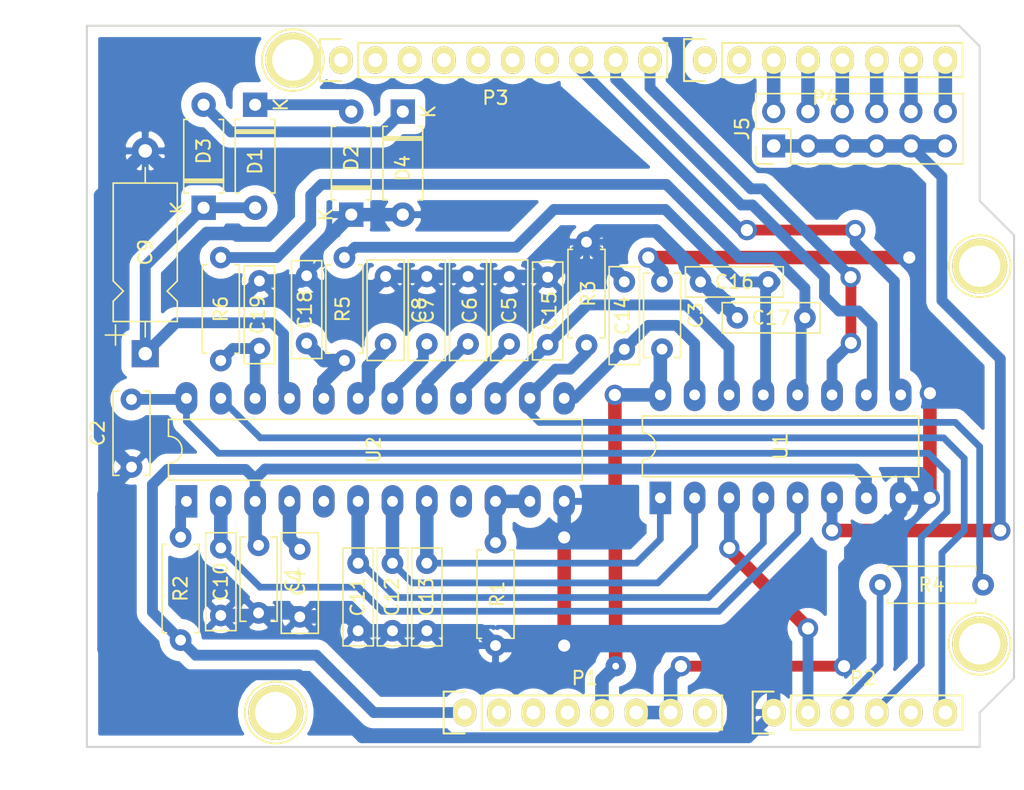
<source format=kicad_pcb>
(kicad_pcb (version 20171130) (host pcbnew "(5.1.6-0)")

  (general
    (thickness 1.6)
    (drawings 26)
    (tracks 294)
    (zones 0)
    (modules 40)
    (nets 40)
  )

  (page A4)
  (title_block
    (date 2021-08-25)
  )

  (layers
    (0 F.Cu signal)
    (31 B.Cu signal)
    (32 B.Adhes user)
    (33 F.Adhes user)
    (34 B.Paste user)
    (35 F.Paste user)
    (36 B.SilkS user)
    (37 F.SilkS user)
    (38 B.Mask user)
    (39 F.Mask user)
    (40 Dwgs.User user)
    (41 Cmts.User user)
    (42 Eco1.User user)
    (43 Eco2.User user)
    (44 Edge.Cuts user)
    (45 Margin user)
    (46 B.CrtYd user)
    (47 F.CrtYd user)
    (48 B.Fab user)
    (49 F.Fab user)
  )

  (setup
    (last_trace_width 0.8)
    (user_trace_width 0.25)
    (user_trace_width 0.3)
    (user_trace_width 0.5)
    (user_trace_width 0.8)
    (user_trace_width 1)
    (trace_clearance 0.2)
    (zone_clearance 0.762)
    (zone_45_only no)
    (trace_min 0.2)
    (via_size 0.6)
    (via_drill 0.4)
    (via_min_size 0.4)
    (via_min_drill 0.3)
    (user_via 1.2 0.5)
    (user_via 1.5 0.9)
    (uvia_size 0.3)
    (uvia_drill 0.1)
    (uvias_allowed no)
    (uvia_min_size 0.2)
    (uvia_min_drill 0.1)
    (edge_width 0.15)
    (segment_width 0.15)
    (pcb_text_width 0.3)
    (pcb_text_size 1.5 1.5)
    (mod_edge_width 0.15)
    (mod_text_size 1 1)
    (mod_text_width 0.15)
    (pad_size 4.064 4.064)
    (pad_drill 3.048)
    (pad_to_mask_clearance 0)
    (aux_axis_origin 110.998 126.365)
    (visible_elements FFF9EFFF)
    (pcbplotparams
      (layerselection 0x39000_fffffffe)
      (usegerberextensions false)
      (usegerberattributes true)
      (usegerberadvancedattributes true)
      (creategerberjobfile true)
      (excludeedgelayer false)
      (linewidth 0.100000)
      (plotframeref false)
      (viasonmask false)
      (mode 1)
      (useauxorigin false)
      (hpglpennumber 1)
      (hpglpenspeed 20)
      (hpglpendiameter 15.000000)
      (psnegative false)
      (psa4output false)
      (plotreference true)
      (plotvalue true)
      (plotinvisibletext false)
      (padsonsilk false)
      (subtractmaskfromsilk false)
      (outputformat 4)
      (mirror false)
      (drillshape 0)
      (scaleselection 1)
      (outputdirectory ""))
  )

  (net 0 "")
  (net 1 +5V)
  (net 2 GND)
  (net 3 GNDA)
  (net 4 VEE)
  (net 5 +5VA)
  (net 6 "Net-(C4-Pad1)")
  (net 7 "Net-(C5-Pad2)")
  (net 8 "Net-(C6-Pad2)")
  (net 9 "Net-(C7-Pad2)")
  (net 10 "Net-(C8-Pad2)")
  (net 11 "Net-(C9-Pad1)")
  (net 12 /VCO_CV)
  (net 13 /MOD_AMT)
  (net 14 /WAVE_SEL)
  (net 15 /PWM)
  (net 16 /MIXER_CV)
  (net 17 /RESONANCE)
  (net 18 /VCA_CV)
  (net 19 "Net-(D1-Pad1)")
  (net 20 "Net-(D3-Pad2)")
  (net 21 "Net-(R1-Pad1)")
  (net 22 "Net-(R2-Pad1)")
  (net 23 "Net-(R3-Pad1)")
  (net 24 /LP_CUTOFF)
  (net 25 /LP_VCA_CV)
  (net 26 /CUTOFF)
  (net 27 /VOICE_OUT)
  (net 28 /DAC_OUTPUT)
  (net 29 /~VOICE_1_SEL)
  (net 30 /~VOICE_SEL)
  (net 31 /~VOICE_2_SEL)
  (net 32 /~VOICE_3_SEL)
  (net 33 /~VOICE_4_SEL)
  (net 34 /~VOICE_5_SEL)
  (net 35 /~VOICE_6_SEL)
  (net 36 /PARAM_SEL_C)
  (net 37 /PARAM_SEL_B)
  (net 38 /PARAM_SEL_A)
  (net 39 /NOISE)

  (net_class Default "This is the default net class."
    (clearance 0.2)
    (trace_width 0.25)
    (via_dia 0.6)
    (via_drill 0.4)
    (uvia_dia 0.3)
    (uvia_drill 0.1)
    (add_net /CUTOFF)
    (add_net /DAC_OUTPUT)
    (add_net /NOISE)
    (add_net /PARAM_SEL_A)
    (add_net /PARAM_SEL_B)
    (add_net /PARAM_SEL_C)
    (add_net /VOICE_OUT)
    (add_net /~VOICE_1_SEL)
    (add_net /~VOICE_2_SEL)
    (add_net /~VOICE_3_SEL)
    (add_net /~VOICE_4_SEL)
    (add_net /~VOICE_5_SEL)
    (add_net /~VOICE_6_SEL)
    (add_net /~VOICE_SEL)
  )

  (net_class Analog ""
    (clearance 0.2)
    (trace_width 0.3)
    (via_dia 0.6)
    (via_drill 0.4)
    (uvia_dia 0.3)
    (uvia_drill 0.1)
    (add_net /LP_CUTOFF)
    (add_net /LP_VCA_CV)
    (add_net /MIXER_CV)
    (add_net /MOD_AMT)
    (add_net /PWM)
    (add_net /RESONANCE)
    (add_net /VCA_CV)
    (add_net /VCO_CV)
    (add_net /WAVE_SEL)
    (add_net "Net-(C4-Pad1)")
    (add_net "Net-(C5-Pad2)")
    (add_net "Net-(C6-Pad2)")
    (add_net "Net-(C7-Pad2)")
    (add_net "Net-(C8-Pad2)")
    (add_net "Net-(C9-Pad1)")
    (add_net "Net-(R1-Pad1)")
    (add_net "Net-(R2-Pad1)")
    (add_net "Net-(R3-Pad1)")
  )

  (net_class Digital ""
    (clearance 0.2)
    (trace_width 0.25)
    (via_dia 0.6)
    (via_drill 0.4)
    (uvia_dia 0.3)
    (uvia_drill 0.1)
    (add_net GND)
  )

  (net_class PWR ""
    (clearance 0.2)
    (trace_width 0.5)
    (via_dia 0.6)
    (via_drill 0.4)
    (uvia_dia 0.3)
    (uvia_drill 0.1)
    (add_net +5V)
    (add_net +5VA)
    (add_net GNDA)
    (add_net "Net-(D1-Pad1)")
    (add_net "Net-(D3-Pad2)")
    (add_net VEE)
  )

  (module Capacitor_THT:C_Disc_D6.0mm_W2.5mm_P5.00mm (layer F.Cu) (tedit 5AE50EF0) (tstamp 611C593D)
    (at 153.543 91.948 270)
    (descr "C, Disc series, Radial, pin pitch=5.00mm, , diameter*width=6*2.5mm^2, Capacitor, http://cdn-reichelt.de/documents/datenblatt/B300/DS_KERKO_TC.pdf")
    (tags "C Disc series Radial pin pitch 5.00mm  diameter 6mm width 2.5mm Capacitor")
    (path /6119D526)
    (fp_text reference C3 (at 2.5 -2.5 90) (layer F.SilkS)
      (effects (font (size 1 1) (thickness 0.15)))
    )
    (fp_text value 100nF (at 2.5 2.5 90) (layer F.Fab)
      (effects (font (size 1 1) (thickness 0.15)))
    )
    (fp_text user %R (at 2.5 0 90) (layer F.Fab)
      (effects (font (size 1 1) (thickness 0.15)))
    )
    (fp_line (start -0.5 -1.25) (end -0.5 1.25) (layer F.Fab) (width 0.1))
    (fp_line (start -0.5 1.25) (end 5.5 1.25) (layer F.Fab) (width 0.1))
    (fp_line (start 5.5 1.25) (end 5.5 -1.25) (layer F.Fab) (width 0.1))
    (fp_line (start 5.5 -1.25) (end -0.5 -1.25) (layer F.Fab) (width 0.1))
    (fp_line (start -0.62 -1.37) (end 5.62 -1.37) (layer F.SilkS) (width 0.12))
    (fp_line (start -0.62 1.37) (end 5.62 1.37) (layer F.SilkS) (width 0.12))
    (fp_line (start -0.62 -1.37) (end -0.62 -0.925) (layer F.SilkS) (width 0.12))
    (fp_line (start -0.62 0.925) (end -0.62 1.37) (layer F.SilkS) (width 0.12))
    (fp_line (start 5.62 -1.37) (end 5.62 -0.925) (layer F.SilkS) (width 0.12))
    (fp_line (start 5.62 0.925) (end 5.62 1.37) (layer F.SilkS) (width 0.12))
    (fp_line (start -1.05 -1.5) (end -1.05 1.5) (layer F.CrtYd) (width 0.05))
    (fp_line (start -1.05 1.5) (end 6.05 1.5) (layer F.CrtYd) (width 0.05))
    (fp_line (start 6.05 1.5) (end 6.05 -1.5) (layer F.CrtYd) (width 0.05))
    (fp_line (start 6.05 -1.5) (end -1.05 -1.5) (layer F.CrtYd) (width 0.05))
    (pad 2 thru_hole circle (at 5 0 270) (size 1.6 1.6) (drill 0.8) (layers *.Cu *.Mask)
      (net 1 +5V))
    (pad 1 thru_hole circle (at 0 0 270) (size 1.6 1.6) (drill 0.8) (layers *.Cu *.Mask)
      (net 2 GND))
    (model ${KISYS3DMOD}/Capacitor_THT.3dshapes/C_Disc_D6.0mm_W2.5mm_P5.00mm.wrl
      (at (xyz 0 0 0))
      (scale (xyz 1 1 1))
      (rotate (xyz 0 0 0))
    )
  )

  (module Capacitor_THT:C_Disc_D6.0mm_W2.5mm_P5.00mm (layer F.Cu) (tedit 5AE50EF0) (tstamp 61124291)
    (at 114.3 105.664 90)
    (descr "C, Disc series, Radial, pin pitch=5.00mm, , diameter*width=6*2.5mm^2, Capacitor, http://cdn-reichelt.de/documents/datenblatt/B300/DS_KERKO_TC.pdf")
    (tags "C Disc series Radial pin pitch 5.00mm  diameter 6mm width 2.5mm Capacitor")
    (path /611A47D5)
    (fp_text reference C2 (at 2.5 -2.5 90) (layer F.SilkS)
      (effects (font (size 1 1) (thickness 0.15)))
    )
    (fp_text value 100nF (at 2.5 2.5 90) (layer F.Fab)
      (effects (font (size 1 1) (thickness 0.15)))
    )
    (fp_line (start 6.05 -1.5) (end -1.05 -1.5) (layer F.CrtYd) (width 0.05))
    (fp_line (start 6.05 1.5) (end 6.05 -1.5) (layer F.CrtYd) (width 0.05))
    (fp_line (start -1.05 1.5) (end 6.05 1.5) (layer F.CrtYd) (width 0.05))
    (fp_line (start -1.05 -1.5) (end -1.05 1.5) (layer F.CrtYd) (width 0.05))
    (fp_line (start 5.62 0.925) (end 5.62 1.37) (layer F.SilkS) (width 0.12))
    (fp_line (start 5.62 -1.37) (end 5.62 -0.925) (layer F.SilkS) (width 0.12))
    (fp_line (start -0.62 0.925) (end -0.62 1.37) (layer F.SilkS) (width 0.12))
    (fp_line (start -0.62 -1.37) (end -0.62 -0.925) (layer F.SilkS) (width 0.12))
    (fp_line (start -0.62 1.37) (end 5.62 1.37) (layer F.SilkS) (width 0.12))
    (fp_line (start -0.62 -1.37) (end 5.62 -1.37) (layer F.SilkS) (width 0.12))
    (fp_line (start 5.5 -1.25) (end -0.5 -1.25) (layer F.Fab) (width 0.1))
    (fp_line (start 5.5 1.25) (end 5.5 -1.25) (layer F.Fab) (width 0.1))
    (fp_line (start -0.5 1.25) (end 5.5 1.25) (layer F.Fab) (width 0.1))
    (fp_line (start -0.5 -1.25) (end -0.5 1.25) (layer F.Fab) (width 0.1))
    (fp_text user %R (at 2.5 0 90) (layer F.Fab)
      (effects (font (size 1 1) (thickness 0.15)))
    )
    (pad 2 thru_hole circle (at 5 0 90) (size 1.6 1.6) (drill 0.8) (layers *.Cu *.Mask)
      (net 5 +5VA))
    (pad 1 thru_hole circle (at 0 0 90) (size 1.6 1.6) (drill 0.8) (layers *.Cu *.Mask)
      (net 3 GNDA))
    (model ${KISYS3DMOD}/Capacitor_THT.3dshapes/C_Disc_D6.0mm_W2.5mm_P5.00mm.wrl
      (at (xyz 0 0 0))
      (scale (xyz 1 1 1))
      (rotate (xyz 0 0 0))
    )
  )

  (module Capacitor_THT:C_Disc_D6.0mm_W2.5mm_P5.00mm (layer F.Cu) (tedit 5AE50EF0) (tstamp 61271B84)
    (at 123.698 111.4552 270)
    (descr "C, Disc series, Radial, pin pitch=5.00mm, , diameter*width=6*2.5mm^2, Capacitor, http://cdn-reichelt.de/documents/datenblatt/B300/DS_KERKO_TC.pdf")
    (tags "C Disc series Radial pin pitch 5.00mm  diameter 6mm width 2.5mm Capacitor")
    (path /611AB42B)
    (fp_text reference C1 (at 2.5 -2.5 90) (layer F.SilkS)
      (effects (font (size 1 1) (thickness 0.15)))
    )
    (fp_text value 100nF (at 2.5 2.5 90) (layer F.Fab)
      (effects (font (size 1 1) (thickness 0.15)))
    )
    (fp_line (start 6.05 -1.5) (end -1.05 -1.5) (layer F.CrtYd) (width 0.05))
    (fp_line (start 6.05 1.5) (end 6.05 -1.5) (layer F.CrtYd) (width 0.05))
    (fp_line (start -1.05 1.5) (end 6.05 1.5) (layer F.CrtYd) (width 0.05))
    (fp_line (start -1.05 -1.5) (end -1.05 1.5) (layer F.CrtYd) (width 0.05))
    (fp_line (start 5.62 0.925) (end 5.62 1.37) (layer F.SilkS) (width 0.12))
    (fp_line (start 5.62 -1.37) (end 5.62 -0.925) (layer F.SilkS) (width 0.12))
    (fp_line (start -0.62 0.925) (end -0.62 1.37) (layer F.SilkS) (width 0.12))
    (fp_line (start -0.62 -1.37) (end -0.62 -0.925) (layer F.SilkS) (width 0.12))
    (fp_line (start -0.62 1.37) (end 5.62 1.37) (layer F.SilkS) (width 0.12))
    (fp_line (start -0.62 -1.37) (end 5.62 -1.37) (layer F.SilkS) (width 0.12))
    (fp_line (start 5.5 -1.25) (end -0.5 -1.25) (layer F.Fab) (width 0.1))
    (fp_line (start 5.5 1.25) (end 5.5 -1.25) (layer F.Fab) (width 0.1))
    (fp_line (start -0.5 1.25) (end 5.5 1.25) (layer F.Fab) (width 0.1))
    (fp_line (start -0.5 -1.25) (end -0.5 1.25) (layer F.Fab) (width 0.1))
    (fp_text user %R (at 2.5 0 90) (layer F.Fab)
      (effects (font (size 1 1) (thickness 0.15)))
    )
    (pad 2 thru_hole circle (at 5 0 270) (size 1.6 1.6) (drill 0.8) (layers *.Cu *.Mask)
      (net 3 GNDA))
    (pad 1 thru_hole circle (at 0 0 270) (size 1.6 1.6) (drill 0.8) (layers *.Cu *.Mask)
      (net 4 VEE))
    (model ${KISYS3DMOD}/Capacitor_THT.3dshapes/C_Disc_D6.0mm_W2.5mm_P5.00mm.wrl
      (at (xyz 0 0 0))
      (scale (xyz 1 1 1))
      (rotate (xyz 0 0 0))
    )
  )

  (module Capacitor_THT:C_Rect_L7.2mm_W2.5mm_P5.00mm_FKS2_FKP2_MKS2_MKP2 (layer F.Cu) (tedit 5AE50EF0) (tstamp 611248B8)
    (at 133.096 91.567 270)
    (descr "C, Rect series, Radial, pin pitch=5.00mm, , length*width=7.2*2.5mm^2, Capacitor, http://www.wima.com/EN/WIMA_FKS_2.pdf")
    (tags "C Rect series Radial pin pitch 5.00mm  length 7.2mm width 2.5mm Capacitor")
    (path /6113D118)
    (fp_text reference C8 (at 2.5 -2.5 90) (layer F.SilkS)
      (effects (font (size 1 1) (thickness 0.15)))
    )
    (fp_text value 560pF (at 2.5 2.5 90) (layer F.Fab)
      (effects (font (size 1 1) (thickness 0.15)))
    )
    (fp_line (start 6.35 -1.5) (end -1.35 -1.5) (layer F.CrtYd) (width 0.05))
    (fp_line (start 6.35 1.5) (end 6.35 -1.5) (layer F.CrtYd) (width 0.05))
    (fp_line (start -1.35 1.5) (end 6.35 1.5) (layer F.CrtYd) (width 0.05))
    (fp_line (start -1.35 -1.5) (end -1.35 1.5) (layer F.CrtYd) (width 0.05))
    (fp_line (start 6.22 -1.37) (end 6.22 1.37) (layer F.SilkS) (width 0.12))
    (fp_line (start -1.22 -1.37) (end -1.22 1.37) (layer F.SilkS) (width 0.12))
    (fp_line (start -1.22 1.37) (end 6.22 1.37) (layer F.SilkS) (width 0.12))
    (fp_line (start -1.22 -1.37) (end 6.22 -1.37) (layer F.SilkS) (width 0.12))
    (fp_line (start 6.1 -1.25) (end -1.1 -1.25) (layer F.Fab) (width 0.1))
    (fp_line (start 6.1 1.25) (end 6.1 -1.25) (layer F.Fab) (width 0.1))
    (fp_line (start -1.1 1.25) (end 6.1 1.25) (layer F.Fab) (width 0.1))
    (fp_line (start -1.1 -1.25) (end -1.1 1.25) (layer F.Fab) (width 0.1))
    (fp_text user %R (at 2.5 0 90) (layer F.Fab)
      (effects (font (size 1 1) (thickness 0.15)))
    )
    (pad 2 thru_hole circle (at 5 0 270) (size 1.6 1.6) (drill 0.8) (layers *.Cu *.Mask)
      (net 10 "Net-(C8-Pad2)"))
    (pad 1 thru_hole circle (at 0 0 270) (size 1.6 1.6) (drill 0.8) (layers *.Cu *.Mask)
      (net 3 GNDA))
    (model ${KISYS3DMOD}/Capacitor_THT.3dshapes/C_Rect_L7.2mm_W2.5mm_P5.00mm_FKS2_FKP2_MKS2_MKP2.wrl
      (at (xyz 0 0 0))
      (scale (xyz 1 1 1))
      (rotate (xyz 0 0 0))
    )
  )

  (module Connector_PinHeader_2.54mm:PinHeader_2x06_P2.54mm_Vertical (layer F.Cu) (tedit 59FED5CC) (tstamp 61209653)
    (at 161.798 81.915 90)
    (descr "Through hole straight pin header, 2x06, 2.54mm pitch, double rows")
    (tags "Through hole pin header THT 2x06 2.54mm double row")
    (path /6127F232)
    (fp_text reference J5 (at 1.27 -2.33 90) (layer F.SilkS)
      (effects (font (size 1 1) (thickness 0.15)))
    )
    (fp_text value Conn_02x06_Odd_Even (at 1.27 15.03 90) (layer F.Fab)
      (effects (font (size 1 1) (thickness 0.15)))
    )
    (fp_line (start 0 -1.27) (end 3.81 -1.27) (layer F.Fab) (width 0.1))
    (fp_line (start 3.81 -1.27) (end 3.81 13.97) (layer F.Fab) (width 0.1))
    (fp_line (start 3.81 13.97) (end -1.27 13.97) (layer F.Fab) (width 0.1))
    (fp_line (start -1.27 13.97) (end -1.27 0) (layer F.Fab) (width 0.1))
    (fp_line (start -1.27 0) (end 0 -1.27) (layer F.Fab) (width 0.1))
    (fp_line (start -1.33 14.03) (end 3.87 14.03) (layer F.SilkS) (width 0.12))
    (fp_line (start -1.33 1.27) (end -1.33 14.03) (layer F.SilkS) (width 0.12))
    (fp_line (start 3.87 -1.33) (end 3.87 14.03) (layer F.SilkS) (width 0.12))
    (fp_line (start -1.33 1.27) (end 1.27 1.27) (layer F.SilkS) (width 0.12))
    (fp_line (start 1.27 1.27) (end 1.27 -1.33) (layer F.SilkS) (width 0.12))
    (fp_line (start 1.27 -1.33) (end 3.87 -1.33) (layer F.SilkS) (width 0.12))
    (fp_line (start -1.33 0) (end -1.33 -1.33) (layer F.SilkS) (width 0.12))
    (fp_line (start -1.33 -1.33) (end 0 -1.33) (layer F.SilkS) (width 0.12))
    (fp_line (start -1.8 -1.8) (end -1.8 14.5) (layer F.CrtYd) (width 0.05))
    (fp_line (start -1.8 14.5) (end 4.35 14.5) (layer F.CrtYd) (width 0.05))
    (fp_line (start 4.35 14.5) (end 4.35 -1.8) (layer F.CrtYd) (width 0.05))
    (fp_line (start 4.35 -1.8) (end -1.8 -1.8) (layer F.CrtYd) (width 0.05))
    (fp_text user %R (at 1.27 6.35) (layer F.Fab)
      (effects (font (size 1 1) (thickness 0.15)))
    )
    (pad 12 thru_hole oval (at 2.54 12.7 90) (size 1.7 1.7) (drill 1) (layers *.Cu *.Mask)
      (net 29 /~VOICE_1_SEL))
    (pad 11 thru_hole oval (at 0 12.7 90) (size 1.7 1.7) (drill 1) (layers *.Cu *.Mask)
      (net 30 /~VOICE_SEL))
    (pad 10 thru_hole oval (at 2.54 10.16 90) (size 1.7 1.7) (drill 1) (layers *.Cu *.Mask)
      (net 31 /~VOICE_2_SEL))
    (pad 9 thru_hole oval (at 0 10.16 90) (size 1.7 1.7) (drill 1) (layers *.Cu *.Mask)
      (net 30 /~VOICE_SEL))
    (pad 8 thru_hole oval (at 2.54 7.62 90) (size 1.7 1.7) (drill 1) (layers *.Cu *.Mask)
      (net 32 /~VOICE_3_SEL))
    (pad 7 thru_hole oval (at 0 7.62 90) (size 1.7 1.7) (drill 1) (layers *.Cu *.Mask)
      (net 30 /~VOICE_SEL))
    (pad 6 thru_hole oval (at 2.54 5.08 90) (size 1.7 1.7) (drill 1) (layers *.Cu *.Mask)
      (net 33 /~VOICE_4_SEL))
    (pad 5 thru_hole oval (at 0 5.08 90) (size 1.7 1.7) (drill 1) (layers *.Cu *.Mask)
      (net 30 /~VOICE_SEL))
    (pad 4 thru_hole oval (at 2.54 2.54 90) (size 1.7 1.7) (drill 1) (layers *.Cu *.Mask)
      (net 34 /~VOICE_5_SEL))
    (pad 3 thru_hole oval (at 0 2.54 90) (size 1.7 1.7) (drill 1) (layers *.Cu *.Mask)
      (net 30 /~VOICE_SEL))
    (pad 2 thru_hole oval (at 2.54 0 90) (size 1.7 1.7) (drill 1) (layers *.Cu *.Mask)
      (net 35 /~VOICE_6_SEL))
    (pad 1 thru_hole rect (at 0 0 90) (size 1.7 1.7) (drill 1) (layers *.Cu *.Mask)
      (net 30 /~VOICE_SEL))
    (model ${KISYS3DMOD}/Connector_PinHeader_2.54mm.3dshapes/PinHeader_2x06_P2.54mm_Vertical.wrl
      (at (xyz 0 0 0))
      (scale (xyz 1 1 1))
      (rotate (xyz 0 0 0))
    )
  )

  (module Package_DIP:DIP-16_W7.62mm_LongPads (layer F.Cu) (tedit 5A02E8C5) (tstamp 611C8DDC)
    (at 153.416 107.95 90)
    (descr "16-lead though-hole mounted DIP package, row spacing 7.62 mm (300 mils), LongPads")
    (tags "THT DIP DIL PDIP 2.54mm 7.62mm 300mil LongPads")
    (path /61119B6A)
    (fp_text reference U1 (at 3.81 8.89 90) (layer F.SilkS)
      (effects (font (size 1 1) (thickness 0.15)))
    )
    (fp_text value 4051 (at 3.81 20.11 90) (layer F.Fab)
      (effects (font (size 1 1) (thickness 0.15)))
    )
    (fp_line (start 1.635 -1.27) (end 6.985 -1.27) (layer F.Fab) (width 0.1))
    (fp_line (start 6.985 -1.27) (end 6.985 19.05) (layer F.Fab) (width 0.1))
    (fp_line (start 6.985 19.05) (end 0.635 19.05) (layer F.Fab) (width 0.1))
    (fp_line (start 0.635 19.05) (end 0.635 -0.27) (layer F.Fab) (width 0.1))
    (fp_line (start 0.635 -0.27) (end 1.635 -1.27) (layer F.Fab) (width 0.1))
    (fp_line (start 2.81 -1.33) (end 1.56 -1.33) (layer F.SilkS) (width 0.12))
    (fp_line (start 1.56 -1.33) (end 1.56 19.11) (layer F.SilkS) (width 0.12))
    (fp_line (start 1.56 19.11) (end 6.06 19.11) (layer F.SilkS) (width 0.12))
    (fp_line (start 6.06 19.11) (end 6.06 -1.33) (layer F.SilkS) (width 0.12))
    (fp_line (start 6.06 -1.33) (end 4.81 -1.33) (layer F.SilkS) (width 0.12))
    (fp_line (start -1.45 -1.55) (end -1.45 19.3) (layer F.CrtYd) (width 0.05))
    (fp_line (start -1.45 19.3) (end 9.1 19.3) (layer F.CrtYd) (width 0.05))
    (fp_line (start 9.1 19.3) (end 9.1 -1.55) (layer F.CrtYd) (width 0.05))
    (fp_line (start 9.1 -1.55) (end -1.45 -1.55) (layer F.CrtYd) (width 0.05))
    (fp_arc (start 3.81 -1.33) (end 2.81 -1.33) (angle -180) (layer F.SilkS) (width 0.12))
    (fp_text user %R (at 3.81 8.89 90) (layer F.Fab)
      (effects (font (size 1 1) (thickness 0.15)))
    )
    (pad 1 thru_hole rect (at 0 0 90) (size 2.4 1.6) (drill 0.8) (layers *.Cu *.Mask)
      (net 15 /PWM))
    (pad 9 thru_hole oval (at 7.62 17.78 90) (size 2.4 1.6) (drill 0.8) (layers *.Cu *.Mask)
      (net 38 /PARAM_SEL_A))
    (pad 2 thru_hole oval (at 0 2.54 90) (size 2.4 1.6) (drill 0.8) (layers *.Cu *.Mask)
      (net 14 /WAVE_SEL))
    (pad 10 thru_hole oval (at 7.62 15.24 90) (size 2.4 1.6) (drill 0.8) (layers *.Cu *.Mask)
      (net 37 /PARAM_SEL_B))
    (pad 3 thru_hole oval (at 0 5.08 90) (size 2.4 1.6) (drill 0.8) (layers *.Cu *.Mask)
      (net 28 /DAC_OUTPUT))
    (pad 11 thru_hole oval (at 7.62 12.7 90) (size 2.4 1.6) (drill 0.8) (layers *.Cu *.Mask)
      (net 36 /PARAM_SEL_C))
    (pad 4 thru_hole oval (at 0 7.62 90) (size 2.4 1.6) (drill 0.8) (layers *.Cu *.Mask)
      (net 13 /MOD_AMT))
    (pad 12 thru_hole oval (at 7.62 10.16 90) (size 2.4 1.6) (drill 0.8) (layers *.Cu *.Mask)
      (net 18 /VCA_CV))
    (pad 5 thru_hole oval (at 0 10.16 90) (size 2.4 1.6) (drill 0.8) (layers *.Cu *.Mask)
      (net 12 /VCO_CV))
    (pad 13 thru_hole oval (at 7.62 7.62 90) (size 2.4 1.6) (drill 0.8) (layers *.Cu *.Mask)
      (net 26 /CUTOFF))
    (pad 6 thru_hole oval (at 0 12.7 90) (size 2.4 1.6) (drill 0.8) (layers *.Cu *.Mask)
      (net 30 /~VOICE_SEL))
    (pad 14 thru_hole oval (at 7.62 5.08 90) (size 2.4 1.6) (drill 0.8) (layers *.Cu *.Mask)
      (net 17 /RESONANCE))
    (pad 7 thru_hole oval (at 0 15.24 90) (size 2.4 1.6) (drill 0.8) (layers *.Cu *.Mask)
      (net 4 VEE))
    (pad 15 thru_hole oval (at 7.62 2.54 90) (size 2.4 1.6) (drill 0.8) (layers *.Cu *.Mask)
      (net 16 /MIXER_CV))
    (pad 8 thru_hole oval (at 0 17.78 90) (size 2.4 1.6) (drill 0.8) (layers *.Cu *.Mask)
      (net 2 GND))
    (pad 16 thru_hole oval (at 7.62 0 90) (size 2.4 1.6) (drill 0.8) (layers *.Cu *.Mask)
      (net 1 +5V))
    (model ${KISYS3DMOD}/Package_DIP.3dshapes/DIP-16_W7.62mm.wrl
      (at (xyz 0 0 0))
      (scale (xyz 1 1 1))
      (rotate (xyz 0 0 0))
    )
  )

  (module Resistor_THT:R_Axial_DIN0207_L6.3mm_D2.5mm_P7.62mm_Horizontal (layer F.Cu) (tedit 5AE5139B) (tstamp 61219E2B)
    (at 169.672 114.3762)
    (descr "Resistor, Axial_DIN0207 series, Axial, Horizontal, pin pitch=7.62mm, 0.25W = 1/4W, length*diameter=6.3*2.5mm^2, http://cdn-reichelt.de/documents/datenblatt/B400/1_4W%23YAG.pdf")
    (tags "Resistor Axial_DIN0207 series Axial Horizontal pin pitch 7.62mm 0.25W = 1/4W length 6.3mm diameter 2.5mm")
    (path /61160128)
    (fp_text reference R4 (at 3.81 0) (layer F.SilkS)
      (effects (font (size 1 1) (thickness 0.15)))
    )
    (fp_text value 68k (at 3.81 2.37) (layer F.Fab)
      (effects (font (size 1 1) (thickness 0.15)))
    )
    (fp_line (start 8.67 -1.5) (end -1.05 -1.5) (layer F.CrtYd) (width 0.05))
    (fp_line (start 8.67 1.5) (end 8.67 -1.5) (layer F.CrtYd) (width 0.05))
    (fp_line (start -1.05 1.5) (end 8.67 1.5) (layer F.CrtYd) (width 0.05))
    (fp_line (start -1.05 -1.5) (end -1.05 1.5) (layer F.CrtYd) (width 0.05))
    (fp_line (start 7.08 1.37) (end 7.08 1.04) (layer F.SilkS) (width 0.12))
    (fp_line (start 0.54 1.37) (end 7.08 1.37) (layer F.SilkS) (width 0.12))
    (fp_line (start 0.54 1.04) (end 0.54 1.37) (layer F.SilkS) (width 0.12))
    (fp_line (start 7.08 -1.37) (end 7.08 -1.04) (layer F.SilkS) (width 0.12))
    (fp_line (start 0.54 -1.37) (end 7.08 -1.37) (layer F.SilkS) (width 0.12))
    (fp_line (start 0.54 -1.04) (end 0.54 -1.37) (layer F.SilkS) (width 0.12))
    (fp_line (start 7.62 0) (end 6.96 0) (layer F.Fab) (width 0.1))
    (fp_line (start 0 0) (end 0.66 0) (layer F.Fab) (width 0.1))
    (fp_line (start 6.96 -1.25) (end 0.66 -1.25) (layer F.Fab) (width 0.1))
    (fp_line (start 6.96 1.25) (end 6.96 -1.25) (layer F.Fab) (width 0.1))
    (fp_line (start 0.66 1.25) (end 6.96 1.25) (layer F.Fab) (width 0.1))
    (fp_line (start 0.66 -1.25) (end 0.66 1.25) (layer F.Fab) (width 0.1))
    (fp_text user %R (at 3.81 0) (layer F.Fab)
      (effects (font (size 1 1) (thickness 0.15)))
    )
    (pad 2 thru_hole oval (at 7.62 0) (size 1.6 1.6) (drill 0.8) (layers *.Cu *.Mask)
      (net 23 "Net-(R3-Pad1)"))
    (pad 1 thru_hole circle (at 0 0) (size 1.6 1.6) (drill 0.8) (layers *.Cu *.Mask)
      (net 39 /NOISE))
    (model ${KISYS3DMOD}/Resistor_THT.3dshapes/R_Axial_DIN0207_L6.3mm_D2.5mm_P7.62mm_Horizontal.wrl
      (at (xyz 0 0 0))
      (scale (xyz 1 1 1))
      (rotate (xyz 0 0 0))
    )
  )

  (module Resistor_THT:R_Axial_DIN0207_L6.3mm_D2.5mm_P7.62mm_Horizontal (layer F.Cu) (tedit 5AE5139B) (tstamp 611C8C39)
    (at 120.904 97.79 90)
    (descr "Resistor, Axial_DIN0207 series, Axial, Horizontal, pin pitch=7.62mm, 0.25W = 1/4W, length*diameter=6.3*2.5mm^2, http://cdn-reichelt.de/documents/datenblatt/B400/1_4W%23YAG.pdf")
    (tags "Resistor Axial_DIN0207 series Axial Horizontal pin pitch 7.62mm 0.25W = 1/4W length 6.3mm diameter 2.5mm")
    (path /612F47CF)
    (fp_text reference R6 (at 3.81 0 90) (layer F.SilkS)
      (effects (font (size 1 1) (thickness 0.15)))
    )
    (fp_text value 1M (at 3.81 2.37 90) (layer F.Fab)
      (effects (font (size 1 1) (thickness 0.15)))
    )
    (fp_line (start 8.67 -1.5) (end -1.05 -1.5) (layer F.CrtYd) (width 0.05))
    (fp_line (start 8.67 1.5) (end 8.67 -1.5) (layer F.CrtYd) (width 0.05))
    (fp_line (start -1.05 1.5) (end 8.67 1.5) (layer F.CrtYd) (width 0.05))
    (fp_line (start -1.05 -1.5) (end -1.05 1.5) (layer F.CrtYd) (width 0.05))
    (fp_line (start 7.08 1.37) (end 7.08 1.04) (layer F.SilkS) (width 0.12))
    (fp_line (start 0.54 1.37) (end 7.08 1.37) (layer F.SilkS) (width 0.12))
    (fp_line (start 0.54 1.04) (end 0.54 1.37) (layer F.SilkS) (width 0.12))
    (fp_line (start 7.08 -1.37) (end 7.08 -1.04) (layer F.SilkS) (width 0.12))
    (fp_line (start 0.54 -1.37) (end 7.08 -1.37) (layer F.SilkS) (width 0.12))
    (fp_line (start 0.54 -1.04) (end 0.54 -1.37) (layer F.SilkS) (width 0.12))
    (fp_line (start 7.62 0) (end 6.96 0) (layer F.Fab) (width 0.1))
    (fp_line (start 0 0) (end 0.66 0) (layer F.Fab) (width 0.1))
    (fp_line (start 6.96 -1.25) (end 0.66 -1.25) (layer F.Fab) (width 0.1))
    (fp_line (start 6.96 1.25) (end 6.96 -1.25) (layer F.Fab) (width 0.1))
    (fp_line (start 0.66 1.25) (end 6.96 1.25) (layer F.Fab) (width 0.1))
    (fp_line (start 0.66 -1.25) (end 0.66 1.25) (layer F.Fab) (width 0.1))
    (fp_text user %R (at 3.81 0 90) (layer F.Fab)
      (effects (font (size 1 1) (thickness 0.15)))
    )
    (pad 2 thru_hole oval (at 7.62 0 90) (size 1.6 1.6) (drill 0.8) (layers *.Cu *.Mask)
      (net 18 /VCA_CV))
    (pad 1 thru_hole circle (at 0 0 90) (size 1.6 1.6) (drill 0.8) (layers *.Cu *.Mask)
      (net 25 /LP_VCA_CV))
    (model ${KISYS3DMOD}/Resistor_THT.3dshapes/R_Axial_DIN0207_L6.3mm_D2.5mm_P7.62mm_Horizontal.wrl
      (at (xyz 0 0 0))
      (scale (xyz 1 1 1))
      (rotate (xyz 0 0 0))
    )
  )

  (module Resistor_THT:R_Axial_DIN0207_L6.3mm_D2.5mm_P7.62mm_Horizontal (layer F.Cu) (tedit 5AE5139B) (tstamp 611C8BF7)
    (at 130.048 97.79 90)
    (descr "Resistor, Axial_DIN0207 series, Axial, Horizontal, pin pitch=7.62mm, 0.25W = 1/4W, length*diameter=6.3*2.5mm^2, http://cdn-reichelt.de/documents/datenblatt/B400/1_4W%23YAG.pdf")
    (tags "Resistor Axial_DIN0207 series Axial Horizontal pin pitch 7.62mm 0.25W = 1/4W length 6.3mm diameter 2.5mm")
    (path /61309BBA)
    (fp_text reference R5 (at 3.81 -0.127 90) (layer F.SilkS)
      (effects (font (size 1 1) (thickness 0.15)))
    )
    (fp_text value 1M (at 3.81 2.37 90) (layer F.Fab)
      (effects (font (size 1 1) (thickness 0.15)))
    )
    (fp_line (start 8.67 -1.5) (end -1.05 -1.5) (layer F.CrtYd) (width 0.05))
    (fp_line (start 8.67 1.5) (end 8.67 -1.5) (layer F.CrtYd) (width 0.05))
    (fp_line (start -1.05 1.5) (end 8.67 1.5) (layer F.CrtYd) (width 0.05))
    (fp_line (start -1.05 -1.5) (end -1.05 1.5) (layer F.CrtYd) (width 0.05))
    (fp_line (start 7.08 1.37) (end 7.08 1.04) (layer F.SilkS) (width 0.12))
    (fp_line (start 0.54 1.37) (end 7.08 1.37) (layer F.SilkS) (width 0.12))
    (fp_line (start 0.54 1.04) (end 0.54 1.37) (layer F.SilkS) (width 0.12))
    (fp_line (start 7.08 -1.37) (end 7.08 -1.04) (layer F.SilkS) (width 0.12))
    (fp_line (start 0.54 -1.37) (end 7.08 -1.37) (layer F.SilkS) (width 0.12))
    (fp_line (start 0.54 -1.04) (end 0.54 -1.37) (layer F.SilkS) (width 0.12))
    (fp_line (start 7.62 0) (end 6.96 0) (layer F.Fab) (width 0.1))
    (fp_line (start 0 0) (end 0.66 0) (layer F.Fab) (width 0.1))
    (fp_line (start 6.96 -1.25) (end 0.66 -1.25) (layer F.Fab) (width 0.1))
    (fp_line (start 6.96 1.25) (end 6.96 -1.25) (layer F.Fab) (width 0.1))
    (fp_line (start 0.66 1.25) (end 6.96 1.25) (layer F.Fab) (width 0.1))
    (fp_line (start 0.66 -1.25) (end 0.66 1.25) (layer F.Fab) (width 0.1))
    (fp_text user %R (at 3.81 0 90) (layer F.Fab)
      (effects (font (size 1 1) (thickness 0.15)))
    )
    (pad 2 thru_hole oval (at 7.62 0 90) (size 1.6 1.6) (drill 0.8) (layers *.Cu *.Mask)
      (net 26 /CUTOFF))
    (pad 1 thru_hole circle (at 0 0 90) (size 1.6 1.6) (drill 0.8) (layers *.Cu *.Mask)
      (net 24 /LP_CUTOFF))
    (model ${KISYS3DMOD}/Resistor_THT.3dshapes/R_Axial_DIN0207_L6.3mm_D2.5mm_P7.62mm_Horizontal.wrl
      (at (xyz 0 0 0))
      (scale (xyz 1 1 1))
      (rotate (xyz 0 0 0))
    )
  )

  (module Capacitor_THT:C_Rect_L7.0mm_W2.0mm_P5.00mm (layer F.Cu) (tedit 5AE50EF0) (tstamp 611C8CAD)
    (at 123.7615 96.901 90)
    (descr "C, Rect series, Radial, pin pitch=5.00mm, , length*width=7*2mm^2, Capacitor")
    (tags "C Rect series Radial pin pitch 5.00mm  length 7mm width 2mm Capacitor")
    (path /612F3867)
    (fp_text reference C19 (at 2.5 -0.127 90) (layer F.SilkS)
      (effects (font (size 1 1) (thickness 0.15)))
    )
    (fp_text value 10nF (at 2.5 2.25 90) (layer F.Fab)
      (effects (font (size 1 1) (thickness 0.15)))
    )
    (fp_line (start 6.25 -1.25) (end -1.25 -1.25) (layer F.CrtYd) (width 0.05))
    (fp_line (start 6.25 1.25) (end 6.25 -1.25) (layer F.CrtYd) (width 0.05))
    (fp_line (start -1.25 1.25) (end 6.25 1.25) (layer F.CrtYd) (width 0.05))
    (fp_line (start -1.25 -1.25) (end -1.25 1.25) (layer F.CrtYd) (width 0.05))
    (fp_line (start 6.12 -1.12) (end 6.12 1.12) (layer F.SilkS) (width 0.12))
    (fp_line (start -1.12 -1.12) (end -1.12 1.12) (layer F.SilkS) (width 0.12))
    (fp_line (start -1.12 1.12) (end 6.12 1.12) (layer F.SilkS) (width 0.12))
    (fp_line (start -1.12 -1.12) (end 6.12 -1.12) (layer F.SilkS) (width 0.12))
    (fp_line (start 6 -1) (end -1 -1) (layer F.Fab) (width 0.1))
    (fp_line (start 6 1) (end 6 -1) (layer F.Fab) (width 0.1))
    (fp_line (start -1 1) (end 6 1) (layer F.Fab) (width 0.1))
    (fp_line (start -1 -1) (end -1 1) (layer F.Fab) (width 0.1))
    (fp_text user %R (at 2.5 0 90) (layer F.Fab)
      (effects (font (size 1 1) (thickness 0.15)))
    )
    (pad 2 thru_hole circle (at 5 0 90) (size 1.6 1.6) (drill 0.8) (layers *.Cu *.Mask)
      (net 3 GNDA))
    (pad 1 thru_hole circle (at 0 0 90) (size 1.6 1.6) (drill 0.8) (layers *.Cu *.Mask)
      (net 25 /LP_VCA_CV))
    (model ${KISYS3DMOD}/Capacitor_THT.3dshapes/C_Rect_L7.0mm_W2.0mm_P5.00mm.wrl
      (at (xyz 0 0 0))
      (scale (xyz 1 1 1))
      (rotate (xyz 0 0 0))
    )
  )

  (module Capacitor_THT:C_Rect_L7.0mm_W2.0mm_P5.00mm (layer F.Cu) (tedit 5AE50EF0) (tstamp 611C8C77)
    (at 127.254 96.52 90)
    (descr "C, Rect series, Radial, pin pitch=5.00mm, , length*width=7*2mm^2, Capacitor")
    (tags "C Rect series Radial pin pitch 5.00mm  length 7mm width 2mm Capacitor")
    (path /61309BB4)
    (fp_text reference C18 (at 2.5 -0.127 90) (layer F.SilkS)
      (effects (font (size 1 1) (thickness 0.15)))
    )
    (fp_text value 10nF (at 2.5 2.25 90) (layer F.Fab)
      (effects (font (size 1 1) (thickness 0.15)))
    )
    (fp_line (start 6.25 -1.25) (end -1.25 -1.25) (layer F.CrtYd) (width 0.05))
    (fp_line (start 6.25 1.25) (end 6.25 -1.25) (layer F.CrtYd) (width 0.05))
    (fp_line (start -1.25 1.25) (end 6.25 1.25) (layer F.CrtYd) (width 0.05))
    (fp_line (start -1.25 -1.25) (end -1.25 1.25) (layer F.CrtYd) (width 0.05))
    (fp_line (start 6.12 -1.12) (end 6.12 1.12) (layer F.SilkS) (width 0.12))
    (fp_line (start -1.12 -1.12) (end -1.12 1.12) (layer F.SilkS) (width 0.12))
    (fp_line (start -1.12 1.12) (end 6.12 1.12) (layer F.SilkS) (width 0.12))
    (fp_line (start -1.12 -1.12) (end 6.12 -1.12) (layer F.SilkS) (width 0.12))
    (fp_line (start 6 -1) (end -1 -1) (layer F.Fab) (width 0.1))
    (fp_line (start 6 1) (end 6 -1) (layer F.Fab) (width 0.1))
    (fp_line (start -1 1) (end 6 1) (layer F.Fab) (width 0.1))
    (fp_line (start -1 -1) (end -1 1) (layer F.Fab) (width 0.1))
    (fp_text user %R (at 2.5 0 90) (layer F.Fab)
      (effects (font (size 1 1) (thickness 0.15)))
    )
    (pad 2 thru_hole circle (at 5 0 90) (size 1.6 1.6) (drill 0.8) (layers *.Cu *.Mask)
      (net 3 GNDA))
    (pad 1 thru_hole circle (at 0 0 90) (size 1.6 1.6) (drill 0.8) (layers *.Cu *.Mask)
      (net 24 /LP_CUTOFF))
    (model ${KISYS3DMOD}/Capacitor_THT.3dshapes/C_Rect_L7.0mm_W2.0mm_P5.00mm.wrl
      (at (xyz 0 0 0))
      (scale (xyz 1 1 1))
      (rotate (xyz 0 0 0))
    )
  )

  (module Diode_THT:D_A-405_P7.62mm_Horizontal (layer F.Cu) (tedit 5AE50CD5) (tstamp 611243E1)
    (at 123.444 78.867 270)
    (descr "Diode, A-405 series, Axial, Horizontal, pin pitch=7.62mm, , length*diameter=5.2*2.7mm^2, , http://www.diodes.com/_files/packages/A-405.pdf")
    (tags "Diode A-405 series Axial Horizontal pin pitch 7.62mm  length 5.2mm diameter 2.7mm")
    (path /6119CB98)
    (fp_text reference D1 (at 4.191 0 90) (layer F.SilkS)
      (effects (font (size 1 1) (thickness 0.15)))
    )
    (fp_text value 1N4148 (at 3.81 13.97 90) (layer F.Fab)
      (effects (font (size 1 1) (thickness 0.15)))
    )
    (fp_line (start 8.77 -1.6) (end -1.15 -1.6) (layer F.CrtYd) (width 0.05))
    (fp_line (start 8.77 1.6) (end 8.77 -1.6) (layer F.CrtYd) (width 0.05))
    (fp_line (start -1.15 1.6) (end 8.77 1.6) (layer F.CrtYd) (width 0.05))
    (fp_line (start -1.15 -1.6) (end -1.15 1.6) (layer F.CrtYd) (width 0.05))
    (fp_line (start 1.87 -1.47) (end 1.87 1.47) (layer F.SilkS) (width 0.12))
    (fp_line (start 2.11 -1.47) (end 2.11 1.47) (layer F.SilkS) (width 0.12))
    (fp_line (start 1.99 -1.47) (end 1.99 1.47) (layer F.SilkS) (width 0.12))
    (fp_line (start 6.53 1.47) (end 6.53 1.14) (layer F.SilkS) (width 0.12))
    (fp_line (start 1.09 1.47) (end 6.53 1.47) (layer F.SilkS) (width 0.12))
    (fp_line (start 1.09 1.14) (end 1.09 1.47) (layer F.SilkS) (width 0.12))
    (fp_line (start 6.53 -1.47) (end 6.53 -1.14) (layer F.SilkS) (width 0.12))
    (fp_line (start 1.09 -1.47) (end 6.53 -1.47) (layer F.SilkS) (width 0.12))
    (fp_line (start 1.09 -1.14) (end 1.09 -1.47) (layer F.SilkS) (width 0.12))
    (fp_line (start 1.89 -1.35) (end 1.89 1.35) (layer F.Fab) (width 0.1))
    (fp_line (start 2.09 -1.35) (end 2.09 1.35) (layer F.Fab) (width 0.1))
    (fp_line (start 1.99 -1.35) (end 1.99 1.35) (layer F.Fab) (width 0.1))
    (fp_line (start 7.62 0) (end 6.41 0) (layer F.Fab) (width 0.1))
    (fp_line (start 0 0) (end 1.21 0) (layer F.Fab) (width 0.1))
    (fp_line (start 6.41 -1.35) (end 1.21 -1.35) (layer F.Fab) (width 0.1))
    (fp_line (start 6.41 1.35) (end 6.41 -1.35) (layer F.Fab) (width 0.1))
    (fp_line (start 1.21 1.35) (end 6.41 1.35) (layer F.Fab) (width 0.1))
    (fp_line (start 1.21 -1.35) (end 1.21 1.35) (layer F.Fab) (width 0.1))
    (fp_text user K (at 0 -1.9 90) (layer F.SilkS)
      (effects (font (size 1 1) (thickness 0.15)))
    )
    (fp_text user K (at 0 -1.9 90) (layer F.Fab)
      (effects (font (size 1 1) (thickness 0.15)))
    )
    (fp_text user %R (at 4.2 0 90) (layer F.Fab)
      (effects (font (size 1 1) (thickness 0.15)))
    )
    (pad 2 thru_hole oval (at 7.62 0 270) (size 1.8 1.8) (drill 0.9) (layers *.Cu *.Mask)
      (net 11 "Net-(C9-Pad1)"))
    (pad 1 thru_hole rect (at 0 0 270) (size 1.8 1.8) (drill 0.9) (layers *.Cu *.Mask)
      (net 19 "Net-(D1-Pad1)"))
    (model ${KISYS3DMOD}/Diode_THT.3dshapes/D_A-405_P7.62mm_Horizontal.wrl
      (at (xyz 0 0 0))
      (scale (xyz 1 1 1))
      (rotate (xyz 0 0 0))
    )
  )

  (module Diode_THT:D_A-405_P7.62mm_Horizontal (layer F.Cu) (tedit 5AE50CD5) (tstamp 612015ED)
    (at 119.634 86.487 90)
    (descr "Diode, A-405 series, Axial, Horizontal, pin pitch=7.62mm, , length*diameter=5.2*2.7mm^2, , http://www.diodes.com/_files/packages/A-405.pdf")
    (tags "Diode A-405 series Axial Horizontal pin pitch 7.62mm  length 5.2mm diameter 2.7mm")
    (path /6114EC89)
    (fp_text reference D3 (at 4.191 0 90) (layer F.SilkS)
      (effects (font (size 1 1) (thickness 0.15)))
    )
    (fp_text value 1N4148 (at 3.81 -10.16 90) (layer F.Fab)
      (effects (font (size 1 1) (thickness 0.15)))
    )
    (fp_line (start 8.77 -1.6) (end -1.15 -1.6) (layer F.CrtYd) (width 0.05))
    (fp_line (start 8.77 1.6) (end 8.77 -1.6) (layer F.CrtYd) (width 0.05))
    (fp_line (start -1.15 1.6) (end 8.77 1.6) (layer F.CrtYd) (width 0.05))
    (fp_line (start -1.15 -1.6) (end -1.15 1.6) (layer F.CrtYd) (width 0.05))
    (fp_line (start 1.87 -1.47) (end 1.87 1.47) (layer F.SilkS) (width 0.12))
    (fp_line (start 2.11 -1.47) (end 2.11 1.47) (layer F.SilkS) (width 0.12))
    (fp_line (start 1.99 -1.47) (end 1.99 1.47) (layer F.SilkS) (width 0.12))
    (fp_line (start 6.53 1.47) (end 6.53 1.14) (layer F.SilkS) (width 0.12))
    (fp_line (start 1.09 1.47) (end 6.53 1.47) (layer F.SilkS) (width 0.12))
    (fp_line (start 1.09 1.14) (end 1.09 1.47) (layer F.SilkS) (width 0.12))
    (fp_line (start 6.53 -1.47) (end 6.53 -1.14) (layer F.SilkS) (width 0.12))
    (fp_line (start 1.09 -1.47) (end 6.53 -1.47) (layer F.SilkS) (width 0.12))
    (fp_line (start 1.09 -1.14) (end 1.09 -1.47) (layer F.SilkS) (width 0.12))
    (fp_line (start 1.89 -1.35) (end 1.89 1.35) (layer F.Fab) (width 0.1))
    (fp_line (start 2.09 -1.35) (end 2.09 1.35) (layer F.Fab) (width 0.1))
    (fp_line (start 1.99 -1.35) (end 1.99 1.35) (layer F.Fab) (width 0.1))
    (fp_line (start 7.62 0) (end 6.41 0) (layer F.Fab) (width 0.1))
    (fp_line (start 0 0) (end 1.21 0) (layer F.Fab) (width 0.1))
    (fp_line (start 6.41 -1.35) (end 1.21 -1.35) (layer F.Fab) (width 0.1))
    (fp_line (start 6.41 1.35) (end 6.41 -1.35) (layer F.Fab) (width 0.1))
    (fp_line (start 1.21 1.35) (end 6.41 1.35) (layer F.Fab) (width 0.1))
    (fp_line (start 1.21 -1.35) (end 1.21 1.35) (layer F.Fab) (width 0.1))
    (fp_text user K (at 0 -1.9 90) (layer F.SilkS)
      (effects (font (size 1 1) (thickness 0.15)))
    )
    (fp_text user K (at 0 -1.9 90) (layer F.Fab)
      (effects (font (size 1 1) (thickness 0.15)))
    )
    (fp_text user %R (at 4.2 0 90) (layer F.Fab)
      (effects (font (size 1 1) (thickness 0.15)))
    )
    (pad 2 thru_hole oval (at 7.62 0 90) (size 1.8 1.8) (drill 0.9) (layers *.Cu *.Mask)
      (net 20 "Net-(D3-Pad2)"))
    (pad 1 thru_hole rect (at 0 0 90) (size 1.8 1.8) (drill 0.9) (layers *.Cu *.Mask)
      (net 11 "Net-(C9-Pad1)"))
    (model ${KISYS3DMOD}/Diode_THT.3dshapes/D_A-405_P7.62mm_Horizontal.wrl
      (at (xyz 0 0 0))
      (scale (xyz 1 1 1))
      (rotate (xyz 0 0 0))
    )
  )

  (module Package_DIP:DIP-24_W7.62mm_LongPads (layer F.Cu) (tedit 5A02E8C5) (tstamp 611245C4)
    (at 118.364 108.204 90)
    (descr "24-lead though-hole mounted DIP package, row spacing 7.62 mm (300 mils), LongPads")
    (tags "THT DIP DIL PDIP 2.54mm 7.62mm 300mil LongPads")
    (path /611189CE)
    (fp_text reference U2 (at 3.81 13.843 90) (layer F.SilkS)
      (effects (font (size 1 1) (thickness 0.15)))
    )
    (fp_text value AS3394E (at 3.81 30.27 90) (layer F.Fab)
      (effects (font (size 1 1) (thickness 0.15)))
    )
    (fp_line (start 1.635 -1.27) (end 6.985 -1.27) (layer F.Fab) (width 0.1))
    (fp_line (start 6.985 -1.27) (end 6.985 29.21) (layer F.Fab) (width 0.1))
    (fp_line (start 6.985 29.21) (end 0.635 29.21) (layer F.Fab) (width 0.1))
    (fp_line (start 0.635 29.21) (end 0.635 -0.27) (layer F.Fab) (width 0.1))
    (fp_line (start 0.635 -0.27) (end 1.635 -1.27) (layer F.Fab) (width 0.1))
    (fp_line (start 2.81 -1.33) (end 1.56 -1.33) (layer F.SilkS) (width 0.12))
    (fp_line (start 1.56 -1.33) (end 1.56 29.27) (layer F.SilkS) (width 0.12))
    (fp_line (start 1.56 29.27) (end 6.06 29.27) (layer F.SilkS) (width 0.12))
    (fp_line (start 6.06 29.27) (end 6.06 -1.33) (layer F.SilkS) (width 0.12))
    (fp_line (start 6.06 -1.33) (end 4.81 -1.33) (layer F.SilkS) (width 0.12))
    (fp_line (start -1.45 -1.55) (end -1.45 29.5) (layer F.CrtYd) (width 0.05))
    (fp_line (start -1.45 29.5) (end 9.1 29.5) (layer F.CrtYd) (width 0.05))
    (fp_line (start 9.1 29.5) (end 9.1 -1.55) (layer F.CrtYd) (width 0.05))
    (fp_line (start 9.1 -1.55) (end -1.45 -1.55) (layer F.CrtYd) (width 0.05))
    (fp_arc (start 3.81 -1.33) (end 2.81 -1.33) (angle -180) (layer F.SilkS) (width 0.12))
    (fp_text user %R (at 3.81 13.97 90) (layer F.Fab)
      (effects (font (size 1 1) (thickness 0.15)))
    )
    (pad 1 thru_hole rect (at 0 0 90) (size 2.4 1.6) (drill 0.8) (layers *.Cu *.Mask)
      (net 22 "Net-(R2-Pad1)"))
    (pad 13 thru_hole oval (at 7.62 27.94 90) (size 2.4 1.6) (drill 0.8) (layers *.Cu *.Mask)
      (net 16 /MIXER_CV))
    (pad 2 thru_hole oval (at 0 2.54 90) (size 2.4 1.6) (drill 0.8) (layers *.Cu *.Mask)
      (net 12 /VCO_CV))
    (pad 14 thru_hole oval (at 7.62 25.4 90) (size 2.4 1.6) (drill 0.8) (layers *.Cu *.Mask)
      (net 23 "Net-(R3-Pad1)"))
    (pad 3 thru_hole oval (at 0 5.08 90) (size 2.4 1.6) (drill 0.8) (layers *.Cu *.Mask)
      (net 4 VEE))
    (pad 15 thru_hole oval (at 7.62 22.86 90) (size 2.4 1.6) (drill 0.8) (layers *.Cu *.Mask)
      (net 17 /RESONANCE))
    (pad 4 thru_hole oval (at 0 7.62 90) (size 2.4 1.6) (drill 0.8) (layers *.Cu *.Mask)
      (net 6 "Net-(C4-Pad1)"))
    (pad 16 thru_hole oval (at 7.62 20.32 90) (size 2.4 1.6) (drill 0.8) (layers *.Cu *.Mask)
      (net 7 "Net-(C5-Pad2)"))
    (pad 5 thru_hole oval (at 0 10.16 90) (size 2.4 1.6) (drill 0.8) (layers *.Cu *.Mask))
    (pad 17 thru_hole oval (at 7.62 17.78 90) (size 2.4 1.6) (drill 0.8) (layers *.Cu *.Mask)
      (net 8 "Net-(C6-Pad2)"))
    (pad 6 thru_hole oval (at 0 12.7 90) (size 2.4 1.6) (drill 0.8) (layers *.Cu *.Mask)
      (net 13 /MOD_AMT))
    (pad 18 thru_hole oval (at 7.62 15.24 90) (size 2.4 1.6) (drill 0.8) (layers *.Cu *.Mask)
      (net 9 "Net-(C7-Pad2)"))
    (pad 7 thru_hole oval (at 0 15.24 90) (size 2.4 1.6) (drill 0.8) (layers *.Cu *.Mask)
      (net 14 /WAVE_SEL))
    (pad 19 thru_hole oval (at 7.62 12.7 90) (size 2.4 1.6) (drill 0.8) (layers *.Cu *.Mask)
      (net 10 "Net-(C8-Pad2)"))
    (pad 8 thru_hole oval (at 0 17.78 90) (size 2.4 1.6) (drill 0.8) (layers *.Cu *.Mask)
      (net 15 /PWM))
    (pad 20 thru_hole oval (at 7.62 10.16 90) (size 2.4 1.6) (drill 0.8) (layers *.Cu *.Mask)
      (net 24 /LP_CUTOFF))
    (pad 9 thru_hole oval (at 0 20.32 90) (size 2.4 1.6) (drill 0.8) (layers *.Cu *.Mask))
    (pad 21 thru_hole oval (at 7.62 7.62 90) (size 2.4 1.6) (drill 0.8) (layers *.Cu *.Mask)
      (net 11 "Net-(C9-Pad1)"))
    (pad 10 thru_hole oval (at 0 22.86 90) (size 2.4 1.6) (drill 0.8) (layers *.Cu *.Mask)
      (net 21 "Net-(R1-Pad1)"))
    (pad 22 thru_hole oval (at 7.62 5.08 90) (size 2.4 1.6) (drill 0.8) (layers *.Cu *.Mask)
      (net 25 /LP_VCA_CV))
    (pad 11 thru_hole oval (at 0 25.4 90) (size 2.4 1.6) (drill 0.8) (layers *.Cu *.Mask)
      (net 21 "Net-(R1-Pad1)"))
    (pad 23 thru_hole oval (at 7.62 2.54 90) (size 2.4 1.6) (drill 0.8) (layers *.Cu *.Mask)
      (net 27 /VOICE_OUT))
    (pad 12 thru_hole oval (at 0 27.94 90) (size 2.4 1.6) (drill 0.8) (layers *.Cu *.Mask)
      (net 3 GNDA))
    (pad 24 thru_hole oval (at 7.62 0 90) (size 2.4 1.6) (drill 0.8) (layers *.Cu *.Mask)
      (net 5 +5VA))
    (model ${KISYS3DMOD}/Package_DIP.3dshapes/DIP-24_W7.62mm.wrl
      (at (xyz 0 0 0))
      (scale (xyz 1 1 1))
      (rotate (xyz 0 0 0))
    )
  )

  (module Resistor_THT:R_Axial_DIN0207_L6.3mm_D2.5mm_P7.62mm_Horizontal (layer F.Cu) (tedit 5AE5139B) (tstamp 6116F81C)
    (at 147.955 96.647 90)
    (descr "Resistor, Axial_DIN0207 series, Axial, Horizontal, pin pitch=7.62mm, 0.25W = 1/4W, length*diameter=6.3*2.5mm^2, http://cdn-reichelt.de/documents/datenblatt/B400/1_4W%23YAG.pdf")
    (tags "Resistor Axial_DIN0207 series Axial Horizontal pin pitch 7.62mm 0.25W = 1/4W length 6.3mm diameter 2.5mm")
    (path /6115FF30)
    (fp_text reference R3 (at 3.81 0.127 90) (layer F.SilkS)
      (effects (font (size 1 1) (thickness 0.15)))
    )
    (fp_text value 1k (at 3.81 2.37 90) (layer F.Fab)
      (effects (font (size 1 1) (thickness 0.15)))
    )
    (fp_line (start 8.67 -1.5) (end -1.05 -1.5) (layer F.CrtYd) (width 0.05))
    (fp_line (start 8.67 1.5) (end 8.67 -1.5) (layer F.CrtYd) (width 0.05))
    (fp_line (start -1.05 1.5) (end 8.67 1.5) (layer F.CrtYd) (width 0.05))
    (fp_line (start -1.05 -1.5) (end -1.05 1.5) (layer F.CrtYd) (width 0.05))
    (fp_line (start 7.08 1.37) (end 7.08 1.04) (layer F.SilkS) (width 0.12))
    (fp_line (start 0.54 1.37) (end 7.08 1.37) (layer F.SilkS) (width 0.12))
    (fp_line (start 0.54 1.04) (end 0.54 1.37) (layer F.SilkS) (width 0.12))
    (fp_line (start 7.08 -1.37) (end 7.08 -1.04) (layer F.SilkS) (width 0.12))
    (fp_line (start 0.54 -1.37) (end 7.08 -1.37) (layer F.SilkS) (width 0.12))
    (fp_line (start 0.54 -1.04) (end 0.54 -1.37) (layer F.SilkS) (width 0.12))
    (fp_line (start 7.62 0) (end 6.96 0) (layer F.Fab) (width 0.1))
    (fp_line (start 0 0) (end 0.66 0) (layer F.Fab) (width 0.1))
    (fp_line (start 6.96 -1.25) (end 0.66 -1.25) (layer F.Fab) (width 0.1))
    (fp_line (start 6.96 1.25) (end 6.96 -1.25) (layer F.Fab) (width 0.1))
    (fp_line (start 0.66 1.25) (end 6.96 1.25) (layer F.Fab) (width 0.1))
    (fp_line (start 0.66 -1.25) (end 0.66 1.25) (layer F.Fab) (width 0.1))
    (fp_text user %R (at 3.81 0 90) (layer F.Fab)
      (effects (font (size 1 1) (thickness 0.15)))
    )
    (pad 2 thru_hole oval (at 7.62 0 90) (size 1.6 1.6) (drill 0.8) (layers *.Cu *.Mask)
      (net 3 GNDA))
    (pad 1 thru_hole circle (at 0 0 90) (size 1.6 1.6) (drill 0.8) (layers *.Cu *.Mask)
      (net 23 "Net-(R3-Pad1)"))
    (model ${KISYS3DMOD}/Resistor_THT.3dshapes/R_Axial_DIN0207_L6.3mm_D2.5mm_P7.62mm_Horizontal.wrl
      (at (xyz 0 0 0))
      (scale (xyz 1 1 1))
      (rotate (xyz 0 0 0))
    )
  )

  (module Resistor_THT:R_Axial_DIN0207_L6.3mm_D2.5mm_P7.62mm_Horizontal (layer F.Cu) (tedit 5AE5139B) (tstamp 61124544)
    (at 117.9322 110.8456 270)
    (descr "Resistor, Axial_DIN0207 series, Axial, Horizontal, pin pitch=7.62mm, 0.25W = 1/4W, length*diameter=6.3*2.5mm^2, http://cdn-reichelt.de/documents/datenblatt/B400/1_4W%23YAG.pdf")
    (tags "Resistor Axial_DIN0207 series Axial Horizontal pin pitch 7.62mm 0.25W = 1/4W length 6.3mm diameter 2.5mm")
    (path /61124AAE)
    (fp_text reference R2 (at 3.81 0 90) (layer F.SilkS)
      (effects (font (size 1 1) (thickness 0.15)))
    )
    (fp_text value 240k (at 3.81 2.37 90) (layer F.Fab)
      (effects (font (size 1 1) (thickness 0.15)))
    )
    (fp_line (start 8.67 -1.5) (end -1.05 -1.5) (layer F.CrtYd) (width 0.05))
    (fp_line (start 8.67 1.5) (end 8.67 -1.5) (layer F.CrtYd) (width 0.05))
    (fp_line (start -1.05 1.5) (end 8.67 1.5) (layer F.CrtYd) (width 0.05))
    (fp_line (start -1.05 -1.5) (end -1.05 1.5) (layer F.CrtYd) (width 0.05))
    (fp_line (start 7.08 1.37) (end 7.08 1.04) (layer F.SilkS) (width 0.12))
    (fp_line (start 0.54 1.37) (end 7.08 1.37) (layer F.SilkS) (width 0.12))
    (fp_line (start 0.54 1.04) (end 0.54 1.37) (layer F.SilkS) (width 0.12))
    (fp_line (start 7.08 -1.37) (end 7.08 -1.04) (layer F.SilkS) (width 0.12))
    (fp_line (start 0.54 -1.37) (end 7.08 -1.37) (layer F.SilkS) (width 0.12))
    (fp_line (start 0.54 -1.04) (end 0.54 -1.37) (layer F.SilkS) (width 0.12))
    (fp_line (start 7.62 0) (end 6.96 0) (layer F.Fab) (width 0.1))
    (fp_line (start 0 0) (end 0.66 0) (layer F.Fab) (width 0.1))
    (fp_line (start 6.96 -1.25) (end 0.66 -1.25) (layer F.Fab) (width 0.1))
    (fp_line (start 6.96 1.25) (end 6.96 -1.25) (layer F.Fab) (width 0.1))
    (fp_line (start 0.66 1.25) (end 6.96 1.25) (layer F.Fab) (width 0.1))
    (fp_line (start 0.66 -1.25) (end 0.66 1.25) (layer F.Fab) (width 0.1))
    (fp_text user %R (at 3.81 0 90) (layer F.Fab)
      (effects (font (size 1 1) (thickness 0.15)))
    )
    (pad 2 thru_hole oval (at 7.62 0 270) (size 1.6 1.6) (drill 0.8) (layers *.Cu *.Mask)
      (net 4 VEE))
    (pad 1 thru_hole circle (at 0 0 270) (size 1.6 1.6) (drill 0.8) (layers *.Cu *.Mask)
      (net 22 "Net-(R2-Pad1)"))
    (model ${KISYS3DMOD}/Resistor_THT.3dshapes/R_Axial_DIN0207_L6.3mm_D2.5mm_P7.62mm_Horizontal.wrl
      (at (xyz 0 0 0))
      (scale (xyz 1 1 1))
      (rotate (xyz 0 0 0))
    )
  )

  (module Resistor_THT:R_Axial_DIN0207_L6.3mm_D2.5mm_P7.62mm_Horizontal (layer F.Cu) (tedit 5AE5139B) (tstamp 6112452D)
    (at 141.224 111.252 270)
    (descr "Resistor, Axial_DIN0207 series, Axial, Horizontal, pin pitch=7.62mm, 0.25W = 1/4W, length*diameter=6.3*2.5mm^2, http://cdn-reichelt.de/documents/datenblatt/B400/1_4W%23YAG.pdf")
    (tags "Resistor Axial_DIN0207 series Axial Horizontal pin pitch 7.62mm 0.25W = 1/4W length 6.3mm diameter 2.5mm")
    (path /61131C14)
    (fp_text reference R1 (at 3.81 -0.127 90) (layer F.SilkS)
      (effects (font (size 1 1) (thickness 0.15)))
    )
    (fp_text value 1k (at 3.81 2.37 90) (layer F.Fab)
      (effects (font (size 1 1) (thickness 0.15)))
    )
    (fp_line (start 8.67 -1.5) (end -1.05 -1.5) (layer F.CrtYd) (width 0.05))
    (fp_line (start 8.67 1.5) (end 8.67 -1.5) (layer F.CrtYd) (width 0.05))
    (fp_line (start -1.05 1.5) (end 8.67 1.5) (layer F.CrtYd) (width 0.05))
    (fp_line (start -1.05 -1.5) (end -1.05 1.5) (layer F.CrtYd) (width 0.05))
    (fp_line (start 7.08 1.37) (end 7.08 1.04) (layer F.SilkS) (width 0.12))
    (fp_line (start 0.54 1.37) (end 7.08 1.37) (layer F.SilkS) (width 0.12))
    (fp_line (start 0.54 1.04) (end 0.54 1.37) (layer F.SilkS) (width 0.12))
    (fp_line (start 7.08 -1.37) (end 7.08 -1.04) (layer F.SilkS) (width 0.12))
    (fp_line (start 0.54 -1.37) (end 7.08 -1.37) (layer F.SilkS) (width 0.12))
    (fp_line (start 0.54 -1.04) (end 0.54 -1.37) (layer F.SilkS) (width 0.12))
    (fp_line (start 7.62 0) (end 6.96 0) (layer F.Fab) (width 0.1))
    (fp_line (start 0 0) (end 0.66 0) (layer F.Fab) (width 0.1))
    (fp_line (start 6.96 -1.25) (end 0.66 -1.25) (layer F.Fab) (width 0.1))
    (fp_line (start 6.96 1.25) (end 6.96 -1.25) (layer F.Fab) (width 0.1))
    (fp_line (start 0.66 1.25) (end 6.96 1.25) (layer F.Fab) (width 0.1))
    (fp_line (start 0.66 -1.25) (end 0.66 1.25) (layer F.Fab) (width 0.1))
    (fp_text user %R (at 3.81 0 90) (layer F.Fab)
      (effects (font (size 1 1) (thickness 0.15)))
    )
    (pad 2 thru_hole oval (at 7.62 0 270) (size 1.6 1.6) (drill 0.8) (layers *.Cu *.Mask)
      (net 3 GNDA))
    (pad 1 thru_hole circle (at 0 0 270) (size 1.6 1.6) (drill 0.8) (layers *.Cu *.Mask)
      (net 21 "Net-(R1-Pad1)"))
    (model ${KISYS3DMOD}/Resistor_THT.3dshapes/R_Axial_DIN0207_L6.3mm_D2.5mm_P7.62mm_Horizontal.wrl
      (at (xyz 0 0 0))
      (scale (xyz 1 1 1))
      (rotate (xyz 0 0 0))
    )
  )

  (module Diode_THT:D_A-405_P7.62mm_Horizontal (layer F.Cu) (tedit 5AE50CD5) (tstamp 6112443E)
    (at 134.366 79.375 270)
    (descr "Diode, A-405 series, Axial, Horizontal, pin pitch=7.62mm, , length*diameter=5.2*2.7mm^2, , http://www.diodes.com/_files/packages/A-405.pdf")
    (tags "Diode A-405 series Axial Horizontal pin pitch 7.62mm  length 5.2mm diameter 2.7mm")
    (path /6115269C)
    (fp_text reference D4 (at 4.191 0 90) (layer F.SilkS)
      (effects (font (size 1 1) (thickness 0.15)))
    )
    (fp_text value 1N4148 (at 3.81 6.35 90) (layer F.Fab)
      (effects (font (size 1 1) (thickness 0.15)))
    )
    (fp_line (start 8.77 -1.6) (end -1.15 -1.6) (layer F.CrtYd) (width 0.05))
    (fp_line (start 8.77 1.6) (end 8.77 -1.6) (layer F.CrtYd) (width 0.05))
    (fp_line (start -1.15 1.6) (end 8.77 1.6) (layer F.CrtYd) (width 0.05))
    (fp_line (start -1.15 -1.6) (end -1.15 1.6) (layer F.CrtYd) (width 0.05))
    (fp_line (start 1.87 -1.47) (end 1.87 1.47) (layer F.SilkS) (width 0.12))
    (fp_line (start 2.11 -1.47) (end 2.11 1.47) (layer F.SilkS) (width 0.12))
    (fp_line (start 1.99 -1.47) (end 1.99 1.47) (layer F.SilkS) (width 0.12))
    (fp_line (start 6.53 1.47) (end 6.53 1.14) (layer F.SilkS) (width 0.12))
    (fp_line (start 1.09 1.47) (end 6.53 1.47) (layer F.SilkS) (width 0.12))
    (fp_line (start 1.09 1.14) (end 1.09 1.47) (layer F.SilkS) (width 0.12))
    (fp_line (start 6.53 -1.47) (end 6.53 -1.14) (layer F.SilkS) (width 0.12))
    (fp_line (start 1.09 -1.47) (end 6.53 -1.47) (layer F.SilkS) (width 0.12))
    (fp_line (start 1.09 -1.14) (end 1.09 -1.47) (layer F.SilkS) (width 0.12))
    (fp_line (start 1.89 -1.35) (end 1.89 1.35) (layer F.Fab) (width 0.1))
    (fp_line (start 2.09 -1.35) (end 2.09 1.35) (layer F.Fab) (width 0.1))
    (fp_line (start 1.99 -1.35) (end 1.99 1.35) (layer F.Fab) (width 0.1))
    (fp_line (start 7.62 0) (end 6.41 0) (layer F.Fab) (width 0.1))
    (fp_line (start 0 0) (end 1.21 0) (layer F.Fab) (width 0.1))
    (fp_line (start 6.41 -1.35) (end 1.21 -1.35) (layer F.Fab) (width 0.1))
    (fp_line (start 6.41 1.35) (end 6.41 -1.35) (layer F.Fab) (width 0.1))
    (fp_line (start 1.21 1.35) (end 6.41 1.35) (layer F.Fab) (width 0.1))
    (fp_line (start 1.21 -1.35) (end 1.21 1.35) (layer F.Fab) (width 0.1))
    (fp_text user K (at 0 -1.9 90) (layer F.SilkS)
      (effects (font (size 1 1) (thickness 0.15)))
    )
    (fp_text user K (at 0 -1.9 90) (layer F.Fab)
      (effects (font (size 1 1) (thickness 0.15)))
    )
    (fp_text user %R (at 4.2 0 90) (layer F.Fab)
      (effects (font (size 1 1) (thickness 0.15)))
    )
    (pad 2 thru_hole oval (at 7.62 0 270) (size 1.8 1.8) (drill 0.9) (layers *.Cu *.Mask)
      (net 3 GNDA))
    (pad 1 thru_hole rect (at 0 0 270) (size 1.8 1.8) (drill 0.9) (layers *.Cu *.Mask)
      (net 20 "Net-(D3-Pad2)"))
    (model ${KISYS3DMOD}/Diode_THT.3dshapes/D_A-405_P7.62mm_Horizontal.wrl
      (at (xyz 0 0 0))
      (scale (xyz 1 1 1))
      (rotate (xyz 0 0 0))
    )
  )

  (module Diode_THT:D_A-405_P7.62mm_Horizontal (layer F.Cu) (tedit 5AE50CD5) (tstamp 61124400)
    (at 130.556 86.995 90)
    (descr "Diode, A-405 series, Axial, Horizontal, pin pitch=7.62mm, , length*diameter=5.2*2.7mm^2, , http://www.diodes.com/_files/packages/A-405.pdf")
    (tags "Diode A-405 series Axial Horizontal pin pitch 7.62mm  length 5.2mm diameter 2.7mm")
    (path /6114EA78)
    (fp_text reference D2 (at 4.191 0 90) (layer F.SilkS)
      (effects (font (size 1 1) (thickness 0.15)))
    )
    (fp_text value 1N4148 (at 3.81 -2.54 90) (layer F.Fab)
      (effects (font (size 1 1) (thickness 0.15)))
    )
    (fp_line (start 8.77 -1.6) (end -1.15 -1.6) (layer F.CrtYd) (width 0.05))
    (fp_line (start 8.77 1.6) (end 8.77 -1.6) (layer F.CrtYd) (width 0.05))
    (fp_line (start -1.15 1.6) (end 8.77 1.6) (layer F.CrtYd) (width 0.05))
    (fp_line (start -1.15 -1.6) (end -1.15 1.6) (layer F.CrtYd) (width 0.05))
    (fp_line (start 1.87 -1.47) (end 1.87 1.47) (layer F.SilkS) (width 0.12))
    (fp_line (start 2.11 -1.47) (end 2.11 1.47) (layer F.SilkS) (width 0.12))
    (fp_line (start 1.99 -1.47) (end 1.99 1.47) (layer F.SilkS) (width 0.12))
    (fp_line (start 6.53 1.47) (end 6.53 1.14) (layer F.SilkS) (width 0.12))
    (fp_line (start 1.09 1.47) (end 6.53 1.47) (layer F.SilkS) (width 0.12))
    (fp_line (start 1.09 1.14) (end 1.09 1.47) (layer F.SilkS) (width 0.12))
    (fp_line (start 6.53 -1.47) (end 6.53 -1.14) (layer F.SilkS) (width 0.12))
    (fp_line (start 1.09 -1.47) (end 6.53 -1.47) (layer F.SilkS) (width 0.12))
    (fp_line (start 1.09 -1.14) (end 1.09 -1.47) (layer F.SilkS) (width 0.12))
    (fp_line (start 1.89 -1.35) (end 1.89 1.35) (layer F.Fab) (width 0.1))
    (fp_line (start 2.09 -1.35) (end 2.09 1.35) (layer F.Fab) (width 0.1))
    (fp_line (start 1.99 -1.35) (end 1.99 1.35) (layer F.Fab) (width 0.1))
    (fp_line (start 7.62 0) (end 6.41 0) (layer F.Fab) (width 0.1))
    (fp_line (start 0 0) (end 1.21 0) (layer F.Fab) (width 0.1))
    (fp_line (start 6.41 -1.35) (end 1.21 -1.35) (layer F.Fab) (width 0.1))
    (fp_line (start 6.41 1.35) (end 6.41 -1.35) (layer F.Fab) (width 0.1))
    (fp_line (start 1.21 1.35) (end 6.41 1.35) (layer F.Fab) (width 0.1))
    (fp_line (start 1.21 -1.35) (end 1.21 1.35) (layer F.Fab) (width 0.1))
    (fp_text user K (at 0 -1.9 90) (layer F.SilkS)
      (effects (font (size 1 1) (thickness 0.15)))
    )
    (fp_text user K (at 0 -1.9 90) (layer F.Fab)
      (effects (font (size 1 1) (thickness 0.15)))
    )
    (fp_text user %R (at 4.2 0 90) (layer F.Fab)
      (effects (font (size 1 1) (thickness 0.15)))
    )
    (pad 2 thru_hole oval (at 7.62 0 90) (size 1.8 1.8) (drill 0.9) (layers *.Cu *.Mask)
      (net 19 "Net-(D1-Pad1)"))
    (pad 1 thru_hole rect (at 0 0 90) (size 1.8 1.8) (drill 0.9) (layers *.Cu *.Mask)
      (net 3 GNDA))
    (model ${KISYS3DMOD}/Diode_THT.3dshapes/D_A-405_P7.62mm_Horizontal.wrl
      (at (xyz 0 0 0))
      (scale (xyz 1 1 1))
      (rotate (xyz 0 0 0))
    )
  )

  (module Capacitor_THT:C_Rect_L7.0mm_W2.0mm_P5.00mm (layer F.Cu) (tedit 5AE50EF0) (tstamp 611243C2)
    (at 164.1094 94.6277 180)
    (descr "C, Rect series, Radial, pin pitch=5.00mm, , length*width=7*2mm^2, Capacitor")
    (tags "C Rect series Radial pin pitch 5.00mm  length 7mm width 2mm Capacitor")
    (path /612446D8)
    (fp_text reference C17 (at 2.5 0) (layer F.SilkS)
      (effects (font (size 1 1) (thickness 0.15)))
    )
    (fp_text value 10nF (at 2.5 2.25) (layer F.Fab)
      (effects (font (size 1 1) (thickness 0.15)))
    )
    (fp_line (start 6.25 -1.25) (end -1.25 -1.25) (layer F.CrtYd) (width 0.05))
    (fp_line (start 6.25 1.25) (end 6.25 -1.25) (layer F.CrtYd) (width 0.05))
    (fp_line (start -1.25 1.25) (end 6.25 1.25) (layer F.CrtYd) (width 0.05))
    (fp_line (start -1.25 -1.25) (end -1.25 1.25) (layer F.CrtYd) (width 0.05))
    (fp_line (start 6.12 -1.12) (end 6.12 1.12) (layer F.SilkS) (width 0.12))
    (fp_line (start -1.12 -1.12) (end -1.12 1.12) (layer F.SilkS) (width 0.12))
    (fp_line (start -1.12 1.12) (end 6.12 1.12) (layer F.SilkS) (width 0.12))
    (fp_line (start -1.12 -1.12) (end 6.12 -1.12) (layer F.SilkS) (width 0.12))
    (fp_line (start 6 -1) (end -1 -1) (layer F.Fab) (width 0.1))
    (fp_line (start 6 1) (end 6 -1) (layer F.Fab) (width 0.1))
    (fp_line (start -1 1) (end 6 1) (layer F.Fab) (width 0.1))
    (fp_line (start -1 -1) (end -1 1) (layer F.Fab) (width 0.1))
    (fp_text user %R (at 2.5 0) (layer F.Fab)
      (effects (font (size 1 1) (thickness 0.15)))
    )
    (pad 2 thru_hole circle (at 5 0 180) (size 1.6 1.6) (drill 0.8) (layers *.Cu *.Mask)
      (net 3 GNDA))
    (pad 1 thru_hole circle (at 0 0 180) (size 1.6 1.6) (drill 0.8) (layers *.Cu *.Mask)
      (net 18 /VCA_CV))
    (model ${KISYS3DMOD}/Capacitor_THT.3dshapes/C_Rect_L7.0mm_W2.0mm_P5.00mm.wrl
      (at (xyz 0 0 0))
      (scale (xyz 1 1 1))
      (rotate (xyz 0 0 0))
    )
  )

  (module Capacitor_THT:C_Rect_L7.0mm_W2.0mm_P5.00mm (layer F.Cu) (tedit 5AE50EF0) (tstamp 612031DA)
    (at 161.3916 91.9734 180)
    (descr "C, Rect series, Radial, pin pitch=5.00mm, , length*width=7*2mm^2, Capacitor")
    (tags "C Rect series Radial pin pitch 5.00mm  length 7mm width 2mm Capacitor")
    (path /612443AD)
    (fp_text reference C16 (at 2.5 0) (layer F.SilkS)
      (effects (font (size 1 1) (thickness 0.15)))
    )
    (fp_text value 10nF (at 2.5 2.25) (layer F.Fab)
      (effects (font (size 1 1) (thickness 0.15)))
    )
    (fp_line (start 6.25 -1.25) (end -1.25 -1.25) (layer F.CrtYd) (width 0.05))
    (fp_line (start 6.25 1.25) (end 6.25 -1.25) (layer F.CrtYd) (width 0.05))
    (fp_line (start -1.25 1.25) (end 6.25 1.25) (layer F.CrtYd) (width 0.05))
    (fp_line (start -1.25 -1.25) (end -1.25 1.25) (layer F.CrtYd) (width 0.05))
    (fp_line (start 6.12 -1.12) (end 6.12 1.12) (layer F.SilkS) (width 0.12))
    (fp_line (start -1.12 -1.12) (end -1.12 1.12) (layer F.SilkS) (width 0.12))
    (fp_line (start -1.12 1.12) (end 6.12 1.12) (layer F.SilkS) (width 0.12))
    (fp_line (start -1.12 -1.12) (end 6.12 -1.12) (layer F.SilkS) (width 0.12))
    (fp_line (start 6 -1) (end -1 -1) (layer F.Fab) (width 0.1))
    (fp_line (start 6 1) (end 6 -1) (layer F.Fab) (width 0.1))
    (fp_line (start -1 1) (end 6 1) (layer F.Fab) (width 0.1))
    (fp_line (start -1 -1) (end -1 1) (layer F.Fab) (width 0.1))
    (fp_text user %R (at 2.5 0) (layer F.Fab)
      (effects (font (size 1 1) (thickness 0.15)))
    )
    (pad 2 thru_hole circle (at 5 0 180) (size 1.6 1.6) (drill 0.8) (layers *.Cu *.Mask)
      (net 3 GNDA))
    (pad 1 thru_hole circle (at 0 0 180) (size 1.6 1.6) (drill 0.8) (layers *.Cu *.Mask)
      (net 26 /CUTOFF))
    (model ${KISYS3DMOD}/Capacitor_THT.3dshapes/C_Rect_L7.0mm_W2.0mm_P5.00mm.wrl
      (at (xyz 0 0 0))
      (scale (xyz 1 1 1))
      (rotate (xyz 0 0 0))
    )
  )

  (module Capacitor_THT:C_Rect_L7.0mm_W2.0mm_P5.00mm (layer F.Cu) (tedit 5AE50EF0) (tstamp 6120BF31)
    (at 145.0848 96.6216 90)
    (descr "C, Rect series, Radial, pin pitch=5.00mm, , length*width=7*2mm^2, Capacitor")
    (tags "C Rect series Radial pin pitch 5.00mm  length 7mm width 2mm Capacitor")
    (path /61244026)
    (fp_text reference C15 (at 2.5 0.127 90) (layer F.SilkS)
      (effects (font (size 1 1) (thickness 0.15)))
    )
    (fp_text value 10nF (at 2.5 2.25 90) (layer F.Fab)
      (effects (font (size 1 1) (thickness 0.15)))
    )
    (fp_line (start 6.25 -1.25) (end -1.25 -1.25) (layer F.CrtYd) (width 0.05))
    (fp_line (start 6.25 1.25) (end 6.25 -1.25) (layer F.CrtYd) (width 0.05))
    (fp_line (start -1.25 1.25) (end 6.25 1.25) (layer F.CrtYd) (width 0.05))
    (fp_line (start -1.25 -1.25) (end -1.25 1.25) (layer F.CrtYd) (width 0.05))
    (fp_line (start 6.12 -1.12) (end 6.12 1.12) (layer F.SilkS) (width 0.12))
    (fp_line (start -1.12 -1.12) (end -1.12 1.12) (layer F.SilkS) (width 0.12))
    (fp_line (start -1.12 1.12) (end 6.12 1.12) (layer F.SilkS) (width 0.12))
    (fp_line (start -1.12 -1.12) (end 6.12 -1.12) (layer F.SilkS) (width 0.12))
    (fp_line (start 6 -1) (end -1 -1) (layer F.Fab) (width 0.1))
    (fp_line (start 6 1) (end 6 -1) (layer F.Fab) (width 0.1))
    (fp_line (start -1 1) (end 6 1) (layer F.Fab) (width 0.1))
    (fp_line (start -1 -1) (end -1 1) (layer F.Fab) (width 0.1))
    (fp_text user %R (at 2.5 0 90) (layer F.Fab)
      (effects (font (size 1 1) (thickness 0.15)))
    )
    (pad 2 thru_hole circle (at 5 0 90) (size 1.6 1.6) (drill 0.8) (layers *.Cu *.Mask)
      (net 3 GNDA))
    (pad 1 thru_hole circle (at 0 0 90) (size 1.6 1.6) (drill 0.8) (layers *.Cu *.Mask)
      (net 17 /RESONANCE))
    (model ${KISYS3DMOD}/Capacitor_THT.3dshapes/C_Rect_L7.0mm_W2.0mm_P5.00mm.wrl
      (at (xyz 0 0 0))
      (scale (xyz 1 1 1))
      (rotate (xyz 0 0 0))
    )
  )

  (module Capacitor_THT:C_Rect_L7.0mm_W2.0mm_P5.00mm (layer F.Cu) (tedit 5AE50EF0) (tstamp 61124389)
    (at 150.749 96.9645 90)
    (descr "C, Rect series, Radial, pin pitch=5.00mm, , length*width=7*2mm^2, Capacitor")
    (tags "C Rect series Radial pin pitch 5.00mm  length 7mm width 2mm Capacitor")
    (path /61243A32)
    (fp_text reference C14 (at 2.5 -0.127 90) (layer F.SilkS)
      (effects (font (size 1 1) (thickness 0.15)))
    )
    (fp_text value 10nF (at 2.5 2.25 90) (layer F.Fab)
      (effects (font (size 1 1) (thickness 0.15)))
    )
    (fp_line (start 6.25 -1.25) (end -1.25 -1.25) (layer F.CrtYd) (width 0.05))
    (fp_line (start 6.25 1.25) (end 6.25 -1.25) (layer F.CrtYd) (width 0.05))
    (fp_line (start -1.25 1.25) (end 6.25 1.25) (layer F.CrtYd) (width 0.05))
    (fp_line (start -1.25 -1.25) (end -1.25 1.25) (layer F.CrtYd) (width 0.05))
    (fp_line (start 6.12 -1.12) (end 6.12 1.12) (layer F.SilkS) (width 0.12))
    (fp_line (start -1.12 -1.12) (end -1.12 1.12) (layer F.SilkS) (width 0.12))
    (fp_line (start -1.12 1.12) (end 6.12 1.12) (layer F.SilkS) (width 0.12))
    (fp_line (start -1.12 -1.12) (end 6.12 -1.12) (layer F.SilkS) (width 0.12))
    (fp_line (start 6 -1) (end -1 -1) (layer F.Fab) (width 0.1))
    (fp_line (start 6 1) (end 6 -1) (layer F.Fab) (width 0.1))
    (fp_line (start -1 1) (end 6 1) (layer F.Fab) (width 0.1))
    (fp_line (start -1 -1) (end -1 1) (layer F.Fab) (width 0.1))
    (fp_text user %R (at 2.5 0 90) (layer F.Fab)
      (effects (font (size 1 1) (thickness 0.15)))
    )
    (pad 2 thru_hole circle (at 5 0 90) (size 1.6 1.6) (drill 0.8) (layers *.Cu *.Mask)
      (net 3 GNDA))
    (pad 1 thru_hole circle (at 0 0 90) (size 1.6 1.6) (drill 0.8) (layers *.Cu *.Mask)
      (net 16 /MIXER_CV))
    (model ${KISYS3DMOD}/Capacitor_THT.3dshapes/C_Rect_L7.0mm_W2.0mm_P5.00mm.wrl
      (at (xyz 0 0 0))
      (scale (xyz 1 1 1))
      (rotate (xyz 0 0 0))
    )
  )

  (module Capacitor_THT:C_Rect_L7.0mm_W2.0mm_P5.00mm (layer F.Cu) (tedit 5AE50EF0) (tstamp 61273ADB)
    (at 136.144 112.776 270)
    (descr "C, Rect series, Radial, pin pitch=5.00mm, , length*width=7*2mm^2, Capacitor")
    (tags "C Rect series Radial pin pitch 5.00mm  length 7mm width 2mm Capacitor")
    (path /6124371E)
    (fp_text reference C13 (at 2.5 0.036 90) (layer F.SilkS)
      (effects (font (size 1 1) (thickness 0.15)))
    )
    (fp_text value 10nF (at 2.5 2.25 90) (layer F.Fab)
      (effects (font (size 1 1) (thickness 0.15)))
    )
    (fp_line (start 6.25 -1.25) (end -1.25 -1.25) (layer F.CrtYd) (width 0.05))
    (fp_line (start 6.25 1.25) (end 6.25 -1.25) (layer F.CrtYd) (width 0.05))
    (fp_line (start -1.25 1.25) (end 6.25 1.25) (layer F.CrtYd) (width 0.05))
    (fp_line (start -1.25 -1.25) (end -1.25 1.25) (layer F.CrtYd) (width 0.05))
    (fp_line (start 6.12 -1.12) (end 6.12 1.12) (layer F.SilkS) (width 0.12))
    (fp_line (start -1.12 -1.12) (end -1.12 1.12) (layer F.SilkS) (width 0.12))
    (fp_line (start -1.12 1.12) (end 6.12 1.12) (layer F.SilkS) (width 0.12))
    (fp_line (start -1.12 -1.12) (end 6.12 -1.12) (layer F.SilkS) (width 0.12))
    (fp_line (start 6 -1) (end -1 -1) (layer F.Fab) (width 0.1))
    (fp_line (start 6 1) (end 6 -1) (layer F.Fab) (width 0.1))
    (fp_line (start -1 1) (end 6 1) (layer F.Fab) (width 0.1))
    (fp_line (start -1 -1) (end -1 1) (layer F.Fab) (width 0.1))
    (fp_text user %R (at 2.5 0 90) (layer F.Fab)
      (effects (font (size 1 1) (thickness 0.15)))
    )
    (pad 2 thru_hole circle (at 5 0 270) (size 1.6 1.6) (drill 0.8) (layers *.Cu *.Mask)
      (net 3 GNDA))
    (pad 1 thru_hole circle (at 0 0 270) (size 1.6 1.6) (drill 0.8) (layers *.Cu *.Mask)
      (net 15 /PWM))
    (model ${KISYS3DMOD}/Capacitor_THT.3dshapes/C_Rect_L7.0mm_W2.0mm_P5.00mm.wrl
      (at (xyz 0 0 0))
      (scale (xyz 1 1 1))
      (rotate (xyz 0 0 0))
    )
  )

  (module Capacitor_THT:C_Rect_L7.0mm_W2.0mm_P5.00mm (layer F.Cu) (tedit 5AE50EF0) (tstamp 61124363)
    (at 133.604 112.776 270)
    (descr "C, Rect series, Radial, pin pitch=5.00mm, , length*width=7*2mm^2, Capacitor")
    (tags "C Rect series Radial pin pitch 5.00mm  length 7mm width 2mm Capacitor")
    (path /612431B4)
    (fp_text reference C12 (at 2.5 0.036 90) (layer F.SilkS)
      (effects (font (size 1 1) (thickness 0.15)))
    )
    (fp_text value 10nF (at 2.5 2.25 90) (layer F.Fab)
      (effects (font (size 1 1) (thickness 0.15)))
    )
    (fp_line (start 6.25 -1.25) (end -1.25 -1.25) (layer F.CrtYd) (width 0.05))
    (fp_line (start 6.25 1.25) (end 6.25 -1.25) (layer F.CrtYd) (width 0.05))
    (fp_line (start -1.25 1.25) (end 6.25 1.25) (layer F.CrtYd) (width 0.05))
    (fp_line (start -1.25 -1.25) (end -1.25 1.25) (layer F.CrtYd) (width 0.05))
    (fp_line (start 6.12 -1.12) (end 6.12 1.12) (layer F.SilkS) (width 0.12))
    (fp_line (start -1.12 -1.12) (end -1.12 1.12) (layer F.SilkS) (width 0.12))
    (fp_line (start -1.12 1.12) (end 6.12 1.12) (layer F.SilkS) (width 0.12))
    (fp_line (start -1.12 -1.12) (end 6.12 -1.12) (layer F.SilkS) (width 0.12))
    (fp_line (start 6 -1) (end -1 -1) (layer F.Fab) (width 0.1))
    (fp_line (start 6 1) (end 6 -1) (layer F.Fab) (width 0.1))
    (fp_line (start -1 1) (end 6 1) (layer F.Fab) (width 0.1))
    (fp_line (start -1 -1) (end -1 1) (layer F.Fab) (width 0.1))
    (fp_text user %R (at 2.5 0 90) (layer F.Fab)
      (effects (font (size 1 1) (thickness 0.15)))
    )
    (pad 2 thru_hole circle (at 5 0 270) (size 1.6 1.6) (drill 0.8) (layers *.Cu *.Mask)
      (net 3 GNDA))
    (pad 1 thru_hole circle (at 0 0 270) (size 1.6 1.6) (drill 0.8) (layers *.Cu *.Mask)
      (net 14 /WAVE_SEL))
    (model ${KISYS3DMOD}/Capacitor_THT.3dshapes/C_Rect_L7.0mm_W2.0mm_P5.00mm.wrl
      (at (xyz 0 0 0))
      (scale (xyz 1 1 1))
      (rotate (xyz 0 0 0))
    )
  )

  (module Capacitor_THT:C_Rect_L7.0mm_W2.0mm_P5.00mm (layer F.Cu) (tedit 5AE50EF0) (tstamp 61124350)
    (at 131.064 112.776 270)
    (descr "C, Rect series, Radial, pin pitch=5.00mm, , length*width=7*2mm^2, Capacitor")
    (tags "C Rect series Radial pin pitch 5.00mm  length 7mm width 2mm Capacitor")
    (path /6123B09C)
    (fp_text reference C11 (at 2.5 0.036 90) (layer F.SilkS)
      (effects (font (size 1 1) (thickness 0.15)))
    )
    (fp_text value 10nF (at 2.5 2.25 90) (layer F.Fab)
      (effects (font (size 1 1) (thickness 0.15)))
    )
    (fp_line (start 6.25 -1.25) (end -1.25 -1.25) (layer F.CrtYd) (width 0.05))
    (fp_line (start 6.25 1.25) (end 6.25 -1.25) (layer F.CrtYd) (width 0.05))
    (fp_line (start -1.25 1.25) (end 6.25 1.25) (layer F.CrtYd) (width 0.05))
    (fp_line (start -1.25 -1.25) (end -1.25 1.25) (layer F.CrtYd) (width 0.05))
    (fp_line (start 6.12 -1.12) (end 6.12 1.12) (layer F.SilkS) (width 0.12))
    (fp_line (start -1.12 -1.12) (end -1.12 1.12) (layer F.SilkS) (width 0.12))
    (fp_line (start -1.12 1.12) (end 6.12 1.12) (layer F.SilkS) (width 0.12))
    (fp_line (start -1.12 -1.12) (end 6.12 -1.12) (layer F.SilkS) (width 0.12))
    (fp_line (start 6 -1) (end -1 -1) (layer F.Fab) (width 0.1))
    (fp_line (start 6 1) (end 6 -1) (layer F.Fab) (width 0.1))
    (fp_line (start -1 1) (end 6 1) (layer F.Fab) (width 0.1))
    (fp_line (start -1 -1) (end -1 1) (layer F.Fab) (width 0.1))
    (fp_text user %R (at 2.5 0 90) (layer F.Fab)
      (effects (font (size 1 1) (thickness 0.15)))
    )
    (pad 2 thru_hole circle (at 5 0 270) (size 1.6 1.6) (drill 0.8) (layers *.Cu *.Mask)
      (net 3 GNDA))
    (pad 1 thru_hole circle (at 0 0 270) (size 1.6 1.6) (drill 0.8) (layers *.Cu *.Mask)
      (net 13 /MOD_AMT))
    (model ${KISYS3DMOD}/Capacitor_THT.3dshapes/C_Rect_L7.0mm_W2.0mm_P5.00mm.wrl
      (at (xyz 0 0 0))
      (scale (xyz 1 1 1))
      (rotate (xyz 0 0 0))
    )
  )

  (module Capacitor_THT:C_Rect_L7.0mm_W2.0mm_P5.00mm (layer F.Cu) (tedit 5AE50EF0) (tstamp 61272956)
    (at 120.904 111.6457 270)
    (descr "C, Rect series, Radial, pin pitch=5.00mm, , length*width=7*2mm^2, Capacitor")
    (tags "C Rect series Radial pin pitch 5.00mm  length 7mm width 2mm Capacitor")
    (path /612135A1)
    (fp_text reference C10 (at 2.5 0 90) (layer F.SilkS)
      (effects (font (size 1 1) (thickness 0.15)))
    )
    (fp_text value 10nF (at 2.5 2.25 90) (layer F.Fab)
      (effects (font (size 1 1) (thickness 0.15)))
    )
    (fp_line (start 6.25 -1.25) (end -1.25 -1.25) (layer F.CrtYd) (width 0.05))
    (fp_line (start 6.25 1.25) (end 6.25 -1.25) (layer F.CrtYd) (width 0.05))
    (fp_line (start -1.25 1.25) (end 6.25 1.25) (layer F.CrtYd) (width 0.05))
    (fp_line (start -1.25 -1.25) (end -1.25 1.25) (layer F.CrtYd) (width 0.05))
    (fp_line (start 6.12 -1.12) (end 6.12 1.12) (layer F.SilkS) (width 0.12))
    (fp_line (start -1.12 -1.12) (end -1.12 1.12) (layer F.SilkS) (width 0.12))
    (fp_line (start -1.12 1.12) (end 6.12 1.12) (layer F.SilkS) (width 0.12))
    (fp_line (start -1.12 -1.12) (end 6.12 -1.12) (layer F.SilkS) (width 0.12))
    (fp_line (start 6 -1) (end -1 -1) (layer F.Fab) (width 0.1))
    (fp_line (start 6 1) (end 6 -1) (layer F.Fab) (width 0.1))
    (fp_line (start -1 1) (end 6 1) (layer F.Fab) (width 0.1))
    (fp_line (start -1 -1) (end -1 1) (layer F.Fab) (width 0.1))
    (fp_text user %R (at 2.5 0 90) (layer F.Fab)
      (effects (font (size 1 1) (thickness 0.15)))
    )
    (pad 2 thru_hole circle (at 5 0 270) (size 1.6 1.6) (drill 0.8) (layers *.Cu *.Mask)
      (net 3 GNDA))
    (pad 1 thru_hole circle (at 0 0 270) (size 1.6 1.6) (drill 0.8) (layers *.Cu *.Mask)
      (net 12 /VCO_CV))
    (model ${KISYS3DMOD}/Capacitor_THT.3dshapes/C_Rect_L7.0mm_W2.0mm_P5.00mm.wrl
      (at (xyz 0 0 0))
      (scale (xyz 1 1 1))
      (rotate (xyz 0 0 0))
    )
  )

  (module Capacitor_THT:CP_Axial_L10.0mm_D4.5mm_P15.00mm_Horizontal (layer F.Cu) (tedit 5AE50EF2) (tstamp 6112432A)
    (at 115.316 97.282 90)
    (descr "CP, Axial series, Axial, Horizontal, pin pitch=15mm, , length*diameter=10*4.5mm^2, Electrolytic Capacitor, , http://www.vishay.com/docs/28325/021asm.pdf")
    (tags "CP Axial series Axial Horizontal pin pitch 15mm  length 10mm diameter 4.5mm Electrolytic Capacitor")
    (path /6114E4FF)
    (fp_text reference C9 (at 7.5 0 90) (layer F.SilkS)
      (effects (font (size 1 1) (thickness 0.15)))
    )
    (fp_text value 4.5uF (at 10.16 1.27 90) (layer F.Fab)
      (effects (font (size 1 1) (thickness 0.15)))
    )
    (fp_line (start 16.25 -2.5) (end -1.25 -2.5) (layer F.CrtYd) (width 0.05))
    (fp_line (start 16.25 2.5) (end 16.25 -2.5) (layer F.CrtYd) (width 0.05))
    (fp_line (start -1.25 2.5) (end 16.25 2.5) (layer F.CrtYd) (width 0.05))
    (fp_line (start -1.25 -2.5) (end -1.25 2.5) (layer F.CrtYd) (width 0.05))
    (fp_line (start 13.76 0) (end 12.62 0) (layer F.SilkS) (width 0.12))
    (fp_line (start 1.24 0) (end 2.38 0) (layer F.SilkS) (width 0.12))
    (fp_line (start 5.38 2.37) (end 12.62 2.37) (layer F.SilkS) (width 0.12))
    (fp_line (start 4.63 1.62) (end 5.38 2.37) (layer F.SilkS) (width 0.12))
    (fp_line (start 3.88 2.37) (end 4.63 1.62) (layer F.SilkS) (width 0.12))
    (fp_line (start 2.38 2.37) (end 3.88 2.37) (layer F.SilkS) (width 0.12))
    (fp_line (start 5.38 -2.37) (end 12.62 -2.37) (layer F.SilkS) (width 0.12))
    (fp_line (start 4.63 -1.62) (end 5.38 -2.37) (layer F.SilkS) (width 0.12))
    (fp_line (start 3.88 -2.37) (end 4.63 -1.62) (layer F.SilkS) (width 0.12))
    (fp_line (start 2.38 -2.37) (end 3.88 -2.37) (layer F.SilkS) (width 0.12))
    (fp_line (start 12.62 -2.37) (end 12.62 2.37) (layer F.SilkS) (width 0.12))
    (fp_line (start 2.38 -2.37) (end 2.38 2.37) (layer F.SilkS) (width 0.12))
    (fp_line (start 1.38 -2.95) (end 1.38 -1.45) (layer F.SilkS) (width 0.12))
    (fp_line (start 0.63 -2.2) (end 2.13 -2.2) (layer F.SilkS) (width 0.12))
    (fp_line (start 4.65 -0.75) (end 4.65 0.75) (layer F.Fab) (width 0.1))
    (fp_line (start 3.9 0) (end 5.4 0) (layer F.Fab) (width 0.1))
    (fp_line (start 15 0) (end 12.5 0) (layer F.Fab) (width 0.1))
    (fp_line (start 0 0) (end 2.5 0) (layer F.Fab) (width 0.1))
    (fp_line (start 5.38 2.25) (end 12.5 2.25) (layer F.Fab) (width 0.1))
    (fp_line (start 4.63 1.5) (end 5.38 2.25) (layer F.Fab) (width 0.1))
    (fp_line (start 3.88 2.25) (end 4.63 1.5) (layer F.Fab) (width 0.1))
    (fp_line (start 2.5 2.25) (end 3.88 2.25) (layer F.Fab) (width 0.1))
    (fp_line (start 5.38 -2.25) (end 12.5 -2.25) (layer F.Fab) (width 0.1))
    (fp_line (start 4.63 -1.5) (end 5.38 -2.25) (layer F.Fab) (width 0.1))
    (fp_line (start 3.88 -2.25) (end 4.63 -1.5) (layer F.Fab) (width 0.1))
    (fp_line (start 2.5 -2.25) (end 3.88 -2.25) (layer F.Fab) (width 0.1))
    (fp_line (start 12.5 -2.25) (end 12.5 2.25) (layer F.Fab) (width 0.1))
    (fp_line (start 2.5 -2.25) (end 2.5 2.25) (layer F.Fab) (width 0.1))
    (fp_text user %R (at 7.5 0 90) (layer F.Fab)
      (effects (font (size 1 1) (thickness 0.15)))
    )
    (pad 2 thru_hole oval (at 15 0 90) (size 2 2) (drill 1) (layers *.Cu *.Mask)
      (net 3 GNDA))
    (pad 1 thru_hole rect (at 0 0 90) (size 2 2) (drill 1) (layers *.Cu *.Mask)
      (net 11 "Net-(C9-Pad1)"))
    (model ${KISYS3DMOD}/Capacitor_THT.3dshapes/CP_Axial_L10.0mm_D4.5mm_P15.00mm_Horizontal.wrl
      (at (xyz 0 0 0))
      (scale (xyz 1 1 1))
      (rotate (xyz 0 0 0))
    )
  )

  (module Capacitor_THT:C_Rect_L7.2mm_W2.5mm_P5.00mm_FKS2_FKP2_MKS2_MKP2 (layer F.Cu) (tedit 5AE50EF0) (tstamp 611242F2)
    (at 136.144 91.567 270)
    (descr "C, Rect series, Radial, pin pitch=5.00mm, , length*width=7.2*2.5mm^2, Capacitor, http://www.wima.com/EN/WIMA_FKS_2.pdf")
    (tags "C Rect series Radial pin pitch 5.00mm  length 7.2mm width 2.5mm Capacitor")
    (path /6113F76E)
    (fp_text reference C7 (at 2.5 0 90) (layer F.SilkS)
      (effects (font (size 1 1) (thickness 0.15)))
    )
    (fp_text value 33nF (at 2.5 2.5 90) (layer F.Fab)
      (effects (font (size 1 1) (thickness 0.15)))
    )
    (fp_line (start 6.35 -1.5) (end -1.35 -1.5) (layer F.CrtYd) (width 0.05))
    (fp_line (start 6.35 1.5) (end 6.35 -1.5) (layer F.CrtYd) (width 0.05))
    (fp_line (start -1.35 1.5) (end 6.35 1.5) (layer F.CrtYd) (width 0.05))
    (fp_line (start -1.35 -1.5) (end -1.35 1.5) (layer F.CrtYd) (width 0.05))
    (fp_line (start 6.22 -1.37) (end 6.22 1.37) (layer F.SilkS) (width 0.12))
    (fp_line (start -1.22 -1.37) (end -1.22 1.37) (layer F.SilkS) (width 0.12))
    (fp_line (start -1.22 1.37) (end 6.22 1.37) (layer F.SilkS) (width 0.12))
    (fp_line (start -1.22 -1.37) (end 6.22 -1.37) (layer F.SilkS) (width 0.12))
    (fp_line (start 6.1 -1.25) (end -1.1 -1.25) (layer F.Fab) (width 0.1))
    (fp_line (start 6.1 1.25) (end 6.1 -1.25) (layer F.Fab) (width 0.1))
    (fp_line (start -1.1 1.25) (end 6.1 1.25) (layer F.Fab) (width 0.1))
    (fp_line (start -1.1 -1.25) (end -1.1 1.25) (layer F.Fab) (width 0.1))
    (fp_text user %R (at 2.5 0 90) (layer F.Fab)
      (effects (font (size 1 1) (thickness 0.15)))
    )
    (pad 2 thru_hole circle (at 5 0 270) (size 1.6 1.6) (drill 0.8) (layers *.Cu *.Mask)
      (net 9 "Net-(C7-Pad2)"))
    (pad 1 thru_hole circle (at 0 0 270) (size 1.6 1.6) (drill 0.8) (layers *.Cu *.Mask)
      (net 3 GNDA))
    (model ${KISYS3DMOD}/Capacitor_THT.3dshapes/C_Rect_L7.2mm_W2.5mm_P5.00mm_FKS2_FKP2_MKS2_MKP2.wrl
      (at (xyz 0 0 0))
      (scale (xyz 1 1 1))
      (rotate (xyz 0 0 0))
    )
  )

  (module Capacitor_THT:C_Rect_L7.2mm_W2.5mm_P5.00mm_FKS2_FKP2_MKS2_MKP2 (layer F.Cu) (tedit 5AE50EF0) (tstamp 611242DF)
    (at 139.192 91.567 270)
    (descr "C, Rect series, Radial, pin pitch=5.00mm, , length*width=7.2*2.5mm^2, Capacitor, http://www.wima.com/EN/WIMA_FKS_2.pdf")
    (tags "C Rect series Radial pin pitch 5.00mm  length 7.2mm width 2.5mm Capacitor")
    (path /6113F639)
    (fp_text reference C6 (at 2.5 -0.127 90) (layer F.SilkS)
      (effects (font (size 1 1) (thickness 0.15)))
    )
    (fp_text value 33nF (at 2.5 2.5 90) (layer F.Fab)
      (effects (font (size 1 1) (thickness 0.15)))
    )
    (fp_line (start 6.35 -1.5) (end -1.35 -1.5) (layer F.CrtYd) (width 0.05))
    (fp_line (start 6.35 1.5) (end 6.35 -1.5) (layer F.CrtYd) (width 0.05))
    (fp_line (start -1.35 1.5) (end 6.35 1.5) (layer F.CrtYd) (width 0.05))
    (fp_line (start -1.35 -1.5) (end -1.35 1.5) (layer F.CrtYd) (width 0.05))
    (fp_line (start 6.22 -1.37) (end 6.22 1.37) (layer F.SilkS) (width 0.12))
    (fp_line (start -1.22 -1.37) (end -1.22 1.37) (layer F.SilkS) (width 0.12))
    (fp_line (start -1.22 1.37) (end 6.22 1.37) (layer F.SilkS) (width 0.12))
    (fp_line (start -1.22 -1.37) (end 6.22 -1.37) (layer F.SilkS) (width 0.12))
    (fp_line (start 6.1 -1.25) (end -1.1 -1.25) (layer F.Fab) (width 0.1))
    (fp_line (start 6.1 1.25) (end 6.1 -1.25) (layer F.Fab) (width 0.1))
    (fp_line (start -1.1 1.25) (end 6.1 1.25) (layer F.Fab) (width 0.1))
    (fp_line (start -1.1 -1.25) (end -1.1 1.25) (layer F.Fab) (width 0.1))
    (fp_text user %R (at 2.5 0 90) (layer F.Fab)
      (effects (font (size 1 1) (thickness 0.15)))
    )
    (pad 2 thru_hole circle (at 5 0 270) (size 1.6 1.6) (drill 0.8) (layers *.Cu *.Mask)
      (net 8 "Net-(C6-Pad2)"))
    (pad 1 thru_hole circle (at 0 0 270) (size 1.6 1.6) (drill 0.8) (layers *.Cu *.Mask)
      (net 3 GNDA))
    (model ${KISYS3DMOD}/Capacitor_THT.3dshapes/C_Rect_L7.2mm_W2.5mm_P5.00mm_FKS2_FKP2_MKS2_MKP2.wrl
      (at (xyz 0 0 0))
      (scale (xyz 1 1 1))
      (rotate (xyz 0 0 0))
    )
  )

  (module Capacitor_THT:C_Rect_L7.2mm_W2.5mm_P5.00mm_FKS2_FKP2_MKS2_MKP2 (layer F.Cu) (tedit 5AE50EF0) (tstamp 611242CC)
    (at 142.24 91.567 270)
    (descr "C, Rect series, Radial, pin pitch=5.00mm, , length*width=7.2*2.5mm^2, Capacitor, http://www.wima.com/EN/WIMA_FKS_2.pdf")
    (tags "C Rect series Radial pin pitch 5.00mm  length 7.2mm width 2.5mm Capacitor")
    (path /6113D5FC)
    (fp_text reference C5 (at 2.5 0 90) (layer F.SilkS)
      (effects (font (size 1 1) (thickness 0.15)))
    )
    (fp_text value 33nF (at 2.5 2.5 90) (layer F.Fab)
      (effects (font (size 1 1) (thickness 0.15)))
    )
    (fp_line (start 6.35 -1.5) (end -1.35 -1.5) (layer F.CrtYd) (width 0.05))
    (fp_line (start 6.35 1.5) (end 6.35 -1.5) (layer F.CrtYd) (width 0.05))
    (fp_line (start -1.35 1.5) (end 6.35 1.5) (layer F.CrtYd) (width 0.05))
    (fp_line (start -1.35 -1.5) (end -1.35 1.5) (layer F.CrtYd) (width 0.05))
    (fp_line (start 6.22 -1.37) (end 6.22 1.37) (layer F.SilkS) (width 0.12))
    (fp_line (start -1.22 -1.37) (end -1.22 1.37) (layer F.SilkS) (width 0.12))
    (fp_line (start -1.22 1.37) (end 6.22 1.37) (layer F.SilkS) (width 0.12))
    (fp_line (start -1.22 -1.37) (end 6.22 -1.37) (layer F.SilkS) (width 0.12))
    (fp_line (start 6.1 -1.25) (end -1.1 -1.25) (layer F.Fab) (width 0.1))
    (fp_line (start 6.1 1.25) (end 6.1 -1.25) (layer F.Fab) (width 0.1))
    (fp_line (start -1.1 1.25) (end 6.1 1.25) (layer F.Fab) (width 0.1))
    (fp_line (start -1.1 -1.25) (end -1.1 1.25) (layer F.Fab) (width 0.1))
    (fp_text user %R (at 2.5 0 90) (layer F.Fab)
      (effects (font (size 1 1) (thickness 0.15)))
    )
    (pad 2 thru_hole circle (at 5 0 270) (size 1.6 1.6) (drill 0.8) (layers *.Cu *.Mask)
      (net 7 "Net-(C5-Pad2)"))
    (pad 1 thru_hole circle (at 0 0 270) (size 1.6 1.6) (drill 0.8) (layers *.Cu *.Mask)
      (net 3 GNDA))
    (model ${KISYS3DMOD}/Capacitor_THT.3dshapes/C_Rect_L7.2mm_W2.5mm_P5.00mm_FKS2_FKP2_MKS2_MKP2.wrl
      (at (xyz 0 0 0))
      (scale (xyz 1 1 1))
      (rotate (xyz 0 0 0))
    )
  )

  (module Capacitor_THT:C_Rect_L7.2mm_W2.5mm_P5.00mm_FKS2_FKP2_MKS2_MKP2 (layer F.Cu) (tedit 5AE50EF0) (tstamp 612729DE)
    (at 126.746 111.7473 270)
    (descr "C, Rect series, Radial, pin pitch=5.00mm, , length*width=7.2*2.5mm^2, Capacitor, http://www.wima.com/EN/WIMA_FKS_2.pdf")
    (tags "C Rect series Radial pin pitch 5.00mm  length 7.2mm width 2.5mm Capacitor")
    (path /6112E6C7)
    (fp_text reference C4 (at 2.5 0.127 90) (layer F.SilkS)
      (effects (font (size 1 1) (thickness 0.15)))
    )
    (fp_text value 2.2nF (at 2.5 2.5 90) (layer F.Fab)
      (effects (font (size 1 1) (thickness 0.15)))
    )
    (fp_line (start 6.35 -1.5) (end -1.35 -1.5) (layer F.CrtYd) (width 0.05))
    (fp_line (start 6.35 1.5) (end 6.35 -1.5) (layer F.CrtYd) (width 0.05))
    (fp_line (start -1.35 1.5) (end 6.35 1.5) (layer F.CrtYd) (width 0.05))
    (fp_line (start -1.35 -1.5) (end -1.35 1.5) (layer F.CrtYd) (width 0.05))
    (fp_line (start 6.22 -1.37) (end 6.22 1.37) (layer F.SilkS) (width 0.12))
    (fp_line (start -1.22 -1.37) (end -1.22 1.37) (layer F.SilkS) (width 0.12))
    (fp_line (start -1.22 1.37) (end 6.22 1.37) (layer F.SilkS) (width 0.12))
    (fp_line (start -1.22 -1.37) (end 6.22 -1.37) (layer F.SilkS) (width 0.12))
    (fp_line (start 6.1 -1.25) (end -1.1 -1.25) (layer F.Fab) (width 0.1))
    (fp_line (start 6.1 1.25) (end 6.1 -1.25) (layer F.Fab) (width 0.1))
    (fp_line (start -1.1 1.25) (end 6.1 1.25) (layer F.Fab) (width 0.1))
    (fp_line (start -1.1 -1.25) (end -1.1 1.25) (layer F.Fab) (width 0.1))
    (fp_text user %R (at 2.5 0 90) (layer F.Fab)
      (effects (font (size 1 1) (thickness 0.15)))
    )
    (pad 2 thru_hole circle (at 5 0 270) (size 1.6 1.6) (drill 0.8) (layers *.Cu *.Mask)
      (net 3 GNDA))
    (pad 1 thru_hole circle (at 0 0 270) (size 1.6 1.6) (drill 0.8) (layers *.Cu *.Mask)
      (net 6 "Net-(C4-Pad1)"))
    (model ${KISYS3DMOD}/Capacitor_THT.3dshapes/C_Rect_L7.2mm_W2.5mm_P5.00mm_FKS2_FKP2_MKS2_MKP2.wrl
      (at (xyz 0 0 0))
      (scale (xyz 1 1 1))
      (rotate (xyz 0 0 0))
    )
  )

  (module Socket_Arduino_Uno:Socket_Strip_Arduino_1x08 locked (layer F.Cu) (tedit 552168D2) (tstamp 551AF9EA)
    (at 138.938 123.825)
    (descr "Through hole socket strip")
    (tags "socket strip")
    (path /56D70129)
    (fp_text reference P1 (at 8.89 -2.54) (layer F.SilkS)
      (effects (font (size 1 1) (thickness 0.15)))
    )
    (fp_text value Power (at 8.89 -4.064) (layer F.Fab)
      (effects (font (size 1 1) (thickness 0.15)))
    )
    (fp_line (start -1.55 -1.55) (end -1.55 1.55) (layer F.SilkS) (width 0.15))
    (fp_line (start 0 -1.55) (end -1.55 -1.55) (layer F.SilkS) (width 0.15))
    (fp_line (start 1.27 1.27) (end 1.27 -1.27) (layer F.SilkS) (width 0.15))
    (fp_line (start -1.55 1.55) (end 0 1.55) (layer F.SilkS) (width 0.15))
    (fp_line (start 19.05 -1.27) (end 1.27 -1.27) (layer F.SilkS) (width 0.15))
    (fp_line (start 19.05 1.27) (end 19.05 -1.27) (layer F.SilkS) (width 0.15))
    (fp_line (start 1.27 1.27) (end 19.05 1.27) (layer F.SilkS) (width 0.15))
    (fp_line (start -1.75 1.75) (end 19.55 1.75) (layer F.CrtYd) (width 0.05))
    (fp_line (start -1.75 -1.75) (end 19.55 -1.75) (layer F.CrtYd) (width 0.05))
    (fp_line (start 19.55 -1.75) (end 19.55 1.75) (layer F.CrtYd) (width 0.05))
    (fp_line (start -1.75 -1.75) (end -1.75 1.75) (layer F.CrtYd) (width 0.05))
    (pad 8 thru_hole oval (at 17.78 0) (size 1.7272 2.032) (drill 1.016) (layers *.Cu *.Mask F.SilkS))
    (pad 7 thru_hole oval (at 15.24 0) (size 1.7272 2.032) (drill 1.016) (layers *.Cu *.Mask F.SilkS)
      (net 2 GND))
    (pad 6 thru_hole oval (at 12.7 0) (size 1.7272 2.032) (drill 1.016) (layers *.Cu *.Mask F.SilkS)
      (net 2 GND))
    (pad 5 thru_hole oval (at 10.16 0) (size 1.7272 2.032) (drill 1.016) (layers *.Cu *.Mask F.SilkS)
      (net 1 +5V))
    (pad 4 thru_hole oval (at 7.62 0) (size 1.7272 2.032) (drill 1.016) (layers *.Cu *.Mask F.SilkS))
    (pad 3 thru_hole oval (at 5.08 0) (size 1.7272 2.032) (drill 1.016) (layers *.Cu *.Mask F.SilkS))
    (pad 2 thru_hole oval (at 2.54 0) (size 1.7272 2.032) (drill 1.016) (layers *.Cu *.Mask F.SilkS))
    (pad 1 thru_hole oval (at 0 0) (size 1.7272 2.032) (drill 1.016) (layers *.Cu *.Mask F.SilkS)
      (net 4 VEE))
    (model ${KIPRJMOD}/Socket_Arduino_Uno.3dshapes/Socket_header_Arduino_1x08.wrl
      (offset (xyz 8.889999866485596 0 0))
      (scale (xyz 1 1 1))
      (rotate (xyz 0 0 180))
    )
  )

  (module Socket_Arduino_Uno:Socket_Strip_Arduino_1x06 locked (layer F.Cu) (tedit 552168D6) (tstamp 551AF9FF)
    (at 161.798 123.825)
    (descr "Through hole socket strip")
    (tags "socket strip")
    (path /56D70DD8)
    (fp_text reference P2 (at 6.604 -2.54) (layer F.SilkS)
      (effects (font (size 1 1) (thickness 0.15)))
    )
    (fp_text value Analog (at 6.604 -4.064) (layer F.Fab)
      (effects (font (size 1 1) (thickness 0.15)))
    )
    (fp_line (start -1.55 -1.55) (end -1.55 1.55) (layer F.SilkS) (width 0.15))
    (fp_line (start 0 -1.55) (end -1.55 -1.55) (layer F.SilkS) (width 0.15))
    (fp_line (start 1.27 1.27) (end 1.27 -1.27) (layer F.SilkS) (width 0.15))
    (fp_line (start -1.55 1.55) (end 0 1.55) (layer F.SilkS) (width 0.15))
    (fp_line (start 13.97 -1.27) (end 1.27 -1.27) (layer F.SilkS) (width 0.15))
    (fp_line (start 13.97 1.27) (end 13.97 -1.27) (layer F.SilkS) (width 0.15))
    (fp_line (start 1.27 1.27) (end 13.97 1.27) (layer F.SilkS) (width 0.15))
    (fp_line (start -1.75 1.75) (end 14.45 1.75) (layer F.CrtYd) (width 0.05))
    (fp_line (start -1.75 -1.75) (end 14.45 -1.75) (layer F.CrtYd) (width 0.05))
    (fp_line (start 14.45 -1.75) (end 14.45 1.75) (layer F.CrtYd) (width 0.05))
    (fp_line (start -1.75 -1.75) (end -1.75 1.75) (layer F.CrtYd) (width 0.05))
    (pad 6 thru_hole oval (at 12.7 0) (size 1.7272 2.032) (drill 1.016) (layers *.Cu *.Mask F.SilkS)
      (net 27 /VOICE_OUT))
    (pad 5 thru_hole oval (at 10.16 0) (size 1.7272 2.032) (drill 1.016) (layers *.Cu *.Mask F.SilkS))
    (pad 4 thru_hole oval (at 7.62 0) (size 1.7272 2.032) (drill 1.016) (layers *.Cu *.Mask F.SilkS)
      (net 5 +5VA))
    (pad 3 thru_hole oval (at 5.08 0) (size 1.7272 2.032) (drill 1.016) (layers *.Cu *.Mask F.SilkS)
      (net 39 /NOISE))
    (pad 2 thru_hole oval (at 2.54 0) (size 1.7272 2.032) (drill 1.016) (layers *.Cu *.Mask F.SilkS)
      (net 28 /DAC_OUTPUT))
    (pad 1 thru_hole oval (at 0 0) (size 1.7272 2.032) (drill 1.016) (layers *.Cu *.Mask F.SilkS)
      (net 3 GNDA))
    (model ${KIPRJMOD}/Socket_Arduino_Uno.3dshapes/Socket_header_Arduino_1x06.wrl
      (offset (xyz 6.349999904632568 0 0))
      (scale (xyz 1 1 1))
      (rotate (xyz 0 0 180))
    )
  )

  (module Socket_Arduino_Uno:Socket_Strip_Arduino_1x10 locked (layer F.Cu) (tedit 552168BF) (tstamp 551AFA18)
    (at 129.794 75.565)
    (descr "Through hole socket strip")
    (tags "socket strip")
    (path /56D721E0)
    (fp_text reference P3 (at 11.43 2.794) (layer F.SilkS)
      (effects (font (size 1 1) (thickness 0.15)))
    )
    (fp_text value Digital (at 11.43 4.318) (layer F.Fab)
      (effects (font (size 1 1) (thickness 0.15)))
    )
    (fp_line (start -1.55 -1.55) (end -1.55 1.55) (layer F.SilkS) (width 0.15))
    (fp_line (start 0 -1.55) (end -1.55 -1.55) (layer F.SilkS) (width 0.15))
    (fp_line (start 1.27 1.27) (end 1.27 -1.27) (layer F.SilkS) (width 0.15))
    (fp_line (start -1.55 1.55) (end 0 1.55) (layer F.SilkS) (width 0.15))
    (fp_line (start 24.13 -1.27) (end 1.27 -1.27) (layer F.SilkS) (width 0.15))
    (fp_line (start 24.13 1.27) (end 24.13 -1.27) (layer F.SilkS) (width 0.15))
    (fp_line (start 1.27 1.27) (end 24.13 1.27) (layer F.SilkS) (width 0.15))
    (fp_line (start -1.75 1.75) (end 24.65 1.75) (layer F.CrtYd) (width 0.05))
    (fp_line (start -1.75 -1.75) (end 24.65 -1.75) (layer F.CrtYd) (width 0.05))
    (fp_line (start 24.65 -1.75) (end 24.65 1.75) (layer F.CrtYd) (width 0.05))
    (fp_line (start -1.75 -1.75) (end -1.75 1.75) (layer F.CrtYd) (width 0.05))
    (pad 10 thru_hole oval (at 22.86 0) (size 1.7272 2.032) (drill 1.016) (layers *.Cu *.Mask F.SilkS)
      (net 36 /PARAM_SEL_C))
    (pad 9 thru_hole oval (at 20.32 0) (size 1.7272 2.032) (drill 1.016) (layers *.Cu *.Mask F.SilkS)
      (net 37 /PARAM_SEL_B))
    (pad 8 thru_hole oval (at 17.78 0) (size 1.7272 2.032) (drill 1.016) (layers *.Cu *.Mask F.SilkS)
      (net 38 /PARAM_SEL_A))
    (pad 7 thru_hole oval (at 15.24 0) (size 1.7272 2.032) (drill 1.016) (layers *.Cu *.Mask F.SilkS))
    (pad 6 thru_hole oval (at 12.7 0) (size 1.7272 2.032) (drill 1.016) (layers *.Cu *.Mask F.SilkS))
    (pad 5 thru_hole oval (at 10.16 0) (size 1.7272 2.032) (drill 1.016) (layers *.Cu *.Mask F.SilkS))
    (pad 4 thru_hole oval (at 7.62 0) (size 1.7272 2.032) (drill 1.016) (layers *.Cu *.Mask F.SilkS))
    (pad 3 thru_hole oval (at 5.08 0) (size 1.7272 2.032) (drill 1.016) (layers *.Cu *.Mask F.SilkS))
    (pad 2 thru_hole oval (at 2.54 0) (size 1.7272 2.032) (drill 1.016) (layers *.Cu *.Mask F.SilkS))
    (pad 1 thru_hole oval (at 0 0) (size 1.7272 2.032) (drill 1.016) (layers *.Cu *.Mask F.SilkS))
    (model ${KIPRJMOD}/Socket_Arduino_Uno.3dshapes/Socket_header_Arduino_1x10.wrl
      (offset (xyz 11.42999982833862 0 0))
      (scale (xyz 1 1 1))
      (rotate (xyz 0 0 180))
    )
  )

  (module Socket_Arduino_Uno:Socket_Strip_Arduino_1x08 locked (layer F.Cu) (tedit 552168C7) (tstamp 551AFA2F)
    (at 156.718 75.565)
    (descr "Through hole socket strip")
    (tags "socket strip")
    (path /56D7164F)
    (fp_text reference P4 (at 8.89 2.794) (layer F.SilkS)
      (effects (font (size 1 1) (thickness 0.15)))
    )
    (fp_text value Digital (at 8.89 4.318) (layer F.Fab)
      (effects (font (size 1 1) (thickness 0.15)))
    )
    (fp_line (start -1.55 -1.55) (end -1.55 1.55) (layer F.SilkS) (width 0.15))
    (fp_line (start 0 -1.55) (end -1.55 -1.55) (layer F.SilkS) (width 0.15))
    (fp_line (start 1.27 1.27) (end 1.27 -1.27) (layer F.SilkS) (width 0.15))
    (fp_line (start -1.55 1.55) (end 0 1.55) (layer F.SilkS) (width 0.15))
    (fp_line (start 19.05 -1.27) (end 1.27 -1.27) (layer F.SilkS) (width 0.15))
    (fp_line (start 19.05 1.27) (end 19.05 -1.27) (layer F.SilkS) (width 0.15))
    (fp_line (start 1.27 1.27) (end 19.05 1.27) (layer F.SilkS) (width 0.15))
    (fp_line (start -1.75 1.75) (end 19.55 1.75) (layer F.CrtYd) (width 0.05))
    (fp_line (start -1.75 -1.75) (end 19.55 -1.75) (layer F.CrtYd) (width 0.05))
    (fp_line (start 19.55 -1.75) (end 19.55 1.75) (layer F.CrtYd) (width 0.05))
    (fp_line (start -1.75 -1.75) (end -1.75 1.75) (layer F.CrtYd) (width 0.05))
    (pad 8 thru_hole oval (at 17.78 0) (size 1.7272 2.032) (drill 1.016) (layers *.Cu *.Mask F.SilkS)
      (net 29 /~VOICE_1_SEL))
    (pad 7 thru_hole oval (at 15.24 0) (size 1.7272 2.032) (drill 1.016) (layers *.Cu *.Mask F.SilkS)
      (net 31 /~VOICE_2_SEL))
    (pad 6 thru_hole oval (at 12.7 0) (size 1.7272 2.032) (drill 1.016) (layers *.Cu *.Mask F.SilkS)
      (net 32 /~VOICE_3_SEL))
    (pad 5 thru_hole oval (at 10.16 0) (size 1.7272 2.032) (drill 1.016) (layers *.Cu *.Mask F.SilkS)
      (net 33 /~VOICE_4_SEL))
    (pad 4 thru_hole oval (at 7.62 0) (size 1.7272 2.032) (drill 1.016) (layers *.Cu *.Mask F.SilkS)
      (net 34 /~VOICE_5_SEL))
    (pad 3 thru_hole oval (at 5.08 0) (size 1.7272 2.032) (drill 1.016) (layers *.Cu *.Mask F.SilkS)
      (net 35 /~VOICE_6_SEL))
    (pad 2 thru_hole oval (at 2.54 0) (size 1.7272 2.032) (drill 1.016) (layers *.Cu *.Mask F.SilkS))
    (pad 1 thru_hole oval (at 0 0) (size 1.7272 2.032) (drill 1.016) (layers *.Cu *.Mask F.SilkS))
    (model ${KIPRJMOD}/Socket_Arduino_Uno.3dshapes/Socket_header_Arduino_1x08.wrl
      (offset (xyz 8.889999866485596 0 0))
      (scale (xyz 1 1 1))
      (rotate (xyz 0 0 180))
    )
  )

  (module Socket_Arduino_Uno:Arduino_1pin locked (layer F.Cu) (tedit 5524FC39) (tstamp 5524FC3F)
    (at 124.968 123.825)
    (descr "module 1 pin (ou trou mecanique de percage)")
    (tags DEV)
    (path /56D71177)
    (fp_text reference P5 (at 0 -3.048) (layer F.SilkS) hide
      (effects (font (size 1 1) (thickness 0.15)))
    )
    (fp_text value CONN_01X01 (at 0 2.794) (layer F.Fab) hide
      (effects (font (size 1 1) (thickness 0.15)))
    )
    (fp_circle (center 0 0) (end 0 -2.286) (layer F.SilkS) (width 0.15))
    (pad 1 thru_hole circle (at 0 0) (size 4.064 4.064) (drill 3.048) (layers *.Cu *.Mask F.SilkS))
  )

  (module Socket_Arduino_Uno:Arduino_1pin locked (layer F.Cu) (tedit 5524FC4A) (tstamp 5524FC44)
    (at 177.038 118.745)
    (descr "module 1 pin (ou trou mecanique de percage)")
    (tags DEV)
    (path /56D71274)
    (fp_text reference P6 (at 0 -3.048) (layer F.SilkS) hide
      (effects (font (size 1 1) (thickness 0.15)))
    )
    (fp_text value CONN_01X01 (at 0 2.794) (layer F.Fab) hide
      (effects (font (size 1 1) (thickness 0.15)))
    )
    (fp_circle (center 0 0) (end 0 -2.286) (layer F.SilkS) (width 0.15))
    (pad 1 thru_hole circle (at 0 0) (size 4.064 4.064) (drill 3.048) (layers *.Cu *.Mask F.SilkS))
  )

  (module Socket_Arduino_Uno:Arduino_1pin locked (layer F.Cu) (tedit 5524FC2F) (tstamp 5524FC49)
    (at 126.238 75.565)
    (descr "module 1 pin (ou trou mecanique de percage)")
    (tags DEV)
    (path /56D712A8)
    (fp_text reference P7 (at 0 -3.048) (layer F.SilkS) hide
      (effects (font (size 1 1) (thickness 0.15)))
    )
    (fp_text value CONN_01X01 (at 0 2.794) (layer F.Fab) hide
      (effects (font (size 1 1) (thickness 0.15)))
    )
    (fp_circle (center 0 0) (end 0 -2.286) (layer F.SilkS) (width 0.15))
    (pad 1 thru_hole circle (at 0 0) (size 4.064 4.064) (drill 3.048) (layers *.Cu *.Mask F.SilkS))
  )

  (module Socket_Arduino_Uno:Arduino_1pin locked (layer F.Cu) (tedit 5524FC41) (tstamp 5524FC4E)
    (at 177.038 90.805)
    (descr "module 1 pin (ou trou mecanique de percage)")
    (tags DEV)
    (path /56D712DB)
    (fp_text reference P8 (at 0 -3.048) (layer F.SilkS) hide
      (effects (font (size 1 1) (thickness 0.15)))
    )
    (fp_text value CONN_01X01 (at 0 2.794) (layer F.Fab) hide
      (effects (font (size 1 1) (thickness 0.15)))
    )
    (fp_circle (center 0 0) (end 0 -2.286) (layer F.SilkS) (width 0.15))
    (pad 1 thru_hole circle (at 0 0) (size 4.064 4.064) (drill 3.048) (layers *.Cu *.Mask F.SilkS))
  )

  (gr_circle (center 117.348 76.962) (end 118.618 76.962) (layer Dwgs.User) (width 0.15))
  (gr_line (start 114.427 78.994) (end 114.427 74.93) (angle 90) (layer Dwgs.User) (width 0.15))
  (gr_line (start 120.269 78.994) (end 114.427 78.994) (angle 90) (layer Dwgs.User) (width 0.15))
  (gr_line (start 120.269 74.93) (end 120.269 78.994) (angle 90) (layer Dwgs.User) (width 0.15))
  (gr_line (start 114.427 74.93) (end 120.269 74.93) (angle 90) (layer Dwgs.User) (width 0.15))
  (gr_line (start 173.355 102.235) (end 173.355 94.615) (angle 90) (layer Dwgs.User) (width 0.15) (tstamp 6111F682))
  (gr_line (start 122.428 114.3) (end 122.428 123.19) (angle 90) (layer Dwgs.User) (width 0.15))
  (gr_line (start 120.523 82.55) (end 120.523 93.98) (angle 90) (layer Dwgs.User) (width 0.15))
  (gr_line (start 104.648 93.98) (end 104.648 82.55) (angle 90) (layer Dwgs.User) (width 0.15))
  (gr_line (start 120.523 93.98) (end 104.648 93.98) (angle 90) (layer Dwgs.User) (width 0.15))
  (gr_line (start 177.038 74.549) (end 175.514 73.025) (angle 90) (layer Edge.Cuts) (width 0.15))
  (gr_line (start 177.038 85.979) (end 177.038 74.549) (angle 90) (layer Edge.Cuts) (width 0.15))
  (gr_line (start 179.578 88.519) (end 177.038 85.979) (angle 90) (layer Edge.Cuts) (width 0.15))
  (gr_line (start 179.578 121.285) (end 179.578 88.519) (angle 90) (layer Edge.Cuts) (width 0.15))
  (gr_line (start 177.038 123.825) (end 179.578 121.285) (angle 90) (layer Edge.Cuts) (width 0.15))
  (gr_line (start 177.038 126.365) (end 177.038 123.825) (angle 90) (layer Edge.Cuts) (width 0.15))
  (gr_line (start 110.998 126.365) (end 177.038 126.365) (angle 90) (layer Edge.Cuts) (width 0.15))
  (gr_line (start 110.998 73.025) (end 110.998 126.365) (angle 90) (layer Edge.Cuts) (width 0.15))
  (gr_line (start 175.514 73.025) (end 110.998 73.025) (angle 90) (layer Edge.Cuts) (width 0.15))
  (gr_line (start 178.435 102.235) (end 173.355 102.235) (angle 90) (layer Dwgs.User) (width 0.15) (tstamp 6111F67F))
  (gr_line (start 178.435 94.615) (end 178.435 102.235) (angle 90) (layer Dwgs.User) (width 0.15))
  (gr_line (start 173.355 94.615) (end 178.435 94.615) (angle 90) (layer Dwgs.User) (width 0.15) (tstamp 6111F67C))
  (gr_line (start 109.093 123.19) (end 109.093 114.3) (angle 90) (layer Dwgs.User) (width 0.15))
  (gr_line (start 122.428 123.19) (end 109.093 123.19) (angle 90) (layer Dwgs.User) (width 0.15))
  (gr_line (start 109.093 114.3) (end 122.428 114.3) (angle 90) (layer Dwgs.User) (width 0.15))
  (gr_line (start 104.648 82.55) (end 120.523 82.55) (angle 90) (layer Dwgs.User) (width 0.15))

  (via (at 150.114 120.396) (size 1.5) (drill 0.5) (layers F.Cu B.Cu) (net 1))
  (segment (start 149.098 123.825) (end 149.098 121.412) (width 1) (layer B.Cu) (net 1))
  (segment (start 149.098 121.412) (end 150.114 120.396) (width 1) (layer B.Cu) (net 1))
  (segment (start 153.416 97.075) (end 153.543 96.948) (width 1) (layer B.Cu) (net 1))
  (segment (start 153.416 100.33) (end 153.416 97.075) (width 1) (layer B.Cu) (net 1))
  (segment (start 150.114 120.396) (end 150.0505 100.33) (width 1) (layer F.Cu) (net 1))
  (via (at 150.0505 100.33) (size 1.5) (drill 0.9) (layers F.Cu B.Cu) (net 1))
  (segment (start 153.416 100.33) (end 150.0505 100.33) (width 1) (layer B.Cu) (net 1))
  (segment (start 151.638 123.825) (end 154.178 123.825) (width 1) (layer B.Cu) (net 2))
  (via (at 154.94 120.396) (size 1.5) (drill 0.9) (layers F.Cu B.Cu) (net 2))
  (segment (start 154.178 121.158) (end 154.94 120.396) (width 1) (layer B.Cu) (net 2))
  (segment (start 154.178 123.825) (end 154.178 121.158) (width 1) (layer B.Cu) (net 2))
  (segment (start 154.94 120.396) (end 167.005 120.396) (width 0.8) (layer F.Cu) (net 2))
  (via (at 167.005 120.396) (size 1.5) (drill 0.9) (layers F.Cu B.Cu) (net 2))
  (via (at 152.527 90.17) (size 1.5) (drill 0.9) (layers F.Cu B.Cu) (net 2))
  (segment (start 173.355 107.95) (end 173.355 100.203) (width 1) (layer F.Cu) (net 2))
  (via (at 173.355 100.203) (size 1.5) (drill 0.9) (layers F.Cu B.Cu) (net 2))
  (via (at 173.355 107.95) (size 1.5) (drill 0.9) (layers F.Cu B.Cu) (net 2))
  (segment (start 171.196 107.95) (end 173.355 107.95) (width 1) (layer B.Cu) (net 2))
  (segment (start 153.543 91.186) (end 152.527 90.17) (width 1) (layer B.Cu) (net 2))
  (segment (start 153.543 91.948) (end 153.543 91.186) (width 1) (layer B.Cu) (net 2))
  (segment (start 171.196 108.966) (end 171.196 107.95) (width 1) (layer B.Cu) (net 2))
  (segment (start 167.0685 113.0935) (end 171.196 108.966) (width 1) (layer B.Cu) (net 2))
  (segment (start 167.0685 120.3325) (end 167.0685 113.0935) (width 1) (layer B.Cu) (net 2))
  (segment (start 167.005 120.396) (end 167.0685 120.3325) (width 1) (layer B.Cu) (net 2))
  (segment (start 152.527 90.17) (end 171.831 90.17) (width 1) (layer F.Cu) (net 2))
  (via (at 171.831 90.17) (size 1.5) (drill 0.9) (layers F.Cu B.Cu) (net 2))
  (segment (start 173.355 96.52) (end 173.355 100.203) (width 1) (layer B.Cu) (net 2))
  (segment (start 172.4025 95.5675) (end 173.355 96.52) (width 1) (layer B.Cu) (net 2))
  (segment (start 172.4025 90.7415) (end 172.4025 95.5675) (width 1) (layer B.Cu) (net 2))
  (segment (start 171.831 90.17) (end 172.4025 90.7415) (width 1) (layer B.Cu) (net 2))
  (via (at 146.304 110.871) (size 1.5) (drill 0.9) (layers F.Cu B.Cu) (net 3))
  (via (at 146.304 118.872) (size 1.5) (drill 0.9) (layers F.Cu B.Cu) (net 3))
  (segment (start 146.304 110.871) (end 146.304 118.872) (width 1) (layer F.Cu) (net 3))
  (segment (start 146.304 108.204) (end 146.304 110.871) (width 1) (layer B.Cu) (net 3))
  (segment (start 136.906 117.776) (end 134.366 117.776) (width 1) (layer B.Cu) (net 3))
  (segment (start 131.826 117.776) (end 134.366 117.776) (width 1) (layer B.Cu) (net 3))
  (segment (start 135.89 91.567) (end 139.065 91.567) (width 1) (layer B.Cu) (net 3))
  (segment (start 139.065 91.567) (end 142.24 91.567) (width 1) (layer B.Cu) (net 3))
  (segment (start 142.24 91.567) (end 145.0302 91.567) (width 1) (layer B.Cu) (net 3))
  (segment (start 145.3604 91.6216) (end 147.955 89.027) (width 1) (layer B.Cu) (net 3))
  (segment (start 147.955 89.027) (end 148.1925 89.027) (width 1) (layer B.Cu) (net 3))
  (segment (start 123.8885 92.028) (end 123.7615 91.901) (width 1) (layer B.Cu) (net 3))
  (segment (start 130.556 86.995) (end 134.366 86.995) (width 1) (layer B.Cu) (net 3))
  (segment (start 112.014 103.378) (end 114.3 105.664) (width 1) (layer B.Cu) (net 3))
  (segment (start 112.014 85.584) (end 112.014 103.378) (width 1) (layer B.Cu) (net 3))
  (segment (start 115.316 82.282) (end 112.014 85.584) (width 1) (layer B.Cu) (net 3))
  (segment (start 112.268 107.696) (end 114.3 105.664) (width 1) (layer B.Cu) (net 3))
  (segment (start 112.268 119.126) (end 112.268 107.696) (width 1) (layer B.Cu) (net 3))
  (segment (start 114.173 121.031) (end 112.268 119.126) (width 1) (layer B.Cu) (net 3))
  (segment (start 159.93301 125.68999) (end 131.34149 125.68999) (width 0.8) (layer B.Cu) (net 3))
  (segment (start 131.34149 125.68999) (end 126.6825 121.031) (width 0.8) (layer B.Cu) (net 3))
  (segment (start 161.798 123.825) (end 159.93301 125.68999) (width 0.8) (layer B.Cu) (net 3))
  (segment (start 126.6825 121.031) (end 114.173 121.031) (width 0.8) (layer B.Cu) (net 3))
  (segment (start 150.749 91.821) (end 147.955 89.027) (width 1) (layer B.Cu) (net 3))
  (segment (start 150.749 91.9645) (end 150.749 91.821) (width 1) (layer B.Cu) (net 3))
  (segment (start 123.5075 116.6457) (end 123.698 116.4552) (width 1) (layer B.Cu) (net 3))
  (segment (start 120.904 116.6457) (end 123.5075 116.6457) (width 1) (layer B.Cu) (net 3))
  (segment (start 126.4539 116.4552) (end 126.746 116.7473) (width 1) (layer B.Cu) (net 3))
  (segment (start 123.698 116.4552) (end 126.4539 116.4552) (width 1) (layer B.Cu) (net 3))
  (segment (start 130.7973 116.7473) (end 131.826 117.776) (width 1) (layer B.Cu) (net 3))
  (segment (start 126.746 116.7473) (end 130.7973 116.7473) (width 1) (layer B.Cu) (net 3))
  (segment (start 127.254 90.297) (end 130.556 86.995) (width 1) (layer B.Cu) (net 3))
  (segment (start 127.254 91.52) (end 127.254 90.297) (width 1) (layer B.Cu) (net 3))
  (segment (start 126.873 91.901) (end 127.254 91.52) (width 1) (layer B.Cu) (net 3))
  (segment (start 123.7615 91.901) (end 126.873 91.901) (width 1) (layer B.Cu) (net 3))
  (segment (start 136.144 91.567) (end 133.096 91.567) (width 1) (layer B.Cu) (net 3))
  (segment (start 132.343001 92.319999) (end 133.096 91.567) (width 1) (layer B.Cu) (net 3))
  (segment (start 128.053999 92.319999) (end 132.343001 92.319999) (width 1) (layer B.Cu) (net 3))
  (segment (start 127.254 91.52) (end 128.053999 92.319999) (width 1) (layer B.Cu) (net 3))
  (segment (start 156.4551 91.9734) (end 159.1094 94.6277) (width 1) (layer B.Cu) (net 3))
  (segment (start 156.3916 91.9734) (end 156.4551 91.9734) (width 1) (layer B.Cu) (net 3))
  (segment (start 161.798 123.825) (end 161.798 121.809) (width 1) (layer B.Cu) (net 3))
  (segment (start 140.128 117.776) (end 141.224 118.872) (width 1) (layer B.Cu) (net 3))
  (segment (start 161.798 121.809) (end 158.861 118.872) (width 1) (layer B.Cu) (net 3))
  (segment (start 136.906 117.776) (end 140.128 117.776) (width 1) (layer B.Cu) (net 3))
  (segment (start 158.861 118.872) (end 141.224 118.872) (width 1) (layer B.Cu) (net 3))
  (segment (start 124.2695 83.312) (end 116.346 83.312) (width 1) (layer B.Cu) (net 3))
  (segment (start 125.6538 84.6963) (end 124.2695 83.312) (width 1) (layer B.Cu) (net 3))
  (segment (start 125.6538 87.1982) (end 125.6538 84.6963) (width 1) (layer B.Cu) (net 3))
  (segment (start 116.346 83.312) (end 115.316 82.282) (width 1) (layer B.Cu) (net 3))
  (segment (start 124.46 88.392) (end 125.6538 87.1982) (width 1) (layer B.Cu) (net 3))
  (segment (start 119.888 88.392) (end 124.46 88.392) (width 1) (layer B.Cu) (net 3))
  (segment (start 118.11 91.313) (end 118.11 90.17) (width 1) (layer B.Cu) (net 3))
  (segment (start 122.9525 92.71) (end 119.507 92.71) (width 1) (layer B.Cu) (net 3))
  (segment (start 123.7615 91.901) (end 122.9525 92.71) (width 1) (layer B.Cu) (net 3))
  (segment (start 118.11 90.17) (end 119.888 88.392) (width 1) (layer B.Cu) (net 3))
  (segment (start 119.507 92.71) (end 118.11 91.313) (width 1) (layer B.Cu) (net 3))
  (segment (start 156.3916 91.4946) (end 153.0985 88.2015) (width 1) (layer B.Cu) (net 3))
  (segment (start 148.7805 88.2015) (end 147.955 89.027) (width 1) (layer B.Cu) (net 3))
  (segment (start 153.0985 88.2015) (end 148.7805 88.2015) (width 1) (layer B.Cu) (net 3))
  (segment (start 156.3916 91.9734) (end 156.3916 91.4946) (width 1) (layer B.Cu) (net 3))
  (segment (start 132.2197 123.825) (end 127.9779 119.5832) (width 0.8) (layer B.Cu) (net 4))
  (segment (start 138.938 123.825) (end 132.2197 123.825) (width 0.8) (layer B.Cu) (net 4))
  (segment (start 119.0498 119.5832) (end 117.9322 118.4656) (width 0.8) (layer B.Cu) (net 4))
  (segment (start 127.9779 119.5832) (end 119.0498 119.5832) (width 0.8) (layer B.Cu) (net 4))
  (segment (start 115.8494 116.3828) (end 115.8494 106.9594) (width 0.8) (layer B.Cu) (net 4))
  (segment (start 117.9322 118.4656) (end 115.8494 116.3828) (width 0.8) (layer B.Cu) (net 4))
  (segment (start 115.8494 106.9594) (end 116.967 105.8418) (width 0.8) (layer B.Cu) (net 4))
  (segment (start 116.967 105.8418) (end 122.7328 105.8418) (width 0.8) (layer B.Cu) (net 4))
  (segment (start 122.7328 105.8418) (end 123.444 106.553) (width 0.8) (layer B.Cu) (net 4))
  (segment (start 123.444 108.204) (end 123.444 106.553) (width 0.8) (layer B.Cu) (net 4))
  (segment (start 167.9194 105.8164) (end 168.656 106.553) (width 0.8) (layer B.Cu) (net 4))
  (segment (start 168.656 106.553) (end 168.656 107.95) (width 0.8) (layer B.Cu) (net 4))
  (segment (start 124.1806 105.8164) (end 167.9194 105.8164) (width 0.8) (layer B.Cu) (net 4))
  (segment (start 123.444 106.553) (end 124.1806 105.8164) (width 0.8) (layer B.Cu) (net 4))
  (segment (start 123.444 111.2012) (end 123.698 111.4552) (width 1) (layer B.Cu) (net 4))
  (segment (start 123.444 108.204) (end 123.444 111.2012) (width 1) (layer B.Cu) (net 4))
  (segment (start 118.284 100.664) (end 118.364 100.584) (width 0.8) (layer B.Cu) (net 5))
  (segment (start 114.3 100.664) (end 118.284 100.664) (width 0.8) (layer B.Cu) (net 5))
  (segment (start 169.418 123.571) (end 169.418 123.825) (width 0.5) (layer B.Cu) (net 5))
  (segment (start 174.625 108.966) (end 172.72 110.871) (width 0.5) (layer B.Cu) (net 5))
  (segment (start 172.72 120.269) (end 169.418 123.571) (width 0.5) (layer B.Cu) (net 5))
  (segment (start 174.625 106.045) (end 174.625 108.966) (width 0.5) (layer B.Cu) (net 5))
  (segment (start 172.72 110.871) (end 172.72 120.269) (width 0.5) (layer B.Cu) (net 5))
  (segment (start 120.728 104.648) (end 173.228 104.648) (width 0.5) (layer B.Cu) (net 5))
  (segment (start 118.364 102.284) (end 120.728 104.648) (width 0.5) (layer B.Cu) (net 5))
  (segment (start 173.228 104.648) (end 174.625 106.045) (width 0.5) (layer B.Cu) (net 5))
  (segment (start 118.364 100.584) (end 118.364 102.284) (width 0.5) (layer B.Cu) (net 5))
  (segment (start 125.984 110.9853) (end 126.746 111.7473) (width 1) (layer B.Cu) (net 6))
  (segment (start 125.984 108.204) (end 125.984 110.9853) (width 1) (layer B.Cu) (net 6))
  (segment (start 138.684 100.123) (end 142.24 96.567) (width 0.8) (layer B.Cu) (net 7))
  (segment (start 138.684 100.584) (end 138.684 100.123) (width 0.8) (layer B.Cu) (net 7))
  (segment (start 136.144 99.488) (end 139.065 96.567) (width 0.8) (layer B.Cu) (net 8))
  (segment (start 136.144 100.584) (end 136.144 99.488) (width 0.8) (layer B.Cu) (net 8))
  (segment (start 133.604 100.0125) (end 135.89 97.7265) (width 0.8) (layer B.Cu) (net 9))
  (segment (start 133.604 100.584) (end 133.604 100.0125) (width 0.8) (layer B.Cu) (net 9))
  (segment (start 135.89 96.567) (end 135.89 97.7265) (width 0.8) (layer B.Cu) (net 9))
  (segment (start 131.826 98.218) (end 132.969 97.075) (width 1) (layer B.Cu) (net 10))
  (segment (start 131.826 99.822) (end 131.826 98.218) (width 1) (layer B.Cu) (net 10))
  (segment (start 131.064 100.584) (end 131.826 99.822) (width 1) (layer B.Cu) (net 10))
  (segment (start 115.316 90.805) (end 119.634 86.487) (width 0.8) (layer B.Cu) (net 11))
  (segment (start 115.316 97.282) (end 115.316 90.805) (width 0.8) (layer B.Cu) (net 11))
  (segment (start 119.634 86.487) (end 123.444 86.487) (width 0.8) (layer B.Cu) (net 11))
  (segment (start 117.602 94.996) (end 115.316 97.282) (width 0.8) (layer B.Cu) (net 11))
  (segment (start 124.714 94.996) (end 117.602 94.996) (width 0.8) (layer B.Cu) (net 11))
  (segment (start 125.5522 95.8342) (end 124.714 94.996) (width 0.8) (layer B.Cu) (net 11))
  (segment (start 125.5522 100.1522) (end 125.5522 95.8342) (width 0.8) (layer B.Cu) (net 11))
  (segment (start 125.984 100.584) (end 125.5522 100.1522) (width 0.8) (layer B.Cu) (net 11))
  (segment (start 120.904 111.6457) (end 120.904 108.204) (width 1) (layer B.Cu) (net 12))
  (segment (start 157.734 116.332) (end 163.576 110.49) (width 0.5) (layer B.Cu) (net 12))
  (segment (start 163.576 110.49) (end 163.576 107.95) (width 0.5) (layer B.Cu) (net 12))
  (segment (start 131.064 114.554) (end 132.842 116.332) (width 0.5) (layer B.Cu) (net 12))
  (segment (start 132.842 116.332) (end 157.734 116.332) (width 0.5) (layer B.Cu) (net 12))
  (segment (start 123.8123 114.554) (end 131.064 114.554) (width 0.5) (layer B.Cu) (net 12))
  (segment (start 120.904 111.6457) (end 123.8123 114.554) (width 0.5) (layer B.Cu) (net 12))
  (segment (start 131.064 112.649) (end 131.191 112.776) (width 1) (layer B.Cu) (net 13))
  (segment (start 131.064 112.776) (end 131.064 108.204) (width 1) (layer B.Cu) (net 13))
  (segment (start 156.972 115.316) (end 161.036 111.252) (width 0.5) (layer B.Cu) (net 13))
  (segment (start 133.858 115.316) (end 156.972 115.316) (width 0.5) (layer B.Cu) (net 13))
  (segment (start 131.318 112.776) (end 133.858 115.316) (width 0.5) (layer B.Cu) (net 13))
  (segment (start 161.036 111.252) (end 161.036 107.95) (width 0.5) (layer B.Cu) (net 13))
  (segment (start 131.064 112.776) (end 131.318 112.776) (width 0.5) (layer B.Cu) (net 13))
  (segment (start 133.604 112.776) (end 133.604 108.204) (width 1) (layer B.Cu) (net 14))
  (segment (start 155.956 111.506) (end 155.956 107.95) (width 0.5) (layer B.Cu) (net 14))
  (segment (start 153.2255 114.2365) (end 155.956 111.506) (width 0.5) (layer B.Cu) (net 14))
  (segment (start 135.0645 114.2365) (end 153.2255 114.2365) (width 0.5) (layer B.Cu) (net 14))
  (segment (start 133.604 112.776) (end 135.0645 114.2365) (width 0.5) (layer B.Cu) (net 14))
  (segment (start 136.144 112.776) (end 136.144 108.204) (width 1) (layer B.Cu) (net 15))
  (segment (start 153.416 110.998) (end 153.416 107.95) (width 0.5) (layer B.Cu) (net 15))
  (segment (start 151.638 112.776) (end 153.416 110.998) (width 0.5) (layer B.Cu) (net 15))
  (segment (start 136.144 112.776) (end 151.638 112.776) (width 0.5) (layer B.Cu) (net 15))
  (segment (start 150.6855 96.9645) (end 150.749 96.9645) (width 0.8) (layer B.Cu) (net 16))
  (segment (start 147.066 100.584) (end 150.6855 96.9645) (width 0.8) (layer B.Cu) (net 16))
  (segment (start 146.304 100.584) (end 147.066 100.584) (width 0.8) (layer B.Cu) (net 16))
  (segment (start 152.527 95.1865) (end 150.749 96.9645) (width 0.8) (layer B.Cu) (net 16))
  (segment (start 154.6098 95.1865) (end 152.527 95.1865) (width 0.8) (layer B.Cu) (net 16))
  (segment (start 155.956 96.5327) (end 154.6098 95.1865) (width 0.8) (layer B.Cu) (net 16))
  (segment (start 155.956 100.33) (end 155.956 96.5327) (width 0.8) (layer B.Cu) (net 16))
  (segment (start 141.224 100.4824) (end 145.0848 96.6216) (width 0.8) (layer B.Cu) (net 17))
  (segment (start 141.224 100.584) (end 141.224 100.4824) (width 0.8) (layer B.Cu) (net 17))
  (segment (start 148.0312 93.6752) (end 145.0848 96.6216) (width 0.8) (layer B.Cu) (net 17))
  (segment (start 155.3337 93.6752) (end 148.0312 93.6752) (width 0.8) (layer B.Cu) (net 17))
  (segment (start 158.496 96.8375) (end 155.3337 93.6752) (width 0.8) (layer B.Cu) (net 17))
  (segment (start 158.496 100.33) (end 158.496 96.8375) (width 0.8) (layer B.Cu) (net 17))
  (segment (start 163.83 100.076) (end 163.576 100.33) (width 0.8) (layer B.Cu) (net 18))
  (segment (start 163.83 94.9071) (end 163.83 100.076) (width 0.8) (layer B.Cu) (net 18))
  (segment (start 164.1094 94.6277) (end 163.83 94.9071) (width 0.8) (layer B.Cu) (net 18))
  (segment (start 127.5588 85.5472) (end 127.5588 87.6554) (width 0.8) (layer B.Cu) (net 18))
  (segment (start 128.3462 84.7598) (end 127.5588 85.5472) (width 0.8) (layer B.Cu) (net 18))
  (segment (start 125.0442 90.17) (end 120.904 90.17) (width 0.8) (layer B.Cu) (net 18))
  (segment (start 153.8605 84.7598) (end 128.3462 84.7598) (width 0.8) (layer B.Cu) (net 18))
  (segment (start 127.5588 87.6554) (end 125.0442 90.17) (width 0.8) (layer B.Cu) (net 18))
  (segment (start 159.2707 90.17) (end 153.8605 84.7598) (width 0.8) (layer B.Cu) (net 18))
  (segment (start 161.8488 90.17) (end 159.2707 90.17) (width 0.8) (layer B.Cu) (net 18))
  (segment (start 164.1094 92.4306) (end 161.8488 90.17) (width 0.8) (layer B.Cu) (net 18))
  (segment (start 164.1094 94.6277) (end 164.1094 92.4306) (width 0.8) (layer B.Cu) (net 18))
  (segment (start 130.048 78.867) (end 130.556 79.375) (width 0.8) (layer B.Cu) (net 19))
  (segment (start 123.444 78.867) (end 130.048 78.867) (width 0.8) (layer B.Cu) (net 19))
  (segment (start 121.642001 80.875001) (end 119.634 78.867) (width 0.8) (layer B.Cu) (net 20))
  (segment (start 132.865999 80.875001) (end 121.642001 80.875001) (width 0.8) (layer B.Cu) (net 20))
  (segment (start 134.366 79.375) (end 132.865999 80.875001) (width 0.8) (layer B.Cu) (net 20))
  (segment (start 141.224 108.204) (end 143.764 108.204) (width 1) (layer B.Cu) (net 21))
  (segment (start 141.224 108.204) (end 141.224 111.252) (width 1) (layer B.Cu) (net 21))
  (segment (start 117.9322 108.6358) (end 118.364 108.204) (width 0.8) (layer B.Cu) (net 22))
  (segment (start 117.9322 110.8456) (end 117.9322 108.6358) (width 0.8) (layer B.Cu) (net 22))
  (segment (start 143.764 100.33) (end 143.764 100.584) (width 0.8) (layer B.Cu) (net 23))
  (segment (start 145.669 98.425) (end 143.764 100.33) (width 0.8) (layer B.Cu) (net 23))
  (segment (start 146.7485 98.425) (end 145.669 98.425) (width 0.8) (layer B.Cu) (net 23))
  (segment (start 147.955 97.2185) (end 146.7485 98.425) (width 0.8) (layer B.Cu) (net 23))
  (segment (start 147.955 96.647) (end 147.955 97.2185) (width 0.8) (layer B.Cu) (net 23))
  (segment (start 144.4625 102.362) (end 143.764 101.6635) (width 0.5) (layer B.Cu) (net 23))
  (segment (start 143.764 101.6635) (end 143.764 100.584) (width 0.5) (layer B.Cu) (net 23))
  (segment (start 177.038 104.1654) (end 175.2346 102.362) (width 0.5) (layer B.Cu) (net 23))
  (segment (start 177.038 114.1222) (end 177.038 104.1654) (width 0.5) (layer B.Cu) (net 23))
  (segment (start 175.2346 102.362) (end 144.4625 102.362) (width 0.5) (layer B.Cu) (net 23))
  (segment (start 177.292 114.3762) (end 177.038 114.1222) (width 0.5) (layer B.Cu) (net 23))
  (segment (start 128.524 99.314) (end 130.048 97.79) (width 1) (layer B.Cu) (net 24))
  (segment (start 128.524 100.584) (end 128.524 99.314) (width 1) (layer B.Cu) (net 24))
  (segment (start 128.524 97.79) (end 127.254 96.52) (width 1) (layer B.Cu) (net 24))
  (segment (start 130.048 97.79) (end 128.524 97.79) (width 1) (layer B.Cu) (net 24))
  (segment (start 123.444 97.2185) (end 123.7615 96.901) (width 0.8) (layer B.Cu) (net 25))
  (segment (start 123.444 100.584) (end 123.444 97.2185) (width 0.8) (layer B.Cu) (net 25))
  (segment (start 121.793 96.901) (end 120.904 97.79) (width 0.8) (layer B.Cu) (net 25))
  (segment (start 123.7615 96.901) (end 121.793 96.901) (width 0.8) (layer B.Cu) (net 25))
  (segment (start 161.2011 99.9998) (end 161.2011 92.6719) (width 0.8) (layer B.Cu) (net 26))
  (segment (start 161.036 100.1649) (end 161.2011 99.9998) (width 0.8) (layer B.Cu) (net 26))
  (segment (start 161.036 100.33) (end 161.036 100.1649) (width 0.8) (layer B.Cu) (net 26))
  (segment (start 161.2011 92.6719) (end 161.8996 91.9734) (width 0.8) (layer B.Cu) (net 26))
  (segment (start 130.81 89.408) (end 130.048 90.17) (width 0.8) (layer B.Cu) (net 26))
  (segment (start 159.1437 91.9734) (end 153.7843 86.614) (width 0.8) (layer B.Cu) (net 26))
  (segment (start 153.7843 86.614) (end 145.542 86.614) (width 0.8) (layer B.Cu) (net 26))
  (segment (start 142.748 89.408) (end 130.81 89.408) (width 0.8) (layer B.Cu) (net 26))
  (segment (start 145.542 86.614) (end 142.748 89.408) (width 0.8) (layer B.Cu) (net 26))
  (segment (start 161.8996 91.9734) (end 159.1437 91.9734) (width 0.8) (layer B.Cu) (net 26))
  (segment (start 174.371 103.505) (end 123.825 103.505) (width 0.5) (layer B.Cu) (net 27))
  (segment (start 175.895 110.363) (end 175.895 105.029) (width 0.5) (layer B.Cu) (net 27))
  (segment (start 174.244 112.014) (end 175.895 110.363) (width 0.5) (layer B.Cu) (net 27))
  (segment (start 175.895 105.029) (end 174.371 103.505) (width 0.5) (layer B.Cu) (net 27))
  (segment (start 174.244 123.571) (end 174.244 112.014) (width 0.5) (layer B.Cu) (net 27))
  (segment (start 123.825 103.505) (end 120.904 100.584) (width 0.5) (layer B.Cu) (net 27))
  (segment (start 174.498 123.825) (end 174.244 123.571) (width 0.5) (layer B.Cu) (net 27))
  (via (at 158.5214 111.6584) (size 1.5) (drill 0.9) (layers F.Cu B.Cu) (net 28))
  (via (at 164.338 117.602) (size 1.5) (drill 0.9) (layers F.Cu B.Cu) (net 28))
  (segment (start 164.338 123.825) (end 164.338 117.602) (width 0.8) (layer B.Cu) (net 28))
  (segment (start 158.5214 111.7854) (end 158.5214 111.6584) (width 0.8) (layer F.Cu) (net 28))
  (segment (start 164.338 117.602) (end 158.5214 111.7854) (width 1) (layer F.Cu) (net 28))
  (segment (start 158.5214 107.9754) (end 158.496 107.95) (width 0.8) (layer B.Cu) (net 28))
  (segment (start 158.5214 111.6584) (end 158.5214 107.9754) (width 0.8) (layer B.Cu) (net 28))
  (segment (start 174.498 79.375) (end 174.498 75.565) (width 1) (layer B.Cu) (net 29))
  (segment (start 174.498 81.915) (end 171.958 81.915) (width 1) (layer B.Cu) (net 30))
  (segment (start 171.958 81.915) (end 169.418 81.915) (width 1) (layer B.Cu) (net 30))
  (segment (start 169.418 81.915) (end 166.878 81.915) (width 1) (layer B.Cu) (net 30))
  (segment (start 166.878 81.915) (end 164.338 81.915) (width 1) (layer B.Cu) (net 30))
  (segment (start 164.338 81.915) (end 161.798 81.915) (width 1) (layer B.Cu) (net 30))
  (via (at 166.116 110.363) (size 1.5) (drill 0.9) (layers F.Cu B.Cu) (net 30))
  (via (at 178.562 110.363) (size 1.5) (drill 0.9) (layers F.Cu B.Cu) (net 30))
  (segment (start 166.116 107.95) (end 166.116 110.363) (width 0.8) (layer B.Cu) (net 30))
  (segment (start 178.562 110.363) (end 166.116 110.363) (width 1) (layer F.Cu) (net 30))
  (segment (start 174.244 93.345) (end 174.244 84.201) (width 0.8) (layer B.Cu) (net 30))
  (segment (start 174.244 84.201) (end 171.958 81.915) (width 0.8) (layer B.Cu) (net 30))
  (segment (start 178.562 97.663) (end 174.244 93.345) (width 0.8) (layer B.Cu) (net 30))
  (segment (start 178.562 110.363) (end 178.562 97.663) (width 0.8) (layer B.Cu) (net 30))
  (segment (start 171.958 79.375) (end 171.958 75.565) (width 1) (layer B.Cu) (net 31))
  (segment (start 169.418 79.375) (end 169.418 75.565) (width 1) (layer B.Cu) (net 32))
  (segment (start 166.878 79.375) (end 166.878 75.565) (width 1) (layer B.Cu) (net 33))
  (segment (start 164.338 79.375) (end 164.338 75.565) (width 1) (layer B.Cu) (net 34))
  (segment (start 161.798 79.375) (end 161.798 75.565) (width 1) (layer B.Cu) (net 35))
  (via (at 167.513 96.4946) (size 1.5) (drill 0.9) (layers F.Cu B.Cu) (net 36))
  (segment (start 167.3987 91.4908) (end 160.9979 85.09) (width 0.8) (layer B.Cu) (net 36))
  (segment (start 166.1414 100.3046) (end 166.116 100.33) (width 0.5) (layer B.Cu) (net 36))
  (segment (start 166.116 97.8916) (end 167.513 96.4946) (width 0.8) (layer B.Cu) (net 36))
  (segment (start 166.116 100.33) (end 166.116 97.8916) (width 0.8) (layer B.Cu) (net 36))
  (segment (start 160.1216 85.09) (end 152.654 77.6224) (width 0.8) (layer B.Cu) (net 36))
  (segment (start 152.654 77.6224) (end 152.654 75.565) (width 0.8) (layer B.Cu) (net 36))
  (segment (start 160.9979 85.09) (end 160.1216 85.09) (width 0.8) (layer B.Cu) (net 36))
  (via (at 167.4876 91.62001) (size 1.5) (drill 0.9) (layers F.Cu B.Cu) (net 36))
  (segment (start 167.513 96.4946) (end 167.513 91.64541) (width 0.8) (layer F.Cu) (net 36))
  (segment (start 167.513 91.64541) (end 167.4876 91.62001) (width 0.8) (layer F.Cu) (net 36))
  (segment (start 167.3987 91.4908) (end 167.3987 91.53111) (width 0.5) (layer B.Cu) (net 36))
  (segment (start 167.3987 91.53111) (end 167.4876 91.62001) (width 0.5) (layer B.Cu) (net 36))
  (segment (start 168.656 100.33) (end 169.0878 99.8982) (width 0.5) (layer B.Cu) (net 37))
  (segment (start 159.4104 86.2838) (end 150.114 76.9874) (width 0.8) (layer B.Cu) (net 37))
  (segment (start 150.114 76.9874) (end 150.114 75.565) (width 0.8) (layer B.Cu) (net 37))
  (segment (start 160.2232 86.2838) (end 159.4104 86.2838) (width 0.8) (layer B.Cu) (net 37))
  (segment (start 169.0878 99.8982) (end 169.0878 95.1484) (width 0.8) (layer B.Cu) (net 37))
  (segment (start 168.06545 94.12605) (end 166.64305 94.12605) (width 0.8) (layer B.Cu) (net 37))
  (segment (start 169.0878 95.1484) (end 168.06545 94.12605) (width 0.8) (layer B.Cu) (net 37))
  (segment (start 166.64305 94.12605) (end 165.5572 93.0402) (width 0.8) (layer B.Cu) (net 37))
  (segment (start 165.5572 93.0402) (end 165.5572 91.6178) (width 0.8) (layer B.Cu) (net 37))
  (segment (start 165.5572 91.6178) (end 160.2232 86.2838) (width 0.8) (layer B.Cu) (net 37))
  (via (at 159.8168 88.138) (size 1.5) (drill 0.9) (layers F.Cu B.Cu) (net 38))
  (segment (start 147.574 76.327) (end 159.385 88.138) (width 0.8) (layer B.Cu) (net 38))
  (segment (start 159.385 88.138) (end 159.8168 88.138) (width 0.5) (layer B.Cu) (net 38))
  (segment (start 147.574 75.565) (end 147.574 76.327) (width 0.8) (layer B.Cu) (net 38))
  (segment (start 159.8168 88.138) (end 167.8305 88.138) (width 0.8) (layer F.Cu) (net 38))
  (via (at 167.8305 88.138) (size 1.5) (drill 0.9) (layers F.Cu B.Cu) (net 38))
  (segment (start 167.8305 89.027) (end 167.8305 88.138) (width 0.8) (layer B.Cu) (net 38))
  (segment (start 170.730989 91.927489) (end 167.8305 89.027) (width 0.8) (layer B.Cu) (net 38))
  (segment (start 170.730989 99.864989) (end 170.730989 91.927489) (width 0.8) (layer B.Cu) (net 38))
  (segment (start 171.196 100.33) (end 170.730989 99.864989) (width 0.8) (layer B.Cu) (net 38))
  (segment (start 169.672 120.269) (end 169.672 114.3762) (width 0.5) (layer B.Cu) (net 39))
  (segment (start 166.878 123.063) (end 169.672 120.269) (width 0.5) (layer B.Cu) (net 39))
  (segment (start 166.878 123.825) (end 166.878 123.063) (width 0.5) (layer B.Cu) (net 39))

  (zone (net 3) (net_name GNDA) (layer B.Cu) (tstamp 61273D5B) (hatch edge 0.508)
    (connect_pads (clearance 0.762))
    (min_thickness 0.254)
    (fill yes (arc_segments 32) (thermal_gap 0.508) (thermal_bridge_width 0.508))
    (polygon
      (pts
        (xy 146.05 77.47) (xy 152.4 83.185) (xy 158.75 88.9) (xy 165.735 88.9) (xy 165.735 99.85375)
        (xy 165.735 129.54) (xy 109.22 129.54) (xy 109.22 71.12) (xy 146.05 71.12)
      )
    )
    (filled_polygon
      (pts
        (xy 164.663537 111.139357) (xy 164.842906 111.407801) (xy 165.071199 111.636094) (xy 165.339643 111.815463) (xy 165.608 111.92662)
        (xy 165.608 116.554105) (xy 165.382801 116.328906) (xy 165.114357 116.149537) (xy 164.816079 116.025986) (xy 164.499427 115.963)
        (xy 164.176573 115.963) (xy 163.859921 116.025986) (xy 163.561643 116.149537) (xy 163.293199 116.328906) (xy 163.064906 116.557199)
        (xy 162.885537 116.825643) (xy 162.761986 117.123921) (xy 162.699 117.440573) (xy 162.699 117.763427) (xy 162.761986 118.080079)
        (xy 162.885537 118.378357) (xy 163.049001 118.622997) (xy 163.049 122.480611) (xy 162.901897 122.659858) (xy 162.700035 122.474267)
        (xy 162.448919 122.321314) (xy 162.172789 122.220291) (xy 162.157026 122.217642) (xy 161.925 122.338783) (xy 161.925 123.698)
        (xy 161.945 123.698) (xy 161.945 123.952) (xy 161.925 123.952) (xy 161.925 123.972) (xy 161.671 123.972)
        (xy 161.671 123.952) (xy 160.457075 123.952) (xy 160.312815 124.186914) (xy 160.382227 124.472633) (xy 160.506046 124.739321)
        (xy 160.679514 124.976729) (xy 160.895965 125.175733) (xy 161.147081 125.328686) (xy 161.34474 125.401) (xy 157.745979 125.401)
        (xy 157.963272 125.222672) (xy 158.182285 124.955804) (xy 158.345026 124.651335) (xy 158.445241 124.320969) (xy 158.4706 124.063497)
        (xy 158.4706 123.586502) (xy 158.458445 123.463086) (xy 160.312815 123.463086) (xy 160.457075 123.698) (xy 161.671 123.698)
        (xy 161.671 122.338783) (xy 161.438974 122.217642) (xy 161.423211 122.220291) (xy 161.147081 122.321314) (xy 160.895965 122.474267)
        (xy 160.679514 122.673271) (xy 160.506046 122.910679) (xy 160.382227 123.177367) (xy 160.312815 123.463086) (xy 158.458445 123.463086)
        (xy 158.445241 123.32903) (xy 158.345026 122.998664) (xy 158.182285 122.694196) (xy 157.963272 122.427328) (xy 157.696403 122.208315)
        (xy 157.391935 122.045574) (xy 157.061569 121.945359) (xy 156.718 121.91152) (xy 156.37443 121.945359) (xy 156.044064 122.045574)
        (xy 155.739596 122.208315) (xy 155.567 122.349961) (xy 155.567 121.910329) (xy 155.716357 121.848463) (xy 155.984801 121.669094)
        (xy 156.213094 121.440801) (xy 156.392463 121.172357) (xy 156.516014 120.874079) (xy 156.579 120.557427) (xy 156.579 120.234573)
        (xy 156.516014 119.917921) (xy 156.392463 119.619643) (xy 156.213094 119.351199) (xy 155.984801 119.122906) (xy 155.716357 118.943537)
        (xy 155.418079 118.819986) (xy 155.101427 118.757) (xy 154.778573 118.757) (xy 154.461921 118.819986) (xy 154.163643 118.943537)
        (xy 153.895199 119.122906) (xy 153.666906 119.351199) (xy 153.487537 119.619643) (xy 153.363986 119.917921) (xy 153.341701 120.029957)
        (xy 153.244072 120.127586) (xy 153.191078 120.171077) (xy 153.147587 120.224071) (xy 153.147583 120.224075) (xy 153.017502 120.382579)
        (xy 152.888523 120.623882) (xy 152.809099 120.885709) (xy 152.782281 121.158) (xy 152.789001 121.22623) (xy 152.789001 122.349962)
        (xy 152.616403 122.208315) (xy 152.311935 122.045574) (xy 151.981569 121.945359) (xy 151.638 121.91152) (xy 151.29443 121.945359)
        (xy 150.964064 122.045574) (xy 150.659596 122.208315) (xy 150.487 122.349961) (xy 150.487 121.992916) (xy 150.592079 121.972014)
        (xy 150.890357 121.848463) (xy 151.158801 121.669094) (xy 151.387094 121.440801) (xy 151.566463 121.172357) (xy 151.690014 120.874079)
        (xy 151.753 120.557427) (xy 151.753 120.234573) (xy 151.690014 119.917921) (xy 151.566463 119.619643) (xy 151.387094 119.351199)
        (xy 151.158801 119.122906) (xy 150.890357 118.943537) (xy 150.592079 118.819986) (xy 150.275427 118.757) (xy 149.952573 118.757)
        (xy 149.635921 118.819986) (xy 149.337643 118.943537) (xy 149.069199 119.122906) (xy 148.840906 119.351199) (xy 148.661537 119.619643)
        (xy 148.537986 119.917921) (xy 148.515701 120.029957) (xy 148.164072 120.381586) (xy 148.111078 120.425077) (xy 148.067587 120.478071)
        (xy 148.067583 120.478075) (xy 147.937502 120.636579) (xy 147.808523 120.877882) (xy 147.729099 121.139709) (xy 147.702281 121.412)
        (xy 147.709001 121.48023) (xy 147.709001 122.349962) (xy 147.536403 122.208315) (xy 147.231935 122.045574) (xy 146.901569 121.945359)
        (xy 146.558 121.91152) (xy 146.21443 121.945359) (xy 145.884064 122.045574) (xy 145.579596 122.208315) (xy 145.312728 122.427328)
        (xy 145.288 122.457459) (xy 145.263272 122.427328) (xy 144.996403 122.208315) (xy 144.691935 122.045574) (xy 144.361569 121.945359)
        (xy 144.018 121.91152) (xy 143.67443 121.945359) (xy 143.344064 122.045574) (xy 143.039596 122.208315) (xy 142.772728 122.427328)
        (xy 142.748 122.457459) (xy 142.723272 122.427328) (xy 142.456403 122.208315) (xy 142.151935 122.045574) (xy 141.821569 121.945359)
        (xy 141.478 121.91152) (xy 141.13443 121.945359) (xy 140.804064 122.045574) (xy 140.499596 122.208315) (xy 140.232728 122.427328)
        (xy 140.208 122.457459) (xy 140.183272 122.427328) (xy 139.916403 122.208315) (xy 139.611935 122.045574) (xy 139.281569 121.945359)
        (xy 138.938 121.91152) (xy 138.59443 121.945359) (xy 138.264064 122.045574) (xy 137.959596 122.208315) (xy 137.692728 122.427328)
        (xy 137.603543 122.536) (xy 132.753621 122.536) (xy 129.438661 119.22104) (xy 139.832091 119.22104) (xy 139.92693 119.485881)
        (xy 140.071615 119.727131) (xy 140.260586 119.935519) (xy 140.48658 120.103037) (xy 140.740913 120.223246) (xy 140.874961 120.263904)
        (xy 141.097 120.141915) (xy 141.097 118.999) (xy 141.351 118.999) (xy 141.351 120.141915) (xy 141.573039 120.263904)
        (xy 141.707087 120.223246) (xy 141.96142 120.103037) (xy 142.187414 119.935519) (xy 142.376385 119.727131) (xy 142.52107 119.485881)
        (xy 142.615909 119.22104) (xy 142.494624 118.999) (xy 141.351 118.999) (xy 141.097 118.999) (xy 139.953376 118.999)
        (xy 139.832091 119.22104) (xy 129.438661 119.22104) (xy 128.986323 118.768702) (xy 130.250903 118.768702) (xy 130.322486 119.012671)
        (xy 130.577996 119.133571) (xy 130.852184 119.2023) (xy 131.134512 119.216217) (xy 131.41413 119.174787) (xy 131.680292 119.079603)
        (xy 131.805514 119.012671) (xy 131.877097 118.768702) (xy 132.790903 118.768702) (xy 132.862486 119.012671) (xy 133.117996 119.133571)
        (xy 133.392184 119.2023) (xy 133.674512 119.216217) (xy 133.95413 119.174787) (xy 134.220292 119.079603) (xy 134.345514 119.012671)
        (xy 134.417097 118.768702) (xy 135.330903 118.768702) (xy 135.402486 119.012671) (xy 135.657996 119.133571) (xy 135.932184 119.2023)
        (xy 136.214512 119.216217) (xy 136.49413 119.174787) (xy 136.760292 119.079603) (xy 136.885514 119.012671) (xy 136.957097 118.768702)
        (xy 136.144 117.955605) (xy 135.330903 118.768702) (xy 134.417097 118.768702) (xy 133.604 117.955605) (xy 132.790903 118.768702)
        (xy 131.877097 118.768702) (xy 131.064 117.955605) (xy 130.250903 118.768702) (xy 128.986323 118.768702) (xy 128.934136 118.716516)
        (xy 128.89377 118.66733) (xy 128.697495 118.506251) (xy 128.473565 118.386558) (xy 128.230588 118.312852) (xy 128.041214 118.2942)
        (xy 128.041206 118.2942) (xy 127.9779 118.287965) (xy 127.914594 118.2942) (xy 119.620196 118.2942) (xy 119.556292 117.972937)
        (xy 119.428972 117.665559) (xy 119.410827 117.638402) (xy 120.090903 117.638402) (xy 120.162486 117.882371) (xy 120.417996 118.003271)
        (xy 120.692184 118.072) (xy 120.974512 118.085917) (xy 121.25413 118.044487) (xy 121.520292 117.949303) (xy 121.645514 117.882371)
        (xy 121.717097 117.638402) (xy 120.904 116.825305) (xy 120.090903 117.638402) (xy 119.410827 117.638402) (xy 119.244132 117.388925)
        (xy 119.008875 117.153668) (xy 118.732241 116.968828) (xy 118.424863 116.841508) (xy 118.098552 116.7766) (xy 118.066121 116.7766)
        (xy 118.005733 116.716212) (xy 119.463783 116.716212) (xy 119.505213 116.99583) (xy 119.600397 117.261992) (xy 119.667329 117.387214)
        (xy 119.911298 117.458797) (xy 120.724395 116.6457) (xy 121.083605 116.6457) (xy 121.896702 117.458797) (xy 121.933834 117.447902)
        (xy 122.884903 117.447902) (xy 122.956486 117.691871) (xy 123.211996 117.812771) (xy 123.486184 117.8815) (xy 123.768512 117.895417)
        (xy 124.04813 117.853987) (xy 124.314292 117.758803) (xy 124.349466 117.740002) (xy 125.932903 117.740002) (xy 126.004486 117.983971)
        (xy 126.259996 118.104871) (xy 126.534184 118.1736) (xy 126.816512 118.187517) (xy 127.09613 118.146087) (xy 127.362292 118.050903)
        (xy 127.487514 117.983971) (xy 127.527845 117.846512) (xy 129.623783 117.846512) (xy 129.665213 118.12613) (xy 129.760397 118.392292)
        (xy 129.827329 118.517514) (xy 130.071298 118.589097) (xy 130.884395 117.776) (xy 130.071298 116.962903) (xy 129.827329 117.034486)
        (xy 129.706429 117.289996) (xy 129.6377 117.564184) (xy 129.623783 117.846512) (xy 127.527845 117.846512) (xy 127.559097 117.740002)
        (xy 126.746 116.926905) (xy 125.932903 117.740002) (xy 124.349466 117.740002) (xy 124.439514 117.691871) (xy 124.511097 117.447902)
        (xy 123.698 116.634805) (xy 122.884903 117.447902) (xy 121.933834 117.447902) (xy 122.140671 117.387214) (xy 122.261571 117.131704)
        (xy 122.32518 116.877941) (xy 122.394397 117.071492) (xy 122.461329 117.196714) (xy 122.705298 117.268297) (xy 123.518395 116.4552)
        (xy 122.705298 115.642103) (xy 122.461329 115.713686) (xy 122.340429 115.969196) (xy 122.27682 116.222959) (xy 122.207603 116.029408)
        (xy 122.140671 115.904186) (xy 121.896702 115.832603) (xy 121.083605 116.6457) (xy 120.724395 116.6457) (xy 119.911298 115.832603)
        (xy 119.667329 115.904186) (xy 119.546429 116.159696) (xy 119.4777 116.433884) (xy 119.463783 116.716212) (xy 118.005733 116.716212)
        (xy 117.1384 115.84888) (xy 117.1384 115.652998) (xy 120.090903 115.652998) (xy 120.904 116.466095) (xy 121.717097 115.652998)
        (xy 121.645514 115.409029) (xy 121.390004 115.288129) (xy 121.115816 115.2194) (xy 120.833488 115.205483) (xy 120.55387 115.246913)
        (xy 120.287708 115.342097) (xy 120.162486 115.409029) (xy 120.090903 115.652998) (xy 117.1384 115.652998) (xy 117.1384 112.344957)
        (xy 117.439537 112.469692) (xy 117.765848 112.5346) (xy 118.098552 112.5346) (xy 118.424863 112.469692) (xy 118.732241 112.342372)
        (xy 119.008875 112.157532) (xy 119.238121 111.928286) (xy 119.279908 112.138363) (xy 119.407228 112.445741) (xy 119.592068 112.722375)
        (xy 119.827325 112.957632) (xy 120.103959 113.142472) (xy 120.411337 113.269792) (xy 120.737648 113.3347) (xy 120.982212 113.3347)
        (xy 122.935968 115.288457) (xy 122.884903 115.462498) (xy 123.698 116.275595) (xy 123.712143 116.261453) (xy 123.891748 116.441058)
        (xy 123.877605 116.4552) (xy 124.690702 117.268297) (xy 124.934671 117.196714) (xy 125.055571 116.941204) (xy 125.0865 116.817812)
        (xy 125.305783 116.817812) (xy 125.347213 117.09743) (xy 125.442397 117.363592) (xy 125.509329 117.488814) (xy 125.753298 117.560397)
        (xy 126.566395 116.7473) (xy 126.925605 116.7473) (xy 127.738702 117.560397) (xy 127.982671 117.488814) (xy 128.103571 117.233304)
        (xy 128.1723 116.959116) (xy 128.186217 116.676788) (xy 128.144787 116.39717) (xy 128.049603 116.131008) (xy 127.982671 116.005786)
        (xy 127.738702 115.934203) (xy 126.925605 116.7473) (xy 126.566395 116.7473) (xy 125.753298 115.934203) (xy 125.509329 116.005786)
        (xy 125.388429 116.261296) (xy 125.3197 116.535484) (xy 125.305783 116.817812) (xy 125.0865 116.817812) (xy 125.1243 116.667016)
        (xy 125.138217 116.384688) (xy 125.096787 116.10507) (xy 125.001603 115.838908) (xy 124.934671 115.713686) (xy 124.864169 115.693)
        (xy 125.950976 115.693) (xy 125.932903 115.754598) (xy 126.746 116.567695) (xy 127.559097 115.754598) (xy 127.541024 115.693)
        (xy 130.592212 115.693) (xy 131.247516 116.348305) (xy 130.993488 116.335783) (xy 130.71387 116.377213) (xy 130.447708 116.472397)
        (xy 130.322486 116.539329) (xy 130.250903 116.783298) (xy 131.064 117.596395) (xy 131.078143 117.582253) (xy 131.257748 117.761858)
        (xy 131.243605 117.776) (xy 132.056702 118.589097) (xy 132.300671 118.517514) (xy 132.331971 118.451364) (xy 132.367329 118.517514)
        (xy 132.611298 118.589097) (xy 133.424395 117.776) (xy 133.410253 117.761858) (xy 133.589858 117.582253) (xy 133.604 117.596395)
        (xy 133.618143 117.582253) (xy 133.797748 117.761858) (xy 133.783605 117.776) (xy 134.596702 118.589097) (xy 134.840671 118.517514)
        (xy 134.871971 118.451364) (xy 134.907329 118.517514) (xy 135.151298 118.589097) (xy 135.964395 117.776) (xy 135.950253 117.761858)
        (xy 136.129858 117.582253) (xy 136.144 117.596395) (xy 136.158143 117.582253) (xy 136.337748 117.761858) (xy 136.323605 117.776)
        (xy 137.136702 118.589097) (xy 137.380671 118.517514) (xy 137.501571 118.262004) (xy 137.5703 117.987816) (xy 137.584217 117.705488)
        (xy 137.549474 117.471) (xy 141.096998 117.471) (xy 141.096998 117.602084) (xy 140.874961 117.480096) (xy 140.740913 117.520754)
        (xy 140.48658 117.640963) (xy 140.260586 117.808481) (xy 140.071615 118.016869) (xy 139.92693 118.258119) (xy 139.832091 118.52296)
        (xy 139.953376 118.745) (xy 141.097 118.745) (xy 141.097 118.725) (xy 141.351 118.725) (xy 141.351 118.745)
        (xy 142.494624 118.745) (xy 142.615909 118.52296) (xy 142.52107 118.258119) (xy 142.376385 118.016869) (xy 142.187414 117.808481)
        (xy 141.96142 117.640963) (xy 141.707087 117.520754) (xy 141.573039 117.480096) (xy 141.351002 117.602084) (xy 141.351002 117.471)
        (xy 157.678055 117.471) (xy 157.734 117.47651) (xy 157.789945 117.471) (xy 157.789955 117.471) (xy 157.957283 117.45452)
        (xy 158.171985 117.38939) (xy 158.369856 117.283626) (xy 158.543291 117.141291) (xy 158.578962 117.097826) (xy 164.341838 111.334952)
        (xy 164.385291 111.299291) (xy 164.420953 111.255837) (xy 164.420961 111.255829) (xy 164.527626 111.125857) (xy 164.601048 110.988495)
      )
    )
    (filled_polygon
      (pts
        (xy 123.649444 74.181388) (xy 123.429253 74.712976) (xy 123.317 75.277307) (xy 123.317 75.852693) (xy 123.429253 76.417024)
        (xy 123.649444 76.948612) (xy 123.733024 77.073699) (xy 122.544 77.073699) (xy 122.369726 77.090864) (xy 122.202149 77.141697)
        (xy 122.047709 77.224247) (xy 121.912341 77.335341) (xy 121.801247 77.470709) (xy 121.718697 77.625149) (xy 121.667864 77.792726)
        (xy 121.650699 77.967) (xy 121.650699 79.060778) (xy 121.423 78.833079) (xy 121.423 78.690799) (xy 121.35425 78.345168)
        (xy 121.219391 78.019591) (xy 121.023607 77.726579) (xy 120.774421 77.477393) (xy 120.481409 77.281609) (xy 120.155832 77.14675)
        (xy 119.810201 77.078) (xy 119.457799 77.078) (xy 119.112168 77.14675) (xy 118.786591 77.281609) (xy 118.493579 77.477393)
        (xy 118.244393 77.726579) (xy 118.048609 78.019591) (xy 117.91375 78.345168) (xy 117.845 78.690799) (xy 117.845 79.043201)
        (xy 117.91375 79.388832) (xy 118.048609 79.714409) (xy 118.244393 80.007421) (xy 118.493579 80.256607) (xy 118.786591 80.452391)
        (xy 119.112168 80.58725) (xy 119.457799 80.656) (xy 119.600079 80.656) (xy 120.685774 81.741696) (xy 120.726131 81.790871)
        (xy 120.775306 81.831228) (xy 120.775309 81.831231) (xy 120.829932 81.876059) (xy 120.922406 81.95195) (xy 121.146336 82.071643)
        (xy 121.389313 82.145349) (xy 121.578687 82.164001) (xy 121.578694 82.164001) (xy 121.642 82.170236) (xy 121.705307 82.164001)
        (xy 132.802693 82.164001) (xy 132.865999 82.170236) (xy 132.929305 82.164001) (xy 132.929313 82.164001) (xy 133.118687 82.145349)
        (xy 133.361664 82.071643) (xy 133.585594 81.95195) (xy 133.781869 81.790871) (xy 133.822235 81.741685) (xy 134.395619 81.168301)
        (xy 135.266 81.168301) (xy 135.440274 81.151136) (xy 135.607851 81.100303) (xy 135.762291 81.017753) (xy 135.897659 80.906659)
        (xy 136.008753 80.771291) (xy 136.091303 80.616851) (xy 136.142136 80.449274) (xy 136.159301 80.275) (xy 136.159301 78.475)
        (xy 136.142136 78.300726) (xy 136.091303 78.133149) (xy 136.008753 77.978709) (xy 135.897659 77.843341) (xy 135.762291 77.732247)
        (xy 135.607851 77.649697) (xy 135.440274 77.598864) (xy 135.266 77.581699) (xy 133.466 77.581699) (xy 133.291726 77.598864)
        (xy 133.124149 77.649697) (xy 132.969709 77.732247) (xy 132.834341 77.843341) (xy 132.723247 77.978709) (xy 132.640697 78.133149)
        (xy 132.589864 78.300726) (xy 132.572699 78.475) (xy 132.572699 79.345381) (xy 132.339567 79.578512) (xy 132.345 79.551201)
        (xy 132.345 79.198799) (xy 132.27625 78.853168) (xy 132.141391 78.527591) (xy 131.945607 78.234579) (xy 131.696421 77.985393)
        (xy 131.403409 77.789609) (xy 131.077832 77.65475) (xy 130.732201 77.586) (xy 130.379799 77.586) (xy 130.31081 77.599723)
        (xy 130.300688 77.596652) (xy 130.111314 77.578) (xy 130.111306 77.578) (xy 130.048 77.571765) (xy 129.984694 77.578)
        (xy 128.355917 77.578) (xy 128.506888 77.427029) (xy 128.722094 77.10495) (xy 128.815597 77.181685) (xy 129.120065 77.344426)
        (xy 129.450431 77.444641) (xy 129.794 77.47848) (xy 130.13757 77.444641) (xy 130.467936 77.344426) (xy 130.772404 77.181685)
        (xy 131.039272 76.962672) (xy 131.064 76.932541) (xy 131.088728 76.962672) (xy 131.355597 77.181685) (xy 131.660065 77.344426)
        (xy 131.990431 77.444641) (xy 132.334 77.47848) (xy 132.67757 77.444641) (xy 133.007936 77.344426) (xy 133.312404 77.181685)
        (xy 133.579272 76.962672) (xy 133.604 76.932541) (xy 133.628728 76.962672) (xy 133.895597 77.181685) (xy 134.200065 77.344426)
        (xy 134.530431 77.444641) (xy 134.874 77.47848) (xy 135.21757 77.444641) (xy 135.547936 77.344426) (xy 135.852404 77.181685)
        (xy 136.119272 76.962672) (xy 136.144 76.932541) (xy 136.168728 76.962672) (xy 136.435597 77.181685) (xy 136.740065 77.344426)
        (xy 137.070431 77.444641) (xy 137.414 77.47848) (xy 137.75757 77.444641) (xy 138.087936 77.344426) (xy 138.392404 77.181685)
        (xy 138.659272 76.962672) (xy 138.684 76.932541) (xy 138.708728 76.962672) (xy 138.975597 77.181685) (xy 139.280065 77.344426)
        (xy 139.610431 77.444641) (xy 139.954 77.47848) (xy 140.29757 77.444641) (xy 140.627936 77.344426) (xy 140.932404 77.181685)
        (xy 141.199272 76.962672) (xy 141.224 76.932541) (xy 141.248728 76.962672) (xy 141.515597 77.181685) (xy 141.820065 77.344426)
        (xy 142.150431 77.444641) (xy 142.494 77.47848) (xy 142.83757 77.444641) (xy 143.167936 77.344426) (xy 143.472404 77.181685)
        (xy 143.739272 76.962672) (xy 143.764 76.932541) (xy 143.788728 76.962672) (xy 144.055597 77.181685) (xy 144.360065 77.344426)
        (xy 144.690431 77.444641) (xy 145.034 77.47848) (xy 145.37757 77.444641) (xy 145.707936 77.344426) (xy 145.923 77.229472)
        (xy 145.923 77.47) (xy 145.92544 77.494776) (xy 145.932667 77.518601) (xy 145.944403 77.540557) (xy 145.965041 77.564398)
        (xy 152.52771 83.4708) (xy 128.409506 83.4708) (xy 128.3462 83.464565) (xy 128.282893 83.4708) (xy 128.282886 83.4708)
        (xy 128.093512 83.489452) (xy 127.850535 83.563158) (xy 127.626605 83.682851) (xy 127.43033 83.84393) (xy 127.389964 83.893116)
        (xy 126.692116 84.590964) (xy 126.64293 84.63133) (xy 126.481851 84.827606) (xy 126.362158 85.051536) (xy 126.288452 85.294513)
        (xy 126.2698 85.483887) (xy 126.2698 85.483894) (xy 126.263565 85.5472) (xy 126.2698 85.610507) (xy 126.269801 87.121478)
        (xy 124.51028 88.881) (xy 122.003607 88.881) (xy 121.980675 88.858068) (xy 121.704041 88.673228) (xy 121.396663 88.545908)
        (xy 121.070352 88.481) (xy 120.737648 88.481) (xy 120.411337 88.545908) (xy 120.103959 88.673228) (xy 119.827325 88.858068)
        (xy 119.592068 89.093325) (xy 119.407228 89.369959) (xy 119.279908 89.677337) (xy 119.215 90.003648) (xy 119.215 90.336352)
        (xy 119.279908 90.662663) (xy 119.407228 90.970041) (xy 119.592068 91.246675) (xy 119.827325 91.481932) (xy 120.103959 91.666772)
        (xy 120.411337 91.794092) (xy 120.737648 91.859) (xy 121.070352 91.859) (xy 121.396663 91.794092) (xy 121.704041 91.666772)
        (xy 121.980675 91.481932) (xy 122.003607 91.459) (xy 122.392899 91.459) (xy 122.3352 91.689184) (xy 122.321283 91.971512)
        (xy 122.362713 92.25113) (xy 122.457897 92.517292) (xy 122.524829 92.642514) (xy 122.768798 92.714097) (xy 123.581895 91.901)
        (xy 123.567753 91.886858) (xy 123.747358 91.707253) (xy 123.7615 91.721395) (xy 123.775643 91.707253) (xy 123.955248 91.886858)
        (xy 123.941105 91.901) (xy 124.754202 92.714097) (xy 124.998171 92.642514) (xy 125.059594 92.512702) (xy 126.440903 92.512702)
        (xy 126.512486 92.756671) (xy 126.767996 92.877571) (xy 127.042184 92.9463) (xy 127.324512 92.960217) (xy 127.60413 92.918787)
        (xy 127.870292 92.823603) (xy 127.995514 92.756671) (xy 128.053306 92.559702) (xy 132.282903 92.559702) (xy 132.354486 92.803671)
        (xy 132.609996 92.924571) (xy 132.884184 92.9933) (xy 133.166512 93.007217) (xy 133.44613 92.965787) (xy 133.712292 92.870603)
        (xy 133.837514 92.803671) (xy 133.909097 92.559702) (xy 135.330903 92.559702) (xy 135.402486 92.803671) (xy 135.657996 92.924571)
        (xy 135.932184 92.9933) (xy 136.214512 93.007217) (xy 136.49413 92.965787) (xy 136.760292 92.870603) (xy 136.885514 92.803671)
        (xy 136.957097 92.559702) (xy 138.378903 92.559702) (xy 138.450486 92.803671) (xy 138.705996 92.924571) (xy 138.980184 92.9933)
        (xy 139.262512 93.007217) (xy 139.54213 92.965787) (xy 139.808292 92.870603) (xy 139.933514 92.803671) (xy 140.005097 92.559702)
        (xy 141.426903 92.559702) (xy 141.498486 92.803671) (xy 141.753996 92.924571) (xy 142.028184 92.9933) (xy 142.310512 93.007217)
        (xy 142.59013 92.965787) (xy 142.856292 92.870603) (xy 142.981514 92.803671) (xy 143.037076 92.614302) (xy 144.271703 92.614302)
        (xy 144.343286 92.858271) (xy 144.598796 92.979171) (xy 144.872984 93.0479) (xy 145.155312 93.061817) (xy 145.43493 93.020387)
        (xy 145.701092 92.925203) (xy 145.826314 92.858271) (xy 145.897897 92.614302) (xy 145.0848 91.801205) (xy 144.271703 92.614302)
        (xy 143.037076 92.614302) (xy 143.053097 92.559702) (xy 142.24 91.746605) (xy 141.426903 92.559702) (xy 140.005097 92.559702)
        (xy 139.192 91.746605) (xy 138.378903 92.559702) (xy 136.957097 92.559702) (xy 136.144 91.746605) (xy 135.330903 92.559702)
        (xy 133.909097 92.559702) (xy 133.096 91.746605) (xy 132.282903 92.559702) (xy 128.053306 92.559702) (xy 128.067097 92.512702)
        (xy 127.254 91.699605) (xy 126.440903 92.512702) (xy 125.059594 92.512702) (xy 125.119071 92.387004) (xy 125.1878 92.112816)
        (xy 125.201717 91.830488) (xy 125.160287 91.55087) (xy 125.126755 91.457105) (xy 125.296888 91.440348) (xy 125.539865 91.366642)
        (xy 125.763795 91.246949) (xy 125.863576 91.165061) (xy 125.8277 91.308184) (xy 125.813783 91.590512) (xy 125.855213 91.87013)
        (xy 125.950397 92.136292) (xy 126.017329 92.261514) (xy 126.261298 92.333097) (xy 127.074395 91.52) (xy 127.060253 91.505858)
        (xy 127.239858 91.326253) (xy 127.254 91.340395) (xy 128.067097 90.527298) (xy 127.995514 90.283329) (xy 127.740004 90.162429)
        (xy 127.465816 90.0937) (xy 127.183488 90.079783) (xy 126.918002 90.119119) (xy 128.425495 88.611627) (xy 128.47467 88.57127)
        (xy 128.515027 88.522095) (xy 128.51503 88.522092) (xy 128.604461 88.413119) (xy 128.635749 88.374995) (xy 128.755442 88.151065)
        (xy 128.829148 87.908088) (xy 128.8478 87.718714) (xy 128.8478 87.718707) (xy 128.854035 87.655401) (xy 128.8478 87.592094)
        (xy 128.8478 86.08112) (xy 128.88012 86.0488) (xy 129.022478 86.0488) (xy 129.017928 86.095) (xy 129.021 86.70925)
        (xy 129.17975 86.868) (xy 130.429 86.868) (xy 130.429 86.848) (xy 130.683 86.848) (xy 130.683 86.868)
        (xy 131.93225 86.868) (xy 132.091 86.70925) (xy 132.094072 86.095) (xy 132.089522 86.0488) (xy 133.162661 86.0488)
        (xy 133.128038 86.087427) (xy 132.974766 86.34638) (xy 132.874959 86.630259) (xy 132.995008 86.868) (xy 134.239 86.868)
        (xy 134.239 86.848) (xy 134.493 86.848) (xy 134.493 86.868) (xy 135.736992 86.868) (xy 135.857041 86.630259)
        (xy 135.757234 86.34638) (xy 135.603962 86.087427) (xy 135.569339 86.0488) (xy 144.284279 86.0488) (xy 142.21408 88.119)
        (xy 135.409972 88.119) (xy 135.603962 87.902573) (xy 135.757234 87.64362) (xy 135.857041 87.359741) (xy 135.736992 87.122)
        (xy 134.493 87.122) (xy 134.493 87.142) (xy 134.239 87.142) (xy 134.239 87.122) (xy 132.995008 87.122)
        (xy 132.874959 87.359741) (xy 132.974766 87.64362) (xy 133.128038 87.902573) (xy 133.322028 88.119) (xy 132.051624 88.119)
        (xy 132.081812 88.019482) (xy 132.094072 87.895) (xy 132.091 87.28075) (xy 131.93225 87.122) (xy 130.683 87.122)
        (xy 130.683 87.142) (xy 130.429 87.142) (xy 130.429 87.122) (xy 129.17975 87.122) (xy 129.021 87.28075)
        (xy 129.017928 87.895) (xy 129.030188 88.019482) (xy 129.066498 88.13918) (xy 129.125463 88.249494) (xy 129.204815 88.346185)
        (xy 129.301506 88.425537) (xy 129.41182 88.484502) (xy 129.531518 88.520812) (xy 129.631833 88.530692) (xy 129.555337 88.545908)
        (xy 129.247959 88.673228) (xy 128.971325 88.858068) (xy 128.736068 89.093325) (xy 128.551228 89.369959) (xy 128.423908 89.677337)
        (xy 128.359 90.003648) (xy 128.359 90.336352) (xy 128.423908 90.662663) (xy 128.469284 90.772211) (xy 128.246702 90.706903)
        (xy 127.433605 91.52) (xy 128.246702 92.333097) (xy 128.490671 92.261514) (xy 128.611571 92.006004) (xy 128.6803 91.731816)
        (xy 128.694217 91.449488) (xy 128.652787 91.16987) (xy 128.615982 91.066953) (xy 128.736068 91.246675) (xy 128.971325 91.481932)
        (xy 129.247959 91.666772) (xy 129.555337 91.794092) (xy 129.881648 91.859) (xy 130.214352 91.859) (xy 130.540663 91.794092)
        (xy 130.848041 91.666772) (xy 131.124675 91.481932) (xy 131.359932 91.246675) (xy 131.544772 90.970041) (xy 131.657869 90.697)
        (xy 132.046393 90.697) (xy 132.103296 90.753903) (xy 131.859329 90.825486) (xy 131.738429 91.080996) (xy 131.6697 91.355184)
        (xy 131.655783 91.637512) (xy 131.697213 91.91713) (xy 131.792397 92.183292) (xy 131.859329 92.308514) (xy 132.103298 92.380097)
        (xy 132.916395 91.567) (xy 132.902253 91.552858) (xy 133.081858 91.373253) (xy 133.096 91.387395) (xy 133.110143 91.373253)
        (xy 133.289748 91.552858) (xy 133.275605 91.567) (xy 134.088702 92.380097) (xy 134.332671 92.308514) (xy 134.453571 92.053004)
        (xy 134.5223 91.778816) (xy 134.536217 91.496488) (xy 134.494787 91.21687) (xy 134.399603 90.950708) (xy 134.332671 90.825486)
        (xy 134.088704 90.753903) (xy 134.145607 90.697) (xy 135.094393 90.697) (xy 135.151296 90.753903) (xy 134.907329 90.825486)
        (xy 134.786429 91.080996) (xy 134.7177 91.355184) (xy 134.703783 91.637512) (xy 134.745213 91.91713) (xy 134.840397 92.183292)
        (xy 134.907329 92.308514) (xy 135.151298 92.380097) (xy 135.964395 91.567) (xy 135.950253 91.552858) (xy 136.129858 91.373253)
        (xy 136.144 91.387395) (xy 136.158143 91.373253) (xy 136.337748 91.552858) (xy 136.323605 91.567) (xy 137.136702 92.380097)
        (xy 137.380671 92.308514) (xy 137.501571 92.053004) (xy 137.5703 91.778816) (xy 137.584217 91.496488) (xy 137.542787 91.21687)
        (xy 137.447603 90.950708) (xy 137.380671 90.825486) (xy 137.136704 90.753903) (xy 137.193607 90.697) (xy 138.142393 90.697)
        (xy 138.199296 90.753903) (xy 137.955329 90.825486) (xy 137.834429 91.080996) (xy 137.7657 91.355184) (xy 137.751783 91.637512)
        (xy 137.793213 91.91713) (xy 137.888397 92.183292) (xy 137.955329 92.308514) (xy 138.199298 92.380097) (xy 139.012395 91.567)
        (xy 138.998253 91.552858) (xy 139.177858 91.373253) (xy 139.192 91.387395) (xy 139.206143 91.373253) (xy 139.385748 91.552858)
        (xy 139.371605 91.567) (xy 140.184702 92.380097) (xy 140.428671 92.308514) (xy 140.549571 92.053004) (xy 140.6183 91.778816)
        (xy 140.632217 91.496488) (xy 140.590787 91.21687) (xy 140.495603 90.950708) (xy 140.428671 90.825486) (xy 140.184704 90.753903)
        (xy 140.241607 90.697) (xy 141.190393 90.697) (xy 141.247296 90.753903) (xy 141.003329 90.825486) (xy 140.882429 91.080996)
        (xy 140.8137 91.355184) (xy 140.799783 91.637512) (xy 140.841213 91.91713) (xy 140.936397 92.183292) (xy 141.003329 92.308514)
        (xy 141.247298 92.380097) (xy 142.060395 91.567) (xy 142.046253 91.552858) (xy 142.225858 91.373253) (xy 142.24 91.387395)
        (xy 142.254143 91.373253) (xy 142.433748 91.552858) (xy 142.419605 91.567) (xy 143.232702 92.380097) (xy 143.476671 92.308514)
        (xy 143.597571 92.053004) (xy 143.660725 91.801057) (xy 143.686013 91.97173) (xy 143.781197 92.237892) (xy 143.848129 92.363114)
        (xy 144.092098 92.434697) (xy 144.905195 91.6216) (xy 145.264405 91.6216) (xy 146.077502 92.434697) (xy 146.321471 92.363114)
        (xy 146.442371 92.107604) (xy 146.5111 91.833416) (xy 146.525017 91.551088) (xy 146.483587 91.27147) (xy 146.388403 91.005308)
        (xy 146.321471 90.880086) (xy 146.077502 90.808503) (xy 145.264405 91.6216) (xy 144.905195 91.6216) (xy 144.092098 90.808503)
        (xy 143.848129 90.880086) (xy 143.727229 91.135596) (xy 143.664075 91.387543) (xy 143.638787 91.21687) (xy 143.543603 90.950708)
        (xy 143.476671 90.825486) (xy 143.232704 90.753903) (xy 143.348977 90.63763) (xy 143.340245 90.628898) (xy 144.271703 90.628898)
        (xy 145.0848 91.441995) (xy 145.897897 90.628898) (xy 145.826314 90.384929) (xy 145.570804 90.264029) (xy 145.296616 90.1953)
        (xy 145.014288 90.181383) (xy 144.73467 90.222813) (xy 144.468508 90.317997) (xy 144.343286 90.384929) (xy 144.271703 90.628898)
        (xy 143.340245 90.628898) (xy 143.290797 90.57945) (xy 143.467595 90.484949) (xy 143.66387 90.32387) (xy 143.704236 90.274684)
        (xy 144.60288 89.37604) (xy 146.563091 89.37604) (xy 146.65793 89.640881) (xy 146.802615 89.882131) (xy 146.991586 90.090519)
        (xy 147.21758 90.258037) (xy 147.471913 90.378246) (xy 147.605961 90.418904) (xy 147.828 90.296915) (xy 147.828 89.154)
        (xy 148.082 89.154) (xy 148.082 90.296915) (xy 148.304039 90.418904) (xy 148.438087 90.378246) (xy 148.69242 90.258037)
        (xy 148.918414 90.090519) (xy 149.107385 89.882131) (xy 149.25207 89.640881) (xy 149.346909 89.37604) (xy 149.225624 89.154)
        (xy 148.082 89.154) (xy 147.828 89.154) (xy 146.684376 89.154) (xy 146.563091 89.37604) (xy 144.60288 89.37604)
        (xy 146.075921 87.903) (xy 147.073179 87.903) (xy 146.991586 87.963481) (xy 146.802615 88.171869) (xy 146.65793 88.413119)
        (xy 146.563091 88.67796) (xy 146.684376 88.9) (xy 147.828 88.9) (xy 147.828 88.88) (xy 148.082 88.88)
        (xy 148.082 88.9) (xy 149.225624 88.9) (xy 149.346909 88.67796) (xy 149.25207 88.413119) (xy 149.107385 88.171869)
        (xy 148.918414 87.963481) (xy 148.836821 87.903) (xy 153.25038 87.903) (xy 155.953465 90.606085) (xy 155.775308 90.669797)
        (xy 155.650086 90.736729) (xy 155.578503 90.980698) (xy 156.3916 91.793795) (xy 156.405743 91.779653) (xy 156.585348 91.959258)
        (xy 156.571205 91.9734) (xy 157.384302 92.786497) (xy 157.628271 92.714914) (xy 157.749171 92.459404) (xy 157.760718 92.413339)
        (xy 158.187469 92.84009) (xy 158.22783 92.88927) (xy 158.424105 93.050349) (xy 158.648035 93.170042) (xy 158.814924 93.220667)
        (xy 158.75927 93.228913) (xy 158.493108 93.324097) (xy 158.367886 93.391029) (xy 158.296303 93.634998) (xy 159.1094 94.448095)
        (xy 159.123543 94.433953) (xy 159.303148 94.613558) (xy 159.289005 94.6277) (xy 159.303148 94.641843) (xy 159.123543 94.821448)
        (xy 159.1094 94.807305) (xy 159.095258 94.821448) (xy 158.915653 94.641843) (xy 158.929795 94.6277) (xy 158.116698 93.814603)
        (xy 157.872729 93.886186) (xy 157.751829 94.141696) (xy 157.726032 94.244611) (xy 156.824137 93.342717) (xy 157.007892 93.277003)
        (xy 157.133114 93.210071) (xy 157.204697 92.966102) (xy 156.3916 92.153005) (xy 156.377458 92.167148) (xy 156.197853 91.987543)
        (xy 156.211995 91.9734) (xy 155.398898 91.160303) (xy 155.154929 91.231886) (xy 155.112062 91.322482) (xy 155.039772 91.147959)
        (xy 154.916855 90.964) (xy 154.911902 90.91371) (xy 154.832477 90.651881) (xy 154.765886 90.527298) (xy 154.703498 90.410578)
        (xy 154.573417 90.252074) (xy 154.573414 90.252071) (xy 154.529923 90.199077) (xy 154.476928 90.155585) (xy 154.125299 89.803957)
        (xy 154.103014 89.691921) (xy 153.979463 89.393643) (xy 153.800094 89.125199) (xy 153.571801 88.896906) (xy 153.303357 88.717537)
        (xy 153.005079 88.593986) (xy 152.688427 88.531) (xy 152.365573 88.531) (xy 152.048921 88.593986) (xy 151.750643 88.717537)
        (xy 151.482199 88.896906) (xy 151.253906 89.125199) (xy 151.074537 89.393643) (xy 150.950986 89.691921) (xy 150.888 90.008573)
        (xy 150.888 90.331427) (xy 150.928816 90.536623) (xy 150.678488 90.524283) (xy 150.39887 90.565713) (xy 150.132708 90.660897)
        (xy 150.007486 90.727829) (xy 149.935903 90.971798) (xy 150.749 91.784895) (xy 150.763143 91.770753) (xy 150.942748 91.950358)
        (xy 150.928605 91.9645) (xy 150.942748 91.978643) (xy 150.763143 92.158248) (xy 150.749 92.144105) (xy 150.734858 92.158248)
        (xy 150.555253 91.978643) (xy 150.569395 91.9645) (xy 149.756298 91.151403) (xy 149.512329 91.222986) (xy 149.391429 91.478496)
        (xy 149.3227 91.752684) (xy 149.308783 92.035012) (xy 149.350213 92.31463) (xy 149.375808 92.3862) (xy 148.094506 92.3862)
        (xy 148.0312 92.379965) (xy 147.967893 92.3862) (xy 147.967886 92.3862) (xy 147.778512 92.404852) (xy 147.535535 92.478558)
        (xy 147.311605 92.598251) (xy 147.11533 92.75933) (xy 147.074969 92.80851) (xy 144.95088 94.9326) (xy 144.918448 94.9326)
        (xy 144.592137 94.997508) (xy 144.284759 95.124828) (xy 144.008125 95.309668) (xy 143.772868 95.544925) (xy 143.680641 95.682953)
        (xy 143.551932 95.490325) (xy 143.316675 95.255068) (xy 143.040041 95.070228) (xy 142.732663 94.942908) (xy 142.406352 94.878)
        (xy 142.073648 94.878) (xy 141.747337 94.942908) (xy 141.439959 95.070228) (xy 141.163325 95.255068) (xy 140.928068 95.490325)
        (xy 140.743228 95.766959) (xy 140.716 95.832693) (xy 140.688772 95.766959) (xy 140.503932 95.490325) (xy 140.268675 95.255068)
        (xy 139.992041 95.070228) (xy 139.684663 94.942908) (xy 139.358352 94.878) (xy 139.025648 94.878) (xy 138.699337 94.942908)
        (xy 138.391959 95.070228) (xy 138.115325 95.255068) (xy 137.880068 95.490325) (xy 137.695228 95.766959) (xy 137.668 95.832693)
        (xy 137.640772 95.766959) (xy 137.455932 95.490325) (xy 137.220675 95.255068) (xy 136.944041 95.070228) (xy 136.636663 94.942908)
        (xy 136.310352 94.878) (xy 135.977648 94.878) (xy 135.651337 94.942908) (xy 135.343959 95.070228) (xy 135.067325 95.255068)
        (xy 134.832068 95.490325) (xy 134.647228 95.766959) (xy 134.62 95.832693) (xy 134.592772 95.766959) (xy 134.407932 95.490325)
        (xy 134.172675 95.255068) (xy 133.896041 95.070228) (xy 133.588663 94.942908) (xy 133.262352 94.878) (xy 132.929648 94.878)
        (xy 132.603337 94.942908) (xy 132.295959 95.070228) (xy 132.019325 95.255068) (xy 131.784068 95.490325) (xy 131.599228 95.766959)
        (xy 131.471908 96.074337) (xy 131.407 96.400648) (xy 131.407 96.672658) (xy 131.362496 96.717162) (xy 131.359932 96.713325)
        (xy 131.124675 96.478068) (xy 130.848041 96.293228) (xy 130.540663 96.165908) (xy 130.214352 96.101) (xy 129.881648 96.101)
        (xy 129.555337 96.165908) (xy 129.247959 96.293228) (xy 129.094265 96.395922) (xy 128.915937 96.217594) (xy 128.878092 96.027337)
        (xy 128.750772 95.719959) (xy 128.565932 95.443325) (xy 128.330675 95.208068) (xy 128.054041 95.023228) (xy 127.746663 94.895908)
        (xy 127.420352 94.831) (xy 127.087648 94.831) (xy 126.761337 94.895908) (xy 126.528738 94.992254) (xy 126.46807 94.91833)
        (xy 126.418884 94.877964) (xy 125.670236 94.129316) (xy 125.62987 94.08013) (xy 125.433595 93.919051) (xy 125.209665 93.799358)
        (xy 124.966688 93.725652) (xy 124.777314 93.707) (xy 124.777306 93.707) (xy 124.714 93.700765) (xy 124.650694 93.707)
        (xy 117.665306 93.707) (xy 117.601999 93.700765) (xy 117.538693 93.707) (xy 117.538686 93.707) (xy 117.349312 93.725652)
        (xy 117.106335 93.799358) (xy 116.882405 93.919051) (xy 116.823815 93.967135) (xy 116.735308 94.03977) (xy 116.735305 94.039773)
        (xy 116.68613 94.08013) (xy 116.645773 94.129305) (xy 116.605 94.170078) (xy 116.605 92.893702) (xy 122.948403 92.893702)
        (xy 123.019986 93.137671) (xy 123.275496 93.258571) (xy 123.549684 93.3273) (xy 123.832012 93.341217) (xy 124.11163 93.299787)
        (xy 124.377792 93.204603) (xy 124.503014 93.137671) (xy 124.574597 92.893702) (xy 123.7615 92.080605) (xy 122.948403 92.893702)
        (xy 116.605 92.893702) (xy 116.605 91.33892) (xy 119.66362 88.280301) (xy 120.534 88.280301) (xy 120.708274 88.263136)
        (xy 120.875851 88.212303) (xy 121.030291 88.129753) (xy 121.165659 88.018659) (xy 121.276753 87.883291) (xy 121.334101 87.776)
        (xy 122.202972 87.776) (xy 122.303579 87.876607) (xy 122.596591 88.072391) (xy 122.922168 88.20725) (xy 123.267799 88.276)
        (xy 123.620201 88.276) (xy 123.965832 88.20725) (xy 124.291409 88.072391) (xy 124.584421 87.876607) (xy 124.833607 87.627421)
        (xy 125.029391 87.334409) (xy 125.16425 87.008832) (xy 125.233 86.663201) (xy 125.233 86.310799) (xy 125.16425 85.965168)
        (xy 125.029391 85.639591) (xy 124.833607 85.346579) (xy 124.584421 85.097393) (xy 124.291409 84.901609) (xy 123.965832 84.76675)
        (xy 123.620201 84.698) (xy 123.267799 84.698) (xy 122.922168 84.76675) (xy 122.596591 84.901609) (xy 122.303579 85.097393)
        (xy 122.202972 85.198) (xy 121.334101 85.198) (xy 121.276753 85.090709) (xy 121.165659 84.955341) (xy 121.030291 84.844247)
        (xy 120.875851 84.761697) (xy 120.708274 84.710864) (xy 120.534 84.693699) (xy 118.734 84.693699) (xy 118.559726 84.710864)
        (xy 118.392149 84.761697) (xy 118.237709 84.844247) (xy 118.102341 84.955341) (xy 117.991247 85.090709) (xy 117.908697 85.245149)
        (xy 117.857864 85.412726) (xy 117.840699 85.587) (xy 117.840699 86.45738) (xy 114.449311 89.848769) (xy 114.400131 89.88913)
        (xy 114.35977 89.93831) (xy 114.239051 90.085406) (xy 114.119359 90.309335) (xy 114.045652 90.552313) (xy 114.020765 90.805)
        (xy 114.027001 90.868316) (xy 114.027 95.440665) (xy 113.974149 95.456697) (xy 113.819709 95.539247) (xy 113.684341 95.650341)
        (xy 113.573247 95.785709) (xy 113.490697 95.940149) (xy 113.439864 96.107726) (xy 113.422699 96.282) (xy 113.422699 98.282)
        (xy 113.439864 98.456274) (xy 113.490697 98.623851) (xy 113.573247 98.778291) (xy 113.684341 98.913659) (xy 113.819709 99.024753)
        (xy 113.837017 99.034004) (xy 113.807337 99.039908) (xy 113.499959 99.167228) (xy 113.223325 99.352068) (xy 112.988068 99.587325)
        (xy 112.803228 99.863959) (xy 112.675908 100.171337) (xy 112.611 100.497648) (xy 112.611 100.830352) (xy 112.675908 101.156663)
        (xy 112.803228 101.464041) (xy 112.988068 101.740675) (xy 113.223325 101.975932) (xy 113.499959 102.160772) (xy 113.807337 102.288092)
        (xy 114.133648 102.353) (xy 114.466352 102.353) (xy 114.792663 102.288092) (xy 115.100041 102.160772) (xy 115.376675 101.975932)
        (xy 115.399607 101.953) (xy 116.974274 101.953) (xy 117.163919 102.184082) (xy 117.224439 102.233749) (xy 117.21949 102.284)
        (xy 117.225 102.339945) (xy 117.225 102.339955) (xy 117.238084 102.472791) (xy 117.241481 102.507283) (xy 117.306611 102.721985)
        (xy 117.412374 102.919856) (xy 117.51904 103.049828) (xy 117.519044 103.049832) (xy 117.55471 103.093291) (xy 117.598169 103.128957)
        (xy 119.022011 104.5528) (xy 117.030306 104.5528) (xy 116.966999 104.546565) (xy 116.903693 104.5528) (xy 116.903686 104.5528)
        (xy 116.714312 104.571452) (xy 116.471335 104.645158) (xy 116.247405 104.764851) (xy 116.05113 104.92593) (xy 116.010768 104.975111)
        (xy 115.691733 105.294146) (xy 115.603603 105.047708) (xy 115.536671 104.922486) (xy 115.292702 104.850903) (xy 114.479605 105.664)
        (xy 114.493748 105.678143) (xy 114.314143 105.857748) (xy 114.3 105.843605) (xy 113.486903 106.656702) (xy 113.558486 106.900671)
        (xy 113.813996 107.021571) (xy 114.088184 107.0903) (xy 114.370512 107.104217) (xy 114.560401 107.076082) (xy 114.5604 116.319494)
        (xy 114.554165 116.3828) (xy 114.5604 116.446106) (xy 114.5604 116.446113) (xy 114.579052 116.635487) (xy 114.652758 116.878464)
        (xy 114.772451 117.102394) (xy 114.93353 117.29867) (xy 114.982716 117.339036) (xy 116.2432 118.599521) (xy 116.2432 118.631952)
        (xy 116.308108 118.958263) (xy 116.435428 119.265641) (xy 116.620268 119.542275) (xy 116.855525 119.777532) (xy 117.132159 119.962372)
        (xy 117.439537 120.089692) (xy 117.765848 120.1546) (xy 117.798279 120.1546) (xy 118.093568 120.449889) (xy 118.13393 120.49907)
        (xy 118.330205 120.660149) (xy 118.554135 120.779842) (xy 118.797112 120.853548) (xy 118.986486 120.8722) (xy 118.986493 120.8722)
        (xy 119.049799 120.878435) (xy 119.113106 120.8722) (xy 127.44398 120.8722) (xy 131.263469 124.69169) (xy 131.30383 124.74087)
        (xy 131.500105 124.901949) (xy 131.724035 125.021642) (xy 131.967012 125.095348) (xy 132.156386 125.114) (xy 132.156393 125.114)
        (xy 132.219699 125.120235) (xy 132.283006 125.114) (xy 137.603543 125.114) (xy 137.692728 125.222672) (xy 137.910022 125.401)
        (xy 127.428006 125.401) (xy 127.556556 125.208612) (xy 127.776747 124.677024) (xy 127.889 124.112693) (xy 127.889 123.537307)
        (xy 127.776747 122.972976) (xy 127.556556 122.441388) (xy 127.236888 121.962971) (xy 126.830029 121.556112) (xy 126.351612 121.236444)
        (xy 125.820024 121.016253) (xy 125.255693 120.904) (xy 124.680307 120.904) (xy 124.115976 121.016253) (xy 123.584388 121.236444)
        (xy 123.105971 121.556112) (xy 122.699112 121.962971) (xy 122.379444 122.441388) (xy 122.159253 122.972976) (xy 122.047 123.537307)
        (xy 122.047 124.112693) (xy 122.159253 124.677024) (xy 122.379444 125.208612) (xy 122.507994 125.401) (xy 111.962 125.401)
        (xy 111.962 105.734512) (xy 112.859783 105.734512) (xy 112.901213 106.01413) (xy 112.996397 106.280292) (xy 113.063329 106.405514)
        (xy 113.307298 106.477097) (xy 114.120395 105.664) (xy 113.307298 104.850903) (xy 113.063329 104.922486) (xy 112.942429 105.177996)
        (xy 112.8737 105.452184) (xy 112.859783 105.734512) (xy 111.962 105.734512) (xy 111.962 104.671298) (xy 113.486903 104.671298)
        (xy 114.3 105.484395) (xy 115.113097 104.671298) (xy 115.041514 104.427329) (xy 114.786004 104.306429) (xy 114.511816 104.2377)
        (xy 114.229488 104.223783) (xy 113.94987 104.265213) (xy 113.683708 104.360397) (xy 113.558486 104.427329) (xy 113.486903 104.671298)
        (xy 111.962 104.671298) (xy 111.962 82.662435) (xy 113.725871 82.662435) (xy 113.830644 82.965344) (xy 113.992499 83.241992)
        (xy 114.205215 83.481748) (xy 114.460618 83.675399) (xy 114.748893 83.815502) (xy 114.935566 83.872124) (xy 115.189 83.752777)
        (xy 115.189 82.409) (xy 115.443 82.409) (xy 115.443 83.752777) (xy 115.696434 83.872124) (xy 115.883107 83.815502)
        (xy 116.171382 83.675399) (xy 116.426785 83.481748) (xy 116.639501 83.241992) (xy 116.801356 82.965344) (xy 116.906129 82.662435)
        (xy 116.787315 82.409) (xy 115.443 82.409) (xy 115.189 82.409) (xy 113.844685 82.409) (xy 113.725871 82.662435)
        (xy 111.962 82.662435) (xy 111.962 81.901565) (xy 113.725871 81.901565) (xy 113.844685 82.155) (xy 115.189 82.155)
        (xy 115.189 80.811223) (xy 115.443 80.811223) (xy 115.443 82.155) (xy 116.787315 82.155) (xy 116.906129 81.901565)
        (xy 116.801356 81.598656) (xy 116.639501 81.322008) (xy 116.426785 81.082252) (xy 116.171382 80.888601) (xy 115.883107 80.748498)
        (xy 115.696434 80.691876) (xy 115.443 80.811223) (xy 115.189 80.811223) (xy 114.935566 80.691876) (xy 114.748893 80.748498)
        (xy 114.460618 80.888601) (xy 114.205215 81.082252) (xy 113.992499 81.322008) (xy 113.830644 81.598656) (xy 113.725871 81.901565)
        (xy 111.962 81.901565) (xy 111.962 73.989) (xy 123.777994 73.989)
      )
    )
    (filled_polygon
      (pts
        (xy 151.722699 109.15) (xy 151.739864 109.324274) (xy 151.790697 109.491851) (xy 151.873247 109.646291) (xy 151.984341 109.781659)
        (xy 152.119709 109.892753) (xy 152.274149 109.975303) (xy 152.277 109.976168) (xy 152.277 110.526211) (xy 151.166212 111.637)
        (xy 142.869508 111.637) (xy 142.913 111.418352) (xy 142.913 111.085648) (xy 142.848092 110.759337) (xy 142.720772 110.451959)
        (xy 142.613 110.290666) (xy 142.613 109.844362) (xy 142.821103 110.015147) (xy 143.114521 110.171982) (xy 143.432899 110.268561)
        (xy 143.764 110.301172) (xy 144.095102 110.268561) (xy 144.41348 110.171982) (xy 144.706898 110.015147) (xy 144.964082 109.804082)
        (xy 145.175147 109.546898) (xy 145.19121 109.516846) (xy 145.379105 109.7085) (xy 145.612354 109.867715) (xy 145.872182 109.978367)
        (xy 145.954961 109.995904) (xy 146.177 109.873915) (xy 146.177 108.331) (xy 146.431 108.331) (xy 146.431 109.873915)
        (xy 146.653039 109.995904) (xy 146.735818 109.978367) (xy 146.995646 109.867715) (xy 147.228895 109.7085) (xy 147.426601 109.506839)
        (xy 147.581166 109.270483) (xy 147.68665 109.008514) (xy 147.739 108.731) (xy 147.739 108.331) (xy 146.431 108.331)
        (xy 146.177 108.331) (xy 146.157 108.331) (xy 146.157 108.077) (xy 146.177 108.077) (xy 146.177 108.057)
        (xy 146.431 108.057) (xy 146.431 108.077) (xy 147.739 108.077) (xy 147.739 107.677) (xy 147.68665 107.399486)
        (xy 147.581166 107.137517) (xy 147.560163 107.1054) (xy 151.722699 107.1054)
      )
    )
  )
  (zone (net 2) (net_name GND) (layer B.Cu) (tstamp 61273D58) (hatch edge 0.508)
    (connect_pads (clearance 0.762))
    (min_thickness 0.254)
    (fill yes (arc_segments 32) (thermal_gap 0.508) (thermal_bridge_width 0.508))
    (polygon
      (pts
        (xy 180.34 129.54) (xy 167.005 129.54) (xy 167.005 99.06) (xy 167.005 91.313) (xy 167.005 87.376)
        (xy 159.766 87.376) (xy 156.464 84.455) (xy 149.098 77.343) (xy 149.098 71.12) (xy 180.34 71.12)
      )
    )
    (filled_polygon
      (pts
        (xy 173.486 106.516789) (xy 173.486001 108.49421) (xy 171.954173 110.026038) (xy 171.910709 110.061709) (xy 171.87504 110.105172)
        (xy 171.768374 110.235144) (xy 171.751498 110.266717) (xy 171.66261 110.433016) (xy 171.59748 110.647718) (xy 171.581 110.815046)
        (xy 171.581 110.815055) (xy 171.57549 110.871) (xy 171.581 110.926945) (xy 171.581001 119.79721) (xy 170.754717 120.623494)
        (xy 170.79452 120.492283) (xy 170.811 120.324955) (xy 170.811 120.324945) (xy 170.81651 120.269) (xy 170.811 120.213055)
        (xy 170.811 115.625807) (xy 170.983932 115.452875) (xy 171.168772 115.176241) (xy 171.296092 114.868863) (xy 171.361 114.542552)
        (xy 171.361 114.209848) (xy 171.296092 113.883537) (xy 171.168772 113.576159) (xy 170.983932 113.299525) (xy 170.748675 113.064268)
        (xy 170.472041 112.879428) (xy 170.164663 112.752108) (xy 169.838352 112.6872) (xy 169.505648 112.6872) (xy 169.179337 112.752108)
        (xy 168.871959 112.879428) (xy 168.595325 113.064268) (xy 168.360068 113.299525) (xy 168.175228 113.576159) (xy 168.047908 113.883537)
        (xy 167.983 114.209848) (xy 167.983 114.542552) (xy 168.047908 114.868863) (xy 168.175228 115.176241) (xy 168.360068 115.452875)
        (xy 168.533001 115.625808) (xy 168.533 119.79721) (xy 167.132 121.198211) (xy 167.132 111.655338) (xy 167.160801 111.636094)
        (xy 167.389094 111.407801) (xy 167.568463 111.139357) (xy 167.692014 110.841079) (xy 167.755 110.524427) (xy 167.755 110.201573)
        (xy 167.692014 109.884921) (xy 167.60348 109.671182) (xy 167.713103 109.761147) (xy 168.006521 109.917982) (xy 168.324899 110.014561)
        (xy 168.656 110.047172) (xy 168.987102 110.014561) (xy 169.30548 109.917982) (xy 169.598898 109.761147) (xy 169.856082 109.550082)
        (xy 170.067147 109.292898) (xy 170.08321 109.262846) (xy 170.271105 109.4545) (xy 170.504354 109.613715) (xy 170.764182 109.724367)
        (xy 170.846961 109.741904) (xy 171.069 109.619915) (xy 171.069 108.077) (xy 171.323 108.077) (xy 171.323 109.619915)
        (xy 171.545039 109.741904) (xy 171.627818 109.724367) (xy 171.887646 109.613715) (xy 172.120895 109.4545) (xy 172.318601 109.252839)
        (xy 172.473166 109.016483) (xy 172.57865 108.754514) (xy 172.631 108.477) (xy 172.631 108.077) (xy 171.323 108.077)
        (xy 171.069 108.077) (xy 171.049 108.077) (xy 171.049 107.823) (xy 171.069 107.823) (xy 171.069 106.280085)
        (xy 171.323 106.280085) (xy 171.323 107.823) (xy 172.631 107.823) (xy 172.631 107.423) (xy 172.57865 107.145486)
        (xy 172.473166 106.883517) (xy 172.318601 106.647161) (xy 172.120895 106.4455) (xy 171.887646 106.286285) (xy 171.627818 106.175633)
        (xy 171.545039 106.158096) (xy 171.323 106.280085) (xy 171.069 106.280085) (xy 170.846961 106.158096) (xy 170.764182 106.175633)
        (xy 170.504354 106.286285) (xy 170.271105 106.4455) (xy 170.08321 106.637154) (xy 170.067147 106.607102) (xy 169.941483 106.45398)
        (xy 169.926348 106.300312) (xy 169.852642 106.057335) (xy 169.732949 105.833405) (xy 169.694865 105.787) (xy 172.756212 105.787)
      )
    )
    (filled_polygon
      (pts
        (xy 155.472728 74.167328) (xy 155.253715 74.434197) (xy 155.090974 74.738665) (xy 154.990759 75.069031) (xy 154.9654 75.326503)
        (xy 154.9654 75.803498) (xy 154.990759 76.06097) (xy 155.090974 76.391336) (xy 155.253715 76.695804) (xy 155.472728 76.962672)
        (xy 155.739597 77.181685) (xy 156.044065 77.344426) (xy 156.374431 77.444641) (xy 156.718 77.47848) (xy 157.06157 77.444641)
        (xy 157.391936 77.344426) (xy 157.696404 77.181685) (xy 157.963272 76.962672) (xy 157.988 76.932541) (xy 158.012728 76.962672)
        (xy 158.279597 77.181685) (xy 158.584065 77.344426) (xy 158.914431 77.444641) (xy 159.258 77.47848) (xy 159.60157 77.444641)
        (xy 159.931936 77.344426) (xy 160.236404 77.181685) (xy 160.409001 77.040039) (xy 160.409 78.323668) (xy 160.256918 78.551275)
        (xy 160.125829 78.867752) (xy 160.059 79.203723) (xy 160.059 79.546277) (xy 160.125829 79.882248) (xy 160.256918 80.198725)
        (xy 160.379209 80.381746) (xy 160.316341 80.433341) (xy 160.205247 80.568709) (xy 160.122697 80.723149) (xy 160.071864 80.890726)
        (xy 160.054699 81.065) (xy 160.054699 82.765) (xy 160.071864 82.939274) (xy 160.122697 83.106851) (xy 160.205247 83.261291)
        (xy 160.316341 83.396659) (xy 160.451709 83.507753) (xy 160.606149 83.590303) (xy 160.773726 83.641136) (xy 160.948 83.658301)
        (xy 162.648 83.658301) (xy 162.822274 83.641136) (xy 162.989851 83.590303) (xy 163.144291 83.507753) (xy 163.279659 83.396659)
        (xy 163.331254 83.333791) (xy 163.514275 83.456082) (xy 163.830752 83.587171) (xy 164.166723 83.654) (xy 164.509277 83.654)
        (xy 164.845248 83.587171) (xy 165.161725 83.456082) (xy 165.389331 83.304) (xy 165.826669 83.304) (xy 166.054275 83.456082)
        (xy 166.370752 83.587171) (xy 166.706723 83.654) (xy 167.049277 83.654) (xy 167.385248 83.587171) (xy 167.701725 83.456082)
        (xy 167.929331 83.304) (xy 168.366669 83.304) (xy 168.594275 83.456082) (xy 168.910752 83.587171) (xy 169.246723 83.654)
        (xy 169.589277 83.654) (xy 169.925248 83.587171) (xy 170.241725 83.456082) (xy 170.469331 83.304) (xy 170.906669 83.304)
        (xy 171.134275 83.456082) (xy 171.450752 83.587171) (xy 171.786723 83.654) (xy 171.874079 83.654) (xy 172.955001 84.734923)
        (xy 172.955 93.281694) (xy 172.948765 93.345) (xy 172.955 93.408306) (xy 172.955 93.408313) (xy 172.973652 93.597687)
        (xy 173.047358 93.840664) (xy 173.167051 94.064594) (xy 173.32813 94.26087) (xy 173.377316 94.301236) (xy 177.273001 98.196922)
        (xy 177.273001 102.789612) (xy 176.079562 101.596173) (xy 176.043891 101.552709) (xy 175.870456 101.410374) (xy 175.672585 101.30461)
        (xy 175.457883 101.23948) (xy 175.290555 101.223) (xy 175.290545 101.223) (xy 175.2346 101.21749) (xy 175.178655 101.223)
        (xy 172.81145 101.223) (xy 172.860561 101.061102) (xy 172.885 100.81297) (xy 172.885 99.847029) (xy 172.860561 99.598898)
        (xy 172.763982 99.28052) (xy 172.607147 98.987102) (xy 172.396082 98.729918) (xy 172.138897 98.518853) (xy 172.019989 98.455295)
        (xy 172.019989 91.990795) (xy 172.026224 91.927489) (xy 172.019989 91.864182) (xy 172.019989 91.864175) (xy 172.001337 91.674801)
        (xy 171.927631 91.431824) (xy 171.807938 91.207894) (xy 171.646859 91.011619) (xy 171.597679 90.971258) (xy 169.358475 88.732055)
        (xy 169.406514 88.616079) (xy 169.4695 88.299427) (xy 169.4695 87.976573) (xy 169.406514 87.659921) (xy 169.282963 87.361643)
        (xy 169.103594 87.093199) (xy 168.875301 86.864906) (xy 168.606857 86.685537) (xy 168.308579 86.561986) (xy 167.991927 86.499)
        (xy 167.669073 86.499) (xy 167.352421 86.561986) (xy 167.054143 86.685537) (xy 166.785699 86.864906) (xy 166.557406 87.093199)
        (xy 166.453303 87.249) (xy 164.979821 87.249) (xy 161.954136 84.223316) (xy 161.91377 84.17413) (xy 161.717495 84.013051)
        (xy 161.493565 83.893358) (xy 161.250588 83.819652) (xy 161.061214 83.801) (xy 161.061206 83.801) (xy 160.9979 83.794765)
        (xy 160.934594 83.801) (xy 160.655522 83.801) (xy 153.943 77.08848) (xy 153.943 76.909389) (xy 154.118285 76.695804)
        (xy 154.281026 76.391335) (xy 154.381241 76.060969) (xy 154.4066 75.803497) (xy 154.4066 75.326502) (xy 154.381241 75.06903)
        (xy 154.281026 74.738664) (xy 154.118285 74.434196) (xy 153.899272 74.167328) (xy 153.681978 73.989) (xy 155.690021 73.989)
      )
    )
  )
)

</source>
